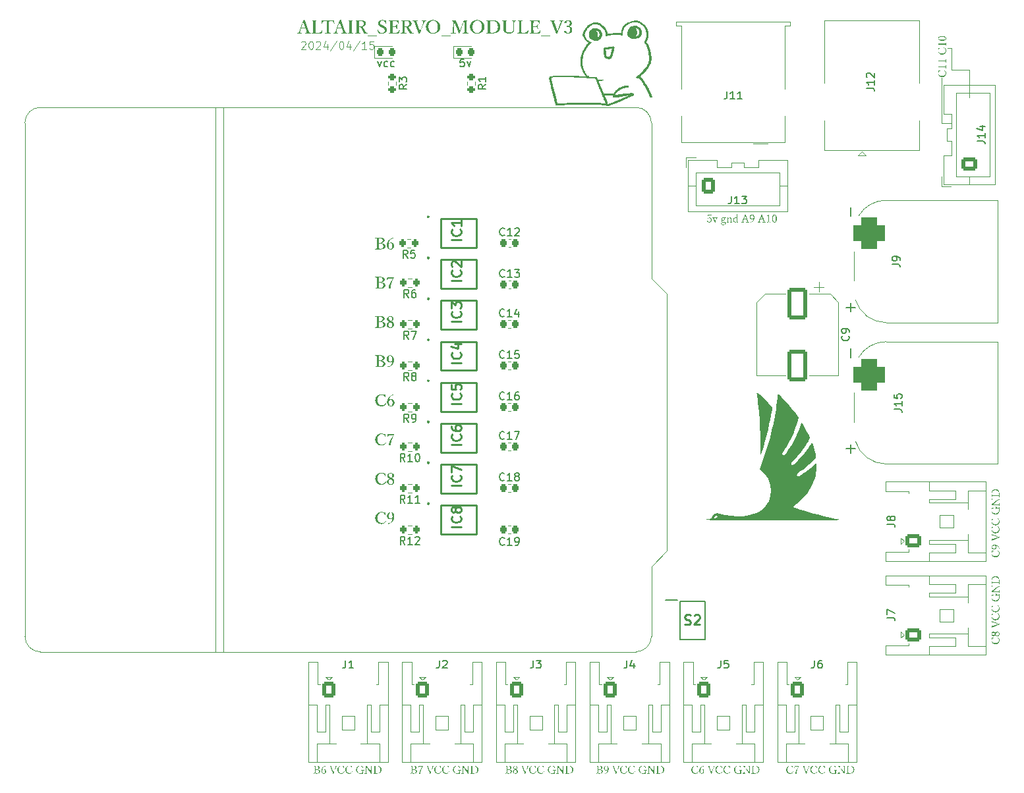
<source format=gto>
%TF.GenerationSoftware,KiCad,Pcbnew,7.0.7*%
%TF.CreationDate,2024-04-15T18:53:03+09:00*%
%TF.ProjectId,ALTAIR_SERVO_MODULE_V3,414c5441-4952-45f5-9345-52564f5f4d4f,rev?*%
%TF.SameCoordinates,Original*%
%TF.FileFunction,Legend,Top*%
%TF.FilePolarity,Positive*%
%FSLAX46Y46*%
G04 Gerber Fmt 4.6, Leading zero omitted, Abs format (unit mm)*
G04 Created by KiCad (PCBNEW 7.0.7) date 2024-04-15 18:53:03*
%MOMM*%
%LPD*%
G01*
G04 APERTURE LIST*
G04 Aperture macros list*
%AMRoundRect*
0 Rectangle with rounded corners*
0 $1 Rounding radius*
0 $2 $3 $4 $5 $6 $7 $8 $9 X,Y pos of 4 corners*
0 Add a 4 corners polygon primitive as box body*
4,1,4,$2,$3,$4,$5,$6,$7,$8,$9,$2,$3,0*
0 Add four circle primitives for the rounded corners*
1,1,$1+$1,$2,$3*
1,1,$1+$1,$4,$5*
1,1,$1+$1,$6,$7*
1,1,$1+$1,$8,$9*
0 Add four rect primitives between the rounded corners*
20,1,$1+$1,$2,$3,$4,$5,0*
20,1,$1+$1,$4,$5,$6,$7,0*
20,1,$1+$1,$6,$7,$8,$9,0*
20,1,$1+$1,$8,$9,$2,$3,0*%
G04 Aperture macros list end*
%ADD10C,0.100000*%
%ADD11C,0.300000*%
%ADD12C,0.150000*%
%ADD13C,0.254000*%
%ADD14C,0.120000*%
%ADD15C,0.200000*%
%ADD16RoundRect,0.200000X0.200000X0.275000X-0.200000X0.275000X-0.200000X-0.275000X0.200000X-0.275000X0*%
%ADD17RoundRect,0.218750X-0.218750X-0.256250X0.218750X-0.256250X0.218750X0.256250X-0.218750X0.256250X0*%
%ADD18R,1.200000X0.800000*%
%ADD19O,2.000000X2.800000*%
%ADD20RoundRect,0.250000X0.725000X-0.600000X0.725000X0.600000X-0.725000X0.600000X-0.725000X-0.600000X0*%
%ADD21O,1.950000X1.700000*%
%ADD22RoundRect,0.225000X-0.225000X-0.250000X0.225000X-0.250000X0.225000X0.250000X-0.225000X0.250000X0*%
%ADD23R,2.000000X0.900000*%
%ADD24RoundRect,1.025000X-1.025000X1.025000X-1.025000X-1.025000X1.025000X-1.025000X1.025000X1.025000X0*%
%ADD25C,4.100000*%
%ADD26O,2.800000X2.000000*%
%ADD27RoundRect,0.250000X-0.600000X-0.725000X0.600000X-0.725000X0.600000X0.725000X-0.600000X0.725000X0*%
%ADD28O,1.700000X1.950000*%
%ADD29C,3.200000*%
%ADD30RoundRect,0.200000X-0.275000X0.200000X-0.275000X-0.200000X0.275000X-0.200000X0.275000X0.200000X0*%
%ADD31R,1.525000X0.650000*%
%ADD32RoundRect,0.250000X-1.000000X1.750000X-1.000000X-1.750000X1.000000X-1.750000X1.000000X1.750000X0*%
%ADD33R,1.600000X1.500000*%
%ADD34C,1.600000*%
%ADD35C,3.000000*%
%ADD36R,1.600000X1.600000*%
%ADD37C,4.000000*%
%ADD38C,1.700000*%
G04 APERTURE END LIST*
D10*
X197104000Y-50292000D02*
X197612000Y-50292000D01*
X197612000Y-53086000D02*
X199898000Y-53086000D01*
X197612000Y-50292000D02*
X197612000Y-53086000D01*
X199898000Y-53086000D02*
X199898000Y-56642000D01*
X196342000Y-59944000D02*
X197612000Y-59944000D01*
X196342000Y-54102000D02*
X196342000Y-59944000D01*
G36*
X202760318Y-126087020D02*
G01*
X202776549Y-126085735D01*
X202792577Y-126084444D01*
X202808400Y-126083147D01*
X202824019Y-126081845D01*
X202839434Y-126080537D01*
X202854645Y-126079223D01*
X202869652Y-126077904D01*
X202884454Y-126076578D01*
X202899052Y-126075247D01*
X202913447Y-126073911D01*
X202927636Y-126072568D01*
X202941622Y-126071220D01*
X202955404Y-126069866D01*
X202968981Y-126068507D01*
X202982354Y-126067142D01*
X202995524Y-126065771D01*
X202999920Y-126065771D01*
X203008115Y-126071768D01*
X203010258Y-126082039D01*
X203010422Y-126087020D01*
X203006978Y-126096201D01*
X203000653Y-126100697D01*
X202986627Y-126106793D01*
X202973065Y-126113051D01*
X202959966Y-126119471D01*
X202947331Y-126126053D01*
X202935160Y-126132797D01*
X202923453Y-126139704D01*
X202912209Y-126146772D01*
X202901429Y-126154003D01*
X202891113Y-126161396D01*
X202881260Y-126168952D01*
X202871871Y-126176669D01*
X202862946Y-126184549D01*
X202854484Y-126192591D01*
X202846486Y-126200795D01*
X202838952Y-126209161D01*
X202831881Y-126217690D01*
X202824723Y-126228318D01*
X202818028Y-126239137D01*
X202811794Y-126250147D01*
X202806022Y-126261348D01*
X202800711Y-126272740D01*
X202795863Y-126284322D01*
X202791476Y-126296095D01*
X202787551Y-126308060D01*
X202784088Y-126320214D01*
X202781086Y-126332560D01*
X202778546Y-126345097D01*
X202776468Y-126357824D01*
X202774852Y-126370742D01*
X202773698Y-126383851D01*
X202773005Y-126397151D01*
X202772774Y-126410642D01*
X202772915Y-126421141D01*
X202773339Y-126431513D01*
X202774045Y-126441757D01*
X202775033Y-126451873D01*
X202776304Y-126461861D01*
X202777857Y-126471721D01*
X202779693Y-126481454D01*
X202781811Y-126491058D01*
X202784212Y-126500535D01*
X202789860Y-126519105D01*
X202796637Y-126537164D01*
X202804545Y-126554711D01*
X202813582Y-126571747D01*
X202823748Y-126588272D01*
X202829255Y-126596342D01*
X202835045Y-126604285D01*
X202841116Y-126612100D01*
X202847470Y-126619787D01*
X202854107Y-126627346D01*
X202861026Y-126634777D01*
X202868227Y-126642081D01*
X202875711Y-126649256D01*
X202883477Y-126656304D01*
X202891526Y-126663224D01*
X202899857Y-126670016D01*
X202908470Y-126676680D01*
X202917366Y-126683217D01*
X202925459Y-126688836D01*
X202933680Y-126694278D01*
X202942027Y-126699541D01*
X202950503Y-126704626D01*
X202959105Y-126709532D01*
X202967835Y-126714260D01*
X202976693Y-126718810D01*
X202985678Y-126723181D01*
X202994790Y-126727373D01*
X203004029Y-126731388D01*
X203013396Y-126735224D01*
X203022890Y-126738881D01*
X203032512Y-126742360D01*
X203042261Y-126745661D01*
X203052137Y-126748783D01*
X203062141Y-126751727D01*
X203072272Y-126754492D01*
X203082530Y-126757079D01*
X203092916Y-126759488D01*
X203103429Y-126761718D01*
X203114070Y-126763769D01*
X203124838Y-126765643D01*
X203135733Y-126767338D01*
X203146756Y-126768854D01*
X203157906Y-126770192D01*
X203169183Y-126771352D01*
X203180588Y-126772333D01*
X203192120Y-126773136D01*
X203203779Y-126773760D01*
X203215566Y-126774207D01*
X203227481Y-126774474D01*
X203239522Y-126774563D01*
X203252164Y-126774446D01*
X203264658Y-126774094D01*
X203277004Y-126773507D01*
X203289203Y-126772686D01*
X203301253Y-126771630D01*
X203313156Y-126770339D01*
X203324910Y-126768813D01*
X203336517Y-126767053D01*
X203347976Y-126765058D01*
X203359287Y-126762828D01*
X203370450Y-126760364D01*
X203381465Y-126757665D01*
X203392333Y-126754731D01*
X203403052Y-126751563D01*
X203413624Y-126748159D01*
X203424048Y-126744521D01*
X203434324Y-126740649D01*
X203444451Y-126736542D01*
X203454432Y-126732200D01*
X203464264Y-126727623D01*
X203473948Y-126722812D01*
X203483485Y-126717765D01*
X203492873Y-126712485D01*
X203502114Y-126706969D01*
X203511207Y-126701219D01*
X203520151Y-126695234D01*
X203528949Y-126689014D01*
X203537598Y-126682560D01*
X203546099Y-126675871D01*
X203554452Y-126668947D01*
X203562658Y-126661789D01*
X203570715Y-126654396D01*
X203584261Y-126641085D01*
X203596933Y-126627407D01*
X203608731Y-126613363D01*
X203619656Y-126598953D01*
X203629706Y-126584176D01*
X203638882Y-126569033D01*
X203647184Y-126553524D01*
X203654613Y-126537648D01*
X203661167Y-126521406D01*
X203666848Y-126504797D01*
X203671655Y-126487822D01*
X203675587Y-126470481D01*
X203678646Y-126452773D01*
X203680831Y-126434699D01*
X203682142Y-126416259D01*
X203682579Y-126397452D01*
X203682363Y-126381910D01*
X203681716Y-126366666D01*
X203680638Y-126351723D01*
X203679129Y-126337079D01*
X203677188Y-126322734D01*
X203674816Y-126308689D01*
X203672013Y-126294944D01*
X203668779Y-126281498D01*
X203665113Y-126268352D01*
X203661017Y-126255505D01*
X203656489Y-126242958D01*
X203651529Y-126230711D01*
X203646139Y-126218763D01*
X203640317Y-126207115D01*
X203634064Y-126195766D01*
X203627380Y-126184717D01*
X203621362Y-126175586D01*
X203614973Y-126166574D01*
X203608212Y-126157680D01*
X203601078Y-126148905D01*
X203593572Y-126140248D01*
X203585694Y-126131709D01*
X203577445Y-126123288D01*
X203568823Y-126114986D01*
X203559829Y-126106801D01*
X203550462Y-126098736D01*
X203540724Y-126090788D01*
X203530614Y-126082959D01*
X203520131Y-126075248D01*
X203509277Y-126067656D01*
X203498050Y-126060182D01*
X203486452Y-126052826D01*
X203480206Y-126044957D01*
X203479369Y-126038904D01*
X203481299Y-126028921D01*
X203486207Y-126020341D01*
X203493516Y-126013415D01*
X203498175Y-126012281D01*
X203507865Y-126014667D01*
X203510632Y-126016189D01*
X203526019Y-126024697D01*
X203540918Y-126033460D01*
X203555328Y-126042477D01*
X203569250Y-126051750D01*
X203582683Y-126061276D01*
X203595628Y-126071058D01*
X203608085Y-126081094D01*
X203620053Y-126091386D01*
X203631532Y-126101931D01*
X203642523Y-126112732D01*
X203653025Y-126123787D01*
X203663039Y-126135097D01*
X203672565Y-126146662D01*
X203681602Y-126158482D01*
X203690150Y-126170556D01*
X203698210Y-126182885D01*
X203705782Y-126195469D01*
X203712865Y-126208307D01*
X203719459Y-126221401D01*
X203725565Y-126234748D01*
X203731183Y-126248351D01*
X203736312Y-126262209D01*
X203740953Y-126276321D01*
X203745105Y-126290688D01*
X203748769Y-126305309D01*
X203751944Y-126320186D01*
X203754630Y-126335317D01*
X203756829Y-126350703D01*
X203758538Y-126366343D01*
X203759759Y-126382239D01*
X203760492Y-126398389D01*
X203760736Y-126414794D01*
X203760578Y-126429387D01*
X203760102Y-126443796D01*
X203759309Y-126458020D01*
X203758199Y-126472061D01*
X203756771Y-126485917D01*
X203755026Y-126499590D01*
X203752964Y-126513078D01*
X203750585Y-126526382D01*
X203747889Y-126539502D01*
X203744875Y-126552438D01*
X203741544Y-126565190D01*
X203737896Y-126577757D01*
X203733931Y-126590140D01*
X203729648Y-126602340D01*
X203725048Y-126614355D01*
X203720131Y-126626186D01*
X203714897Y-126637833D01*
X203709345Y-126649295D01*
X203703476Y-126660574D01*
X203697291Y-126671668D01*
X203690787Y-126682579D01*
X203683967Y-126693305D01*
X203676829Y-126703847D01*
X203669374Y-126714205D01*
X203661602Y-126724379D01*
X203653513Y-126734368D01*
X203645106Y-126744174D01*
X203636382Y-126753795D01*
X203627341Y-126763232D01*
X203617983Y-126772485D01*
X203608308Y-126781554D01*
X203598315Y-126790439D01*
X203589362Y-126798043D01*
X203580273Y-126805405D01*
X203571048Y-126812525D01*
X203561686Y-126819405D01*
X203552188Y-126826043D01*
X203542553Y-126832439D01*
X203532782Y-126838595D01*
X203522874Y-126844508D01*
X203512830Y-126850181D01*
X203502650Y-126855612D01*
X203492333Y-126860802D01*
X203481880Y-126865750D01*
X203471290Y-126870457D01*
X203460564Y-126874922D01*
X203449701Y-126879147D01*
X203438702Y-126883129D01*
X203427567Y-126886871D01*
X203416295Y-126890371D01*
X203404887Y-126893629D01*
X203393342Y-126896647D01*
X203381661Y-126899422D01*
X203369843Y-126901957D01*
X203357889Y-126904250D01*
X203345798Y-126906302D01*
X203333571Y-126908112D01*
X203321208Y-126909681D01*
X203308708Y-126911009D01*
X203296072Y-126912095D01*
X203283299Y-126912940D01*
X203270390Y-126913543D01*
X203257345Y-126913905D01*
X203244163Y-126914026D01*
X203229174Y-126913871D01*
X203214371Y-126913404D01*
X203199754Y-126912626D01*
X203185323Y-126911538D01*
X203171078Y-126910138D01*
X203157020Y-126908428D01*
X203143147Y-126906406D01*
X203129460Y-126904073D01*
X203115960Y-126901429D01*
X203102645Y-126898475D01*
X203089517Y-126895209D01*
X203076574Y-126891632D01*
X203063818Y-126887744D01*
X203051247Y-126883545D01*
X203038863Y-126879035D01*
X203026665Y-126874214D01*
X203014652Y-126869082D01*
X203002826Y-126863639D01*
X202991186Y-126857885D01*
X202979732Y-126851820D01*
X202968464Y-126845444D01*
X202957382Y-126838757D01*
X202946486Y-126831759D01*
X202935776Y-126824450D01*
X202925252Y-126816830D01*
X202914914Y-126808899D01*
X202904762Y-126800656D01*
X202894796Y-126792103D01*
X202885017Y-126783239D01*
X202875423Y-126774063D01*
X202866015Y-126764577D01*
X202856794Y-126754780D01*
X202848935Y-126746090D01*
X202841325Y-126737269D01*
X202833965Y-126728317D01*
X202826855Y-126719235D01*
X202819994Y-126710022D01*
X202813382Y-126700678D01*
X202807020Y-126691204D01*
X202800908Y-126681598D01*
X202795045Y-126671863D01*
X202789431Y-126661996D01*
X202784067Y-126651999D01*
X202778953Y-126641871D01*
X202774088Y-126631612D01*
X202769472Y-126621223D01*
X202765106Y-126610703D01*
X202760989Y-126600052D01*
X202757122Y-126589270D01*
X202753505Y-126578358D01*
X202750137Y-126567315D01*
X202747018Y-126556142D01*
X202744149Y-126544837D01*
X202741529Y-126533402D01*
X202739159Y-126521836D01*
X202737038Y-126510140D01*
X202735167Y-126498313D01*
X202733545Y-126486355D01*
X202732173Y-126474266D01*
X202731051Y-126462047D01*
X202730177Y-126449697D01*
X202729554Y-126437216D01*
X202729179Y-126424605D01*
X202729055Y-126411863D01*
X202729149Y-126400457D01*
X202729432Y-126389198D01*
X202729905Y-126378086D01*
X202730566Y-126367120D01*
X202731416Y-126356302D01*
X202732455Y-126345631D01*
X202733683Y-126335107D01*
X202735100Y-126324729D01*
X202736705Y-126314499D01*
X202738500Y-126304415D01*
X202740483Y-126294478D01*
X202742656Y-126284689D01*
X202745017Y-126275046D01*
X202747567Y-126265550D01*
X202751747Y-126251581D01*
X202753235Y-126246999D01*
X202757294Y-126234816D01*
X202760954Y-126222999D01*
X202764215Y-126211547D01*
X202767076Y-126200459D01*
X202769539Y-126189736D01*
X202771602Y-126179379D01*
X202773265Y-126169386D01*
X202774862Y-126156630D01*
X202775750Y-126144523D01*
X202775949Y-126135868D01*
X202774972Y-126124847D01*
X202772515Y-126114552D01*
X202769217Y-126105244D01*
X202764821Y-126095490D01*
X202760318Y-126087020D01*
G37*
G36*
X203499779Y-125287989D02*
G01*
X203515398Y-125289117D01*
X203530622Y-125290996D01*
X203545452Y-125293627D01*
X203559886Y-125297011D01*
X203573925Y-125301145D01*
X203587569Y-125306032D01*
X203600818Y-125311671D01*
X203613673Y-125318061D01*
X203626132Y-125325203D01*
X203638196Y-125333097D01*
X203649865Y-125341743D01*
X203661140Y-125351141D01*
X203672019Y-125361290D01*
X203682503Y-125372192D01*
X203692593Y-125383845D01*
X203700844Y-125394569D01*
X203708564Y-125405617D01*
X203715751Y-125416986D01*
X203722406Y-125428678D01*
X203728528Y-125440693D01*
X203734118Y-125453030D01*
X203739175Y-125465690D01*
X203743700Y-125478672D01*
X203747693Y-125491976D01*
X203751154Y-125505603D01*
X203754082Y-125519553D01*
X203756477Y-125533825D01*
X203758341Y-125548419D01*
X203759672Y-125563336D01*
X203760470Y-125578576D01*
X203760736Y-125594138D01*
X203760403Y-125612028D01*
X203759405Y-125629492D01*
X203757740Y-125646528D01*
X203755409Y-125663136D01*
X203752412Y-125679317D01*
X203748749Y-125695071D01*
X203744421Y-125710397D01*
X203739426Y-125725296D01*
X203733766Y-125739767D01*
X203727439Y-125753811D01*
X203720447Y-125767428D01*
X203712788Y-125780617D01*
X203704464Y-125793379D01*
X203695474Y-125805713D01*
X203685818Y-125817620D01*
X203675496Y-125829099D01*
X203666057Y-125838475D01*
X203656365Y-125847246D01*
X203646418Y-125855412D01*
X203636218Y-125862973D01*
X203625765Y-125869929D01*
X203615057Y-125876280D01*
X203604096Y-125882027D01*
X203592881Y-125887168D01*
X203581412Y-125891705D01*
X203569689Y-125895636D01*
X203557712Y-125898963D01*
X203545482Y-125901685D01*
X203532998Y-125903802D01*
X203520260Y-125905315D01*
X203507269Y-125906222D01*
X203494023Y-125906524D01*
X203483767Y-125906304D01*
X203473638Y-125905645D01*
X203463634Y-125904545D01*
X203453758Y-125903006D01*
X203444007Y-125901026D01*
X203434383Y-125898607D01*
X203424886Y-125895748D01*
X203415514Y-125892450D01*
X203406270Y-125888711D01*
X203397151Y-125884533D01*
X203388159Y-125879915D01*
X203379294Y-125874857D01*
X203370555Y-125869359D01*
X203361942Y-125863421D01*
X203353456Y-125857044D01*
X203345096Y-125850226D01*
X203336863Y-125842969D01*
X203328756Y-125835272D01*
X203320775Y-125827135D01*
X203312921Y-125818559D01*
X203305193Y-125809542D01*
X203297592Y-125800086D01*
X203290117Y-125790190D01*
X203282768Y-125779854D01*
X203275546Y-125769078D01*
X203268451Y-125757862D01*
X203261481Y-125746207D01*
X203254639Y-125734112D01*
X203247922Y-125721577D01*
X203241332Y-125708602D01*
X203234868Y-125695187D01*
X203228531Y-125681332D01*
X203221601Y-125695402D01*
X203214609Y-125708913D01*
X203207557Y-125721864D01*
X203200443Y-125734257D01*
X203193269Y-125746090D01*
X203186033Y-125757364D01*
X203178736Y-125768080D01*
X203171378Y-125778236D01*
X203163960Y-125787833D01*
X203156480Y-125796871D01*
X203148939Y-125805350D01*
X203141337Y-125813269D01*
X203133673Y-125820630D01*
X203125949Y-125827432D01*
X203118164Y-125833674D01*
X203110318Y-125839357D01*
X203100024Y-125846123D01*
X203089292Y-125852223D01*
X203078122Y-125857658D01*
X203066514Y-125862427D01*
X203054469Y-125866531D01*
X203041985Y-125869969D01*
X203029064Y-125872742D01*
X203015704Y-125874849D01*
X203001907Y-125876291D01*
X202987672Y-125877067D01*
X202977938Y-125877215D01*
X202965683Y-125876855D01*
X202953647Y-125875776D01*
X202941831Y-125873978D01*
X202930234Y-125871460D01*
X202918857Y-125868223D01*
X202907699Y-125864266D01*
X202896761Y-125859591D01*
X202886042Y-125854195D01*
X202875542Y-125848081D01*
X202865262Y-125841247D01*
X202855201Y-125833693D01*
X202845360Y-125825420D01*
X202835738Y-125816428D01*
X202826336Y-125806717D01*
X202817153Y-125796286D01*
X202808189Y-125785136D01*
X202800499Y-125774801D01*
X202793306Y-125764253D01*
X202786608Y-125753491D01*
X202780407Y-125742515D01*
X202774701Y-125731326D01*
X202769492Y-125719923D01*
X202764779Y-125708306D01*
X202760562Y-125696475D01*
X202756841Y-125684431D01*
X202753616Y-125672173D01*
X202750888Y-125659702D01*
X202748655Y-125647016D01*
X202746919Y-125634117D01*
X202745678Y-125621004D01*
X202744934Y-125607678D01*
X202744686Y-125594138D01*
X202788406Y-125594138D01*
X202788629Y-125604312D01*
X202789299Y-125614257D01*
X202790415Y-125623973D01*
X202792927Y-125638119D01*
X202796443Y-125651748D01*
X202800964Y-125664863D01*
X202806489Y-125677463D01*
X202813019Y-125689547D01*
X202820554Y-125701116D01*
X202829094Y-125712170D01*
X202838638Y-125722709D01*
X202845558Y-125729448D01*
X202854687Y-125737436D01*
X202864120Y-125744638D01*
X202873858Y-125751054D01*
X202883901Y-125756685D01*
X202894248Y-125761530D01*
X202904901Y-125765589D01*
X202915858Y-125768863D01*
X202927120Y-125771351D01*
X202938687Y-125773053D01*
X202950559Y-125773970D01*
X202958643Y-125774145D01*
X202971821Y-125773722D01*
X202984517Y-125772453D01*
X202996733Y-125770339D01*
X203008468Y-125767378D01*
X203019723Y-125763572D01*
X203030496Y-125758920D01*
X203040789Y-125753423D01*
X203050600Y-125747079D01*
X203059931Y-125739890D01*
X203068781Y-125731855D01*
X203074414Y-125726029D01*
X203082777Y-125716498D01*
X203091195Y-125705676D01*
X203099670Y-125693560D01*
X203105350Y-125684766D01*
X203111055Y-125675397D01*
X203116786Y-125665453D01*
X203122541Y-125654936D01*
X203128320Y-125643844D01*
X203132514Y-125635415D01*
X203250269Y-125635415D01*
X203255343Y-125645092D01*
X203260582Y-125654462D01*
X203265987Y-125663525D01*
X203271556Y-125672280D01*
X203277291Y-125680728D01*
X203283190Y-125688870D01*
X203289255Y-125696703D01*
X203295484Y-125704230D01*
X203308439Y-125718362D01*
X203322053Y-125731265D01*
X203336328Y-125742939D01*
X203351263Y-125753384D01*
X203366859Y-125762600D01*
X203383114Y-125770588D01*
X203400030Y-125777347D01*
X203417606Y-125782876D01*
X203435842Y-125787177D01*
X203454738Y-125790249D01*
X203474295Y-125792093D01*
X203484321Y-125792554D01*
X203494512Y-125792707D01*
X203507334Y-125792447D01*
X203519852Y-125791665D01*
X203532064Y-125790363D01*
X203543971Y-125788540D01*
X203555572Y-125786196D01*
X203566869Y-125783330D01*
X203577860Y-125779944D01*
X203588545Y-125776038D01*
X203598926Y-125771610D01*
X203609001Y-125766661D01*
X203618770Y-125761191D01*
X203628235Y-125755201D01*
X203637394Y-125748689D01*
X203646248Y-125741657D01*
X203654796Y-125734103D01*
X203663039Y-125726029D01*
X203672686Y-125715270D01*
X203681383Y-125704150D01*
X203689132Y-125692670D01*
X203695932Y-125680829D01*
X203701783Y-125668627D01*
X203706685Y-125656065D01*
X203710639Y-125643142D01*
X203713643Y-125629858D01*
X203715699Y-125616214D01*
X203716806Y-125602209D01*
X203717017Y-125592672D01*
X203716756Y-125581388D01*
X203715971Y-125570374D01*
X203714664Y-125559628D01*
X203712834Y-125549151D01*
X203710482Y-125538944D01*
X203707606Y-125529005D01*
X203704208Y-125519335D01*
X203700286Y-125509935D01*
X203695842Y-125500804D01*
X203690875Y-125491941D01*
X203685386Y-125483348D01*
X203679373Y-125475023D01*
X203672838Y-125466968D01*
X203665779Y-125459182D01*
X203658198Y-125451665D01*
X203650094Y-125444417D01*
X203638833Y-125435338D01*
X203627031Y-125427152D01*
X203614687Y-125419859D01*
X203601803Y-125413459D01*
X203588378Y-125407952D01*
X203579127Y-125404777D01*
X203569636Y-125401999D01*
X203559904Y-125399617D01*
X203549932Y-125397633D01*
X203539720Y-125396045D01*
X203529267Y-125394855D01*
X203518574Y-125394061D01*
X203507640Y-125393664D01*
X203502083Y-125393614D01*
X203491769Y-125393850D01*
X203481647Y-125394557D01*
X203471718Y-125395735D01*
X203461982Y-125397385D01*
X203452438Y-125399506D01*
X203438484Y-125403571D01*
X203424964Y-125408696D01*
X203411877Y-125414882D01*
X203399224Y-125422129D01*
X203391029Y-125427549D01*
X203383027Y-125433440D01*
X203375218Y-125439803D01*
X203367602Y-125446637D01*
X203360178Y-125453942D01*
X203350372Y-125464875D01*
X203343778Y-125472863D01*
X203337137Y-125481409D01*
X203330451Y-125490515D01*
X203323719Y-125500180D01*
X203316941Y-125510404D01*
X203310118Y-125521187D01*
X203303249Y-125532529D01*
X203296333Y-125544430D01*
X203289373Y-125556890D01*
X203282366Y-125569909D01*
X203275313Y-125583488D01*
X203268215Y-125597625D01*
X203261071Y-125612322D01*
X203253881Y-125627577D01*
X203250269Y-125635415D01*
X203132514Y-125635415D01*
X203134125Y-125632177D01*
X203139954Y-125619937D01*
X203145809Y-125607121D01*
X203151688Y-125593732D01*
X203157591Y-125579768D01*
X203163520Y-125565230D01*
X203166494Y-125557745D01*
X203161234Y-125545034D01*
X203155437Y-125532910D01*
X203149103Y-125521375D01*
X203142233Y-125510427D01*
X203134827Y-125500068D01*
X203126883Y-125490297D01*
X203118403Y-125481115D01*
X203109387Y-125472520D01*
X203099833Y-125464514D01*
X203089743Y-125457095D01*
X203082718Y-125452477D01*
X203073014Y-125446715D01*
X203063043Y-125441520D01*
X203052807Y-125436892D01*
X203042304Y-125432831D01*
X203031535Y-125429336D01*
X203020499Y-125426408D01*
X203009198Y-125424046D01*
X202997630Y-125422252D01*
X202985796Y-125421024D01*
X202973696Y-125420363D01*
X202965482Y-125420237D01*
X202955460Y-125420457D01*
X202945668Y-125421118D01*
X202931408Y-125422937D01*
X202917664Y-125425747D01*
X202904434Y-125429548D01*
X202891720Y-125434342D01*
X202879522Y-125440127D01*
X202867838Y-125446904D01*
X202856670Y-125454673D01*
X202846016Y-125463433D01*
X202835878Y-125473186D01*
X202832614Y-125476657D01*
X202824713Y-125485990D01*
X202817590Y-125495671D01*
X202811244Y-125505699D01*
X202805674Y-125516075D01*
X202800882Y-125526799D01*
X202796867Y-125537871D01*
X202793629Y-125549291D01*
X202791169Y-125561058D01*
X202789485Y-125573173D01*
X202788578Y-125585636D01*
X202788406Y-125594138D01*
X202744686Y-125594138D01*
X202744966Y-125578589D01*
X202745804Y-125563390D01*
X202747202Y-125548540D01*
X202749159Y-125534039D01*
X202751675Y-125519887D01*
X202754750Y-125506084D01*
X202758384Y-125492631D01*
X202762577Y-125479527D01*
X202767329Y-125466772D01*
X202772641Y-125454366D01*
X202778511Y-125442309D01*
X202784940Y-125430602D01*
X202791929Y-125419244D01*
X202799477Y-125408235D01*
X202807583Y-125397575D01*
X202816249Y-125387264D01*
X202824127Y-125378776D01*
X202832190Y-125370835D01*
X202840438Y-125363442D01*
X202848871Y-125356596D01*
X202857489Y-125350298D01*
X202866292Y-125344548D01*
X202875281Y-125339346D01*
X202884454Y-125334691D01*
X202893813Y-125330583D01*
X202903356Y-125327024D01*
X202913085Y-125324012D01*
X202922999Y-125321547D01*
X202933098Y-125319631D01*
X202943382Y-125318262D01*
X202953851Y-125317440D01*
X202964505Y-125317166D01*
X202974717Y-125317360D01*
X202984716Y-125317941D01*
X202994501Y-125318909D01*
X203008778Y-125321088D01*
X203022573Y-125324139D01*
X203035889Y-125328061D01*
X203048723Y-125332854D01*
X203061076Y-125338519D01*
X203072949Y-125345056D01*
X203084340Y-125352464D01*
X203095251Y-125360744D01*
X203102258Y-125366748D01*
X203111510Y-125375668D01*
X203120582Y-125385487D01*
X203129473Y-125396202D01*
X203138184Y-125407815D01*
X203143892Y-125416055D01*
X203149519Y-125424694D01*
X203155066Y-125433732D01*
X203160533Y-125443169D01*
X203165919Y-125453004D01*
X203171226Y-125463239D01*
X203176452Y-125473872D01*
X203181598Y-125484904D01*
X203186665Y-125496335D01*
X203191651Y-125508164D01*
X203199302Y-125492823D01*
X203207053Y-125478061D01*
X203214903Y-125463880D01*
X203222853Y-125450279D01*
X203230901Y-125437257D01*
X203239049Y-125424816D01*
X203247296Y-125412955D01*
X203255642Y-125401674D01*
X203264088Y-125390973D01*
X203272632Y-125380853D01*
X203281276Y-125371312D01*
X203290019Y-125362351D01*
X203298862Y-125353971D01*
X203307803Y-125346170D01*
X203316844Y-125338950D01*
X203325984Y-125332309D01*
X203334214Y-125326897D01*
X203342661Y-125321834D01*
X203351326Y-125317120D01*
X203360209Y-125312755D01*
X203369309Y-125308739D01*
X203378626Y-125305072D01*
X203388161Y-125301755D01*
X203397914Y-125298787D01*
X203407884Y-125296168D01*
X203418071Y-125293898D01*
X203428476Y-125291978D01*
X203439099Y-125290406D01*
X203449939Y-125289184D01*
X203460997Y-125288311D01*
X203472272Y-125287787D01*
X203483765Y-125287613D01*
X203499779Y-125287989D01*
G37*
G36*
X202777163Y-123847004D02*
G01*
X202782998Y-123855659D01*
X202783521Y-123859036D01*
X202784977Y-123870713D01*
X202786781Y-123881745D01*
X202788933Y-123892134D01*
X202791432Y-123901878D01*
X202795306Y-123913869D01*
X202799797Y-123924715D01*
X202804907Y-123934416D01*
X202810636Y-123942972D01*
X202816982Y-123950383D01*
X202827084Y-123958512D01*
X202836939Y-123965099D01*
X202848748Y-123972108D01*
X202857706Y-123977013D01*
X202867532Y-123982106D01*
X202878226Y-123987386D01*
X202889788Y-123992853D01*
X202902219Y-123998507D01*
X202915518Y-124004348D01*
X202929685Y-124010375D01*
X202944720Y-124016590D01*
X202960624Y-124022992D01*
X202977395Y-124029581D01*
X202995035Y-124036357D01*
X203483765Y-124223203D01*
X203494836Y-124227494D01*
X203505700Y-124231696D01*
X203516358Y-124235809D01*
X203526809Y-124239834D01*
X203537054Y-124243770D01*
X203547092Y-124247617D01*
X203556923Y-124251376D01*
X203566548Y-124255046D01*
X203575966Y-124258627D01*
X203585178Y-124262119D01*
X203602982Y-124268838D01*
X203619960Y-124275201D01*
X203636112Y-124281210D01*
X203651437Y-124286864D01*
X203665936Y-124292163D01*
X203679609Y-124297107D01*
X203692455Y-124301696D01*
X203704476Y-124305930D01*
X203715670Y-124309810D01*
X203726038Y-124313334D01*
X203735579Y-124316503D01*
X203740075Y-124326646D01*
X203744129Y-124335918D01*
X203748846Y-124346924D01*
X203752777Y-124356381D01*
X203756585Y-124366023D01*
X203759852Y-124375455D01*
X203760736Y-124379762D01*
X203754378Y-124387189D01*
X203752432Y-124388066D01*
X203738531Y-124392613D01*
X203724245Y-124397336D01*
X203709573Y-124402237D01*
X203694516Y-124407316D01*
X203679073Y-124412572D01*
X203663245Y-124418005D01*
X203647032Y-124423616D01*
X203630433Y-124429405D01*
X203613448Y-124435370D01*
X203596079Y-124441514D01*
X203578323Y-124447834D01*
X203560183Y-124454333D01*
X203550968Y-124457648D01*
X203541656Y-124461008D01*
X203532249Y-124464413D01*
X203522745Y-124467861D01*
X203513144Y-124471354D01*
X203503448Y-124474892D01*
X203493654Y-124478474D01*
X203483765Y-124482100D01*
X202995035Y-124664794D01*
X202977710Y-124671467D01*
X202961211Y-124677933D01*
X202945539Y-124684191D01*
X202930692Y-124690241D01*
X202916672Y-124696082D01*
X202903478Y-124701716D01*
X202891111Y-124707142D01*
X202879569Y-124712360D01*
X202868854Y-124717370D01*
X202858965Y-124722172D01*
X202849902Y-124726765D01*
X202837857Y-124733266D01*
X202827671Y-124739299D01*
X202819345Y-124744864D01*
X202816982Y-124746615D01*
X202808437Y-124755276D01*
X202802486Y-124763904D01*
X202797320Y-124774044D01*
X202792941Y-124785695D01*
X202790173Y-124795425D01*
X202787846Y-124806006D01*
X202785962Y-124817436D01*
X202784520Y-124829716D01*
X202783521Y-124842847D01*
X202779787Y-124852197D01*
X202770725Y-124856311D01*
X202767157Y-124856524D01*
X202757326Y-124855669D01*
X202748395Y-124851702D01*
X202744686Y-124842847D01*
X202745337Y-124829011D01*
X202745946Y-124815530D01*
X202746512Y-124802403D01*
X202747037Y-124789632D01*
X202747520Y-124777216D01*
X202747961Y-124765155D01*
X202748359Y-124753448D01*
X202748716Y-124742096D01*
X202749031Y-124731100D01*
X202749304Y-124720458D01*
X202749535Y-124710171D01*
X202749724Y-124700239D01*
X202749928Y-124686007D01*
X202750039Y-124672573D01*
X202750060Y-124664061D01*
X202750039Y-124653929D01*
X202749976Y-124643621D01*
X202749871Y-124633137D01*
X202749724Y-124622479D01*
X202749535Y-124611644D01*
X202749304Y-124600634D01*
X202749031Y-124589449D01*
X202748716Y-124578087D01*
X202748359Y-124566551D01*
X202747961Y-124554839D01*
X202747520Y-124542951D01*
X202747037Y-124530887D01*
X202746512Y-124518649D01*
X202745946Y-124506234D01*
X202745337Y-124493644D01*
X202744686Y-124480879D01*
X202748987Y-124471362D01*
X202758401Y-124467623D01*
X202767157Y-124466957D01*
X202777045Y-124469255D01*
X202782945Y-124477616D01*
X202783521Y-124480879D01*
X202784981Y-124494287D01*
X202786523Y-124506759D01*
X202788147Y-124518295D01*
X202789852Y-124528895D01*
X202791639Y-124538560D01*
X202794148Y-124549989D01*
X202796802Y-124559755D01*
X202800324Y-124569623D01*
X202803304Y-124575645D01*
X202809686Y-124583555D01*
X202818116Y-124588877D01*
X202828594Y-124591610D01*
X202835300Y-124592009D01*
X202845249Y-124591280D01*
X202858000Y-124589094D01*
X202869401Y-124586497D01*
X202882377Y-124583080D01*
X202891904Y-124580347D01*
X202902130Y-124577249D01*
X202913057Y-124573786D01*
X202924685Y-124569960D01*
X202937012Y-124565768D01*
X202950040Y-124561213D01*
X202963768Y-124556293D01*
X202978197Y-124551008D01*
X202993325Y-124545359D01*
X203414644Y-124386601D01*
X203424763Y-124382880D01*
X203436251Y-124378678D01*
X203449109Y-124373996D01*
X203458442Y-124370607D01*
X203468383Y-124367004D01*
X203478933Y-124363188D01*
X203490092Y-124359158D01*
X203501860Y-124354914D01*
X203514236Y-124350457D01*
X203527221Y-124345786D01*
X203540815Y-124340901D01*
X203555017Y-124335802D01*
X203569828Y-124330490D01*
X203585248Y-124324964D01*
X203593186Y-124322121D01*
X203583610Y-124318792D01*
X203573810Y-124315339D01*
X203563788Y-124311763D01*
X203553542Y-124308062D01*
X203543073Y-124304237D01*
X203532381Y-124300288D01*
X203521465Y-124296215D01*
X203510326Y-124292018D01*
X203498964Y-124287697D01*
X203487379Y-124283252D01*
X203475570Y-124278683D01*
X203463539Y-124273990D01*
X203451284Y-124269173D01*
X203438805Y-124264232D01*
X203426104Y-124259166D01*
X203413179Y-124253977D01*
X202994791Y-124103524D01*
X202981556Y-124098791D01*
X202968779Y-124094364D01*
X202956460Y-124090243D01*
X202944599Y-124086427D01*
X202933196Y-124082916D01*
X202922251Y-124079710D01*
X202911764Y-124076810D01*
X202901734Y-124074214D01*
X202892163Y-124071925D01*
X202878665Y-124069062D01*
X202866197Y-124066887D01*
X202854760Y-124065399D01*
X202844353Y-124064597D01*
X202837987Y-124064445D01*
X202827915Y-124065295D01*
X202817792Y-124068435D01*
X202809422Y-124073890D01*
X202802805Y-124081659D01*
X202799152Y-124088625D01*
X202795328Y-124098803D01*
X202792457Y-124109541D01*
X202790365Y-124119608D01*
X202788457Y-124130988D01*
X202786732Y-124143681D01*
X202785559Y-124154063D01*
X202784488Y-124165182D01*
X202783521Y-124177041D01*
X202779195Y-124185982D01*
X202769832Y-124189388D01*
X202767157Y-124189497D01*
X202757326Y-124188719D01*
X202747846Y-124184631D01*
X202744686Y-124177041D01*
X202745337Y-124162264D01*
X202745946Y-124147976D01*
X202746512Y-124134176D01*
X202747037Y-124120865D01*
X202747520Y-124108042D01*
X202747961Y-124095708D01*
X202748359Y-124083862D01*
X202748716Y-124072505D01*
X202749031Y-124061636D01*
X202749304Y-124051256D01*
X202749535Y-124041364D01*
X202749802Y-124027442D01*
X202749976Y-124014619D01*
X202750054Y-124002896D01*
X202750060Y-123999232D01*
X202750012Y-123985377D01*
X202749871Y-123971654D01*
X202749634Y-123958065D01*
X202749304Y-123944609D01*
X202748879Y-123931286D01*
X202748359Y-123918097D01*
X202747745Y-123905040D01*
X202747037Y-123892116D01*
X202746234Y-123879326D01*
X202745337Y-123866668D01*
X202744686Y-123858304D01*
X202748987Y-123848954D01*
X202758401Y-123845281D01*
X202767157Y-123844626D01*
X202777163Y-123847004D01*
G37*
G36*
X202760318Y-122999790D02*
G01*
X202776549Y-122998505D01*
X202792577Y-122997214D01*
X202808400Y-122995918D01*
X202824019Y-122994615D01*
X202839434Y-122993307D01*
X202854645Y-122991993D01*
X202869652Y-122990674D01*
X202884454Y-122989349D01*
X202899052Y-122988018D01*
X202913447Y-122986681D01*
X202927636Y-122985339D01*
X202941622Y-122983991D01*
X202955404Y-122982637D01*
X202968981Y-122981277D01*
X202982354Y-122979912D01*
X202995524Y-122978541D01*
X202999920Y-122978541D01*
X203008115Y-122984538D01*
X203010258Y-122994810D01*
X203010422Y-122999790D01*
X203006978Y-123008972D01*
X203000653Y-123013468D01*
X202986627Y-123019563D01*
X202973065Y-123025821D01*
X202959966Y-123032241D01*
X202947331Y-123038823D01*
X202935160Y-123045568D01*
X202923453Y-123052474D01*
X202912209Y-123059543D01*
X202901429Y-123066774D01*
X202891113Y-123074167D01*
X202881260Y-123081722D01*
X202871871Y-123089440D01*
X202862946Y-123097319D01*
X202854484Y-123105361D01*
X202846486Y-123113565D01*
X202838952Y-123121932D01*
X202831881Y-123130460D01*
X202824723Y-123141088D01*
X202818028Y-123151908D01*
X202811794Y-123162918D01*
X202806022Y-123174118D01*
X202800711Y-123185510D01*
X202795863Y-123197093D01*
X202791476Y-123208866D01*
X202787551Y-123220830D01*
X202784088Y-123232985D01*
X202781086Y-123245331D01*
X202778546Y-123257867D01*
X202776468Y-123270594D01*
X202774852Y-123283513D01*
X202773698Y-123296622D01*
X202773005Y-123309921D01*
X202772774Y-123323412D01*
X202772915Y-123333912D01*
X202773339Y-123344283D01*
X202774045Y-123354527D01*
X202775033Y-123364643D01*
X202776304Y-123374631D01*
X202777857Y-123384492D01*
X202779693Y-123394224D01*
X202781811Y-123403829D01*
X202784212Y-123413306D01*
X202789860Y-123431876D01*
X202796637Y-123449934D01*
X202804545Y-123467482D01*
X202813582Y-123484518D01*
X202823748Y-123501042D01*
X202829255Y-123509113D01*
X202835045Y-123517055D01*
X202841116Y-123524870D01*
X202847470Y-123532557D01*
X202854107Y-123540116D01*
X202861026Y-123547548D01*
X202868227Y-123554851D01*
X202875711Y-123562027D01*
X202883477Y-123569074D01*
X202891526Y-123575994D01*
X202899857Y-123582786D01*
X202908470Y-123589451D01*
X202917366Y-123595987D01*
X202925459Y-123601607D01*
X202933680Y-123607048D01*
X202942027Y-123612312D01*
X202950503Y-123617396D01*
X202959105Y-123622303D01*
X202967835Y-123627031D01*
X202976693Y-123631580D01*
X202985678Y-123635951D01*
X202994790Y-123640144D01*
X203004029Y-123644158D01*
X203013396Y-123647994D01*
X203022890Y-123651651D01*
X203032512Y-123655130D01*
X203042261Y-123658431D01*
X203052137Y-123661553D01*
X203062141Y-123664497D01*
X203072272Y-123667262D01*
X203082530Y-123669849D01*
X203092916Y-123672258D01*
X203103429Y-123674488D01*
X203114070Y-123676540D01*
X203124838Y-123678413D01*
X203135733Y-123680108D01*
X203146756Y-123681625D01*
X203157906Y-123682963D01*
X203169183Y-123684122D01*
X203180588Y-123685104D01*
X203192120Y-123685906D01*
X203203779Y-123686531D01*
X203215566Y-123686977D01*
X203227481Y-123687245D01*
X203239522Y-123687334D01*
X203252164Y-123687216D01*
X203264658Y-123686864D01*
X203277004Y-123686278D01*
X203289203Y-123685456D01*
X203301253Y-123684400D01*
X203313156Y-123683109D01*
X203324910Y-123681584D01*
X203336517Y-123679823D01*
X203347976Y-123677828D01*
X203359287Y-123675599D01*
X203370450Y-123673134D01*
X203381465Y-123670435D01*
X203392333Y-123667501D01*
X203403052Y-123664333D01*
X203413624Y-123660930D01*
X203424048Y-123657292D01*
X203434324Y-123653419D01*
X203444451Y-123649312D01*
X203454432Y-123644970D01*
X203464264Y-123640393D01*
X203473948Y-123635582D01*
X203483485Y-123630536D01*
X203492873Y-123625255D01*
X203502114Y-123619740D01*
X203511207Y-123613989D01*
X203520151Y-123608004D01*
X203528949Y-123601785D01*
X203537598Y-123595331D01*
X203546099Y-123588642D01*
X203554452Y-123581718D01*
X203562658Y-123574559D01*
X203570715Y-123567166D01*
X203584261Y-123553855D01*
X203596933Y-123540177D01*
X203608731Y-123526133D01*
X203619656Y-123511723D01*
X203629706Y-123496946D01*
X203638882Y-123481803D01*
X203647184Y-123466294D01*
X203654613Y-123450418D01*
X203661167Y-123434176D01*
X203666848Y-123417568D01*
X203671655Y-123400593D01*
X203675587Y-123383251D01*
X203678646Y-123365544D01*
X203680831Y-123347470D01*
X203682142Y-123329030D01*
X203682579Y-123310223D01*
X203682363Y-123294680D01*
X203681716Y-123279437D01*
X203680638Y-123264493D01*
X203679129Y-123249849D01*
X203677188Y-123235505D01*
X203674816Y-123221460D01*
X203672013Y-123207714D01*
X203668779Y-123194269D01*
X203665113Y-123181122D01*
X203661017Y-123168276D01*
X203656489Y-123155729D01*
X203651529Y-123143481D01*
X203646139Y-123131533D01*
X203640317Y-123119885D01*
X203634064Y-123108536D01*
X203627380Y-123097487D01*
X203621362Y-123088357D01*
X203614973Y-123079345D01*
X203608212Y-123070451D01*
X203601078Y-123061675D01*
X203593572Y-123053018D01*
X203585694Y-123044479D01*
X203577445Y-123036058D01*
X203568823Y-123027756D01*
X203559829Y-123019572D01*
X203550462Y-123011506D01*
X203540724Y-123003559D01*
X203530614Y-122995730D01*
X203520131Y-122988019D01*
X203509277Y-122980426D01*
X203498050Y-122972952D01*
X203486452Y-122965596D01*
X203480206Y-122957727D01*
X203479369Y-122951674D01*
X203481299Y-122941691D01*
X203486207Y-122933112D01*
X203493516Y-122926185D01*
X203498175Y-122925052D01*
X203507865Y-122927437D01*
X203510632Y-122928960D01*
X203526019Y-122937468D01*
X203540918Y-122946230D01*
X203555328Y-122955248D01*
X203569250Y-122964520D01*
X203582683Y-122974047D01*
X203595628Y-122983828D01*
X203608085Y-122993865D01*
X203620053Y-123004156D01*
X203631532Y-123014702D01*
X203642523Y-123025502D01*
X203653025Y-123036558D01*
X203663039Y-123047868D01*
X203672565Y-123059433D01*
X203681602Y-123071252D01*
X203690150Y-123083326D01*
X203698210Y-123095655D01*
X203705782Y-123108239D01*
X203712865Y-123121078D01*
X203719459Y-123134171D01*
X203725565Y-123147519D01*
X203731183Y-123161122D01*
X203736312Y-123174979D01*
X203740953Y-123189091D01*
X203745105Y-123203458D01*
X203748769Y-123218080D01*
X203751944Y-123232956D01*
X203754630Y-123248087D01*
X203756829Y-123263473D01*
X203758538Y-123279114D01*
X203759759Y-123295009D01*
X203760492Y-123311159D01*
X203760736Y-123327564D01*
X203760578Y-123342157D01*
X203760102Y-123356566D01*
X203759309Y-123370791D01*
X203758199Y-123384831D01*
X203756771Y-123398688D01*
X203755026Y-123412360D01*
X203752964Y-123425848D01*
X203750585Y-123439153D01*
X203747889Y-123452272D01*
X203744875Y-123465208D01*
X203741544Y-123477960D01*
X203737896Y-123490527D01*
X203733931Y-123502911D01*
X203729648Y-123515110D01*
X203725048Y-123527125D01*
X203720131Y-123538956D01*
X203714897Y-123550603D01*
X203709345Y-123562066D01*
X203703476Y-123573344D01*
X203697291Y-123584439D01*
X203690787Y-123595349D01*
X203683967Y-123606075D01*
X203676829Y-123616617D01*
X203669374Y-123626975D01*
X203661602Y-123637149D01*
X203653513Y-123647139D01*
X203645106Y-123656944D01*
X203636382Y-123666565D01*
X203627341Y-123676003D01*
X203617983Y-123685256D01*
X203608308Y-123694325D01*
X203598315Y-123703210D01*
X203589362Y-123710813D01*
X203580273Y-123718175D01*
X203571048Y-123725296D01*
X203561686Y-123732175D01*
X203552188Y-123738813D01*
X203542553Y-123745210D01*
X203532782Y-123751365D01*
X203522874Y-123757279D01*
X203512830Y-123762951D01*
X203502650Y-123768382D01*
X203492333Y-123773572D01*
X203481880Y-123778520D01*
X203471290Y-123783227D01*
X203460564Y-123787693D01*
X203449701Y-123791917D01*
X203438702Y-123795900D01*
X203427567Y-123799641D01*
X203416295Y-123803141D01*
X203404887Y-123806400D01*
X203393342Y-123809417D01*
X203381661Y-123812193D01*
X203369843Y-123814727D01*
X203357889Y-123817021D01*
X203345798Y-123819072D01*
X203333571Y-123820883D01*
X203321208Y-123822452D01*
X203308708Y-123823779D01*
X203296072Y-123824865D01*
X203283299Y-123825710D01*
X203270390Y-123826314D01*
X203257345Y-123826676D01*
X203244163Y-123826796D01*
X203229174Y-123826641D01*
X203214371Y-123826174D01*
X203199754Y-123825397D01*
X203185323Y-123824308D01*
X203171078Y-123822909D01*
X203157020Y-123821198D01*
X203143147Y-123819176D01*
X203129460Y-123816844D01*
X203115960Y-123814200D01*
X203102645Y-123811245D01*
X203089517Y-123807979D01*
X203076574Y-123804402D01*
X203063818Y-123800515D01*
X203051247Y-123796316D01*
X203038863Y-123791806D01*
X203026665Y-123786985D01*
X203014652Y-123781853D01*
X203002826Y-123776410D01*
X202991186Y-123770656D01*
X202979732Y-123764591D01*
X202968464Y-123758215D01*
X202957382Y-123751528D01*
X202946486Y-123744530D01*
X202935776Y-123737220D01*
X202925252Y-123729600D01*
X202914914Y-123721669D01*
X202904762Y-123713427D01*
X202894796Y-123704873D01*
X202885017Y-123696009D01*
X202875423Y-123686834D01*
X202866015Y-123677347D01*
X202856794Y-123667550D01*
X202848935Y-123658860D01*
X202841325Y-123650039D01*
X202833965Y-123641087D01*
X202826855Y-123632005D01*
X202819994Y-123622792D01*
X202813382Y-123613448D01*
X202807020Y-123603974D01*
X202800908Y-123594369D01*
X202795045Y-123584633D01*
X202789431Y-123574766D01*
X202784067Y-123564769D01*
X202778953Y-123554641D01*
X202774088Y-123544383D01*
X202769472Y-123533993D01*
X202765106Y-123523473D01*
X202760989Y-123512822D01*
X202757122Y-123502041D01*
X202753505Y-123491129D01*
X202750137Y-123480086D01*
X202747018Y-123468912D01*
X202744149Y-123457608D01*
X202741529Y-123446173D01*
X202739159Y-123434607D01*
X202737038Y-123422910D01*
X202735167Y-123411083D01*
X202733545Y-123399125D01*
X202732173Y-123387037D01*
X202731051Y-123374817D01*
X202730177Y-123362467D01*
X202729554Y-123349987D01*
X202729179Y-123337375D01*
X202729055Y-123324633D01*
X202729149Y-123313227D01*
X202729432Y-123301968D01*
X202729905Y-123290856D01*
X202730566Y-123279891D01*
X202731416Y-123269073D01*
X202732455Y-123258401D01*
X202733683Y-123247877D01*
X202735100Y-123237500D01*
X202736705Y-123227269D01*
X202738500Y-123217185D01*
X202740483Y-123207249D01*
X202742656Y-123197459D01*
X202745017Y-123187816D01*
X202747567Y-123178320D01*
X202751747Y-123164352D01*
X202753235Y-123159769D01*
X202757294Y-123147587D01*
X202760954Y-123135769D01*
X202764215Y-123124317D01*
X202767076Y-123113230D01*
X202769539Y-123102507D01*
X202771602Y-123092149D01*
X202773265Y-123082157D01*
X202774862Y-123069401D01*
X202775750Y-123057293D01*
X202775949Y-123048639D01*
X202774972Y-123037617D01*
X202772515Y-123027322D01*
X202769217Y-123018014D01*
X202764821Y-123008260D01*
X202760318Y-122999790D01*
G37*
G36*
X202760318Y-121977878D02*
G01*
X202776549Y-121976593D01*
X202792577Y-121975302D01*
X202808400Y-121974005D01*
X202824019Y-121972703D01*
X202839434Y-121971395D01*
X202854645Y-121970081D01*
X202869652Y-121968762D01*
X202884454Y-121967437D01*
X202899052Y-121966106D01*
X202913447Y-121964769D01*
X202927636Y-121963427D01*
X202941622Y-121962079D01*
X202955404Y-121960725D01*
X202968981Y-121959365D01*
X202982354Y-121958000D01*
X202995524Y-121956629D01*
X202999920Y-121956629D01*
X203008115Y-121962626D01*
X203010258Y-121972898D01*
X203010422Y-121977878D01*
X203006978Y-121987060D01*
X203000653Y-121991556D01*
X202986627Y-121997651D01*
X202973065Y-122003909D01*
X202959966Y-122010329D01*
X202947331Y-122016911D01*
X202935160Y-122023655D01*
X202923453Y-122030562D01*
X202912209Y-122037631D01*
X202901429Y-122044862D01*
X202891113Y-122052255D01*
X202881260Y-122059810D01*
X202871871Y-122067528D01*
X202862946Y-122075407D01*
X202854484Y-122083449D01*
X202846486Y-122091653D01*
X202838952Y-122100020D01*
X202831881Y-122108548D01*
X202824723Y-122119176D01*
X202818028Y-122129996D01*
X202811794Y-122141006D01*
X202806022Y-122152206D01*
X202800711Y-122163598D01*
X202795863Y-122175181D01*
X202791476Y-122186954D01*
X202787551Y-122198918D01*
X202784088Y-122211073D01*
X202781086Y-122223418D01*
X202778546Y-122235955D01*
X202776468Y-122248682D01*
X202774852Y-122261600D01*
X202773698Y-122274709D01*
X202773005Y-122288009D01*
X202772774Y-122301500D01*
X202772915Y-122311999D01*
X202773339Y-122322371D01*
X202774045Y-122332615D01*
X202775033Y-122342731D01*
X202776304Y-122352719D01*
X202777857Y-122362580D01*
X202779693Y-122372312D01*
X202781811Y-122381917D01*
X202784212Y-122391394D01*
X202789860Y-122409964D01*
X202796637Y-122428022D01*
X202804545Y-122445570D01*
X202813582Y-122462606D01*
X202823748Y-122479130D01*
X202829255Y-122487201D01*
X202835045Y-122495143D01*
X202841116Y-122502958D01*
X202847470Y-122510645D01*
X202854107Y-122518204D01*
X202861026Y-122525636D01*
X202868227Y-122532939D01*
X202875711Y-122540115D01*
X202883477Y-122547162D01*
X202891526Y-122554082D01*
X202899857Y-122560874D01*
X202908470Y-122567539D01*
X202917366Y-122574075D01*
X202925459Y-122579695D01*
X202933680Y-122585136D01*
X202942027Y-122590400D01*
X202950503Y-122595484D01*
X202959105Y-122600391D01*
X202967835Y-122605119D01*
X202976693Y-122609668D01*
X202985678Y-122614039D01*
X202994790Y-122618232D01*
X203004029Y-122622246D01*
X203013396Y-122626082D01*
X203022890Y-122629739D01*
X203032512Y-122633218D01*
X203042261Y-122636519D01*
X203052137Y-122639641D01*
X203062141Y-122642585D01*
X203072272Y-122645350D01*
X203082530Y-122647937D01*
X203092916Y-122650346D01*
X203103429Y-122652576D01*
X203114070Y-122654628D01*
X203124838Y-122656501D01*
X203135733Y-122658196D01*
X203146756Y-122659713D01*
X203157906Y-122661051D01*
X203169183Y-122662210D01*
X203180588Y-122663192D01*
X203192120Y-122663994D01*
X203203779Y-122664619D01*
X203215566Y-122665065D01*
X203227481Y-122665332D01*
X203239522Y-122665422D01*
X203252164Y-122665304D01*
X203264658Y-122664952D01*
X203277004Y-122664366D01*
X203289203Y-122663544D01*
X203301253Y-122662488D01*
X203313156Y-122661197D01*
X203324910Y-122659671D01*
X203336517Y-122657911D01*
X203347976Y-122655916D01*
X203359287Y-122653687D01*
X203370450Y-122651222D01*
X203381465Y-122648523D01*
X203392333Y-122645589D01*
X203403052Y-122642421D01*
X203413624Y-122639018D01*
X203424048Y-122635380D01*
X203434324Y-122631507D01*
X203444451Y-122627400D01*
X203454432Y-122623058D01*
X203464264Y-122618481D01*
X203473948Y-122613670D01*
X203483485Y-122608624D01*
X203492873Y-122603343D01*
X203502114Y-122597827D01*
X203511207Y-122592077D01*
X203520151Y-122586092D01*
X203528949Y-122579873D01*
X203537598Y-122573418D01*
X203546099Y-122566729D01*
X203554452Y-122559806D01*
X203562658Y-122552647D01*
X203570715Y-122545254D01*
X203584261Y-122531943D01*
X203596933Y-122518265D01*
X203608731Y-122504221D01*
X203619656Y-122489811D01*
X203629706Y-122475034D01*
X203638882Y-122459891D01*
X203647184Y-122444382D01*
X203654613Y-122428506D01*
X203661167Y-122412264D01*
X203666848Y-122395655D01*
X203671655Y-122378681D01*
X203675587Y-122361339D01*
X203678646Y-122343632D01*
X203680831Y-122325558D01*
X203682142Y-122307117D01*
X203682579Y-122288311D01*
X203682363Y-122272768D01*
X203681716Y-122257525D01*
X203680638Y-122242581D01*
X203679129Y-122227937D01*
X203677188Y-122213592D01*
X203674816Y-122199548D01*
X203672013Y-122185802D01*
X203668779Y-122172356D01*
X203665113Y-122159210D01*
X203661017Y-122146364D01*
X203656489Y-122133817D01*
X203651529Y-122121569D01*
X203646139Y-122109621D01*
X203640317Y-122097973D01*
X203634064Y-122086624D01*
X203627380Y-122075575D01*
X203621362Y-122066445D01*
X203614973Y-122057433D01*
X203608212Y-122048539D01*
X203601078Y-122039763D01*
X203593572Y-122031106D01*
X203585694Y-122022567D01*
X203577445Y-122014146D01*
X203568823Y-122005844D01*
X203559829Y-121997660D01*
X203550462Y-121989594D01*
X203540724Y-121981647D01*
X203530614Y-121973818D01*
X203520131Y-121966107D01*
X203509277Y-121958514D01*
X203498050Y-121951040D01*
X203486452Y-121943684D01*
X203480206Y-121935815D01*
X203479369Y-121929762D01*
X203481299Y-121919779D01*
X203486207Y-121911200D01*
X203493516Y-121904273D01*
X203498175Y-121903140D01*
X203507865Y-121905525D01*
X203510632Y-121907048D01*
X203526019Y-121915556D01*
X203540918Y-121924318D01*
X203555328Y-121933336D01*
X203569250Y-121942608D01*
X203582683Y-121952135D01*
X203595628Y-121961916D01*
X203608085Y-121971953D01*
X203620053Y-121982244D01*
X203631532Y-121992790D01*
X203642523Y-122003590D01*
X203653025Y-122014646D01*
X203663039Y-122025956D01*
X203672565Y-122037521D01*
X203681602Y-122049340D01*
X203690150Y-122061414D01*
X203698210Y-122073743D01*
X203705782Y-122086327D01*
X203712865Y-122099166D01*
X203719459Y-122112259D01*
X203725565Y-122125607D01*
X203731183Y-122139210D01*
X203736312Y-122153067D01*
X203740953Y-122167179D01*
X203745105Y-122181546D01*
X203748769Y-122196168D01*
X203751944Y-122211044D01*
X203754630Y-122226175D01*
X203756829Y-122241561D01*
X203758538Y-122257202D01*
X203759759Y-122273097D01*
X203760492Y-122289247D01*
X203760736Y-122305652D01*
X203760578Y-122320245D01*
X203760102Y-122334654D01*
X203759309Y-122348879D01*
X203758199Y-122362919D01*
X203756771Y-122376776D01*
X203755026Y-122390448D01*
X203752964Y-122403936D01*
X203750585Y-122417240D01*
X203747889Y-122430360D01*
X203744875Y-122443296D01*
X203741544Y-122456048D01*
X203737896Y-122468615D01*
X203733931Y-122480999D01*
X203729648Y-122493198D01*
X203725048Y-122505213D01*
X203720131Y-122517044D01*
X203714897Y-122528691D01*
X203709345Y-122540154D01*
X203703476Y-122551432D01*
X203697291Y-122562527D01*
X203690787Y-122573437D01*
X203683967Y-122584163D01*
X203676829Y-122594705D01*
X203669374Y-122605063D01*
X203661602Y-122615237D01*
X203653513Y-122625227D01*
X203645106Y-122635032D01*
X203636382Y-122644653D01*
X203627341Y-122654091D01*
X203617983Y-122663344D01*
X203608308Y-122672413D01*
X203598315Y-122681297D01*
X203589362Y-122688901D01*
X203580273Y-122696263D01*
X203571048Y-122703384D01*
X203561686Y-122710263D01*
X203552188Y-122716901D01*
X203542553Y-122723298D01*
X203532782Y-122729453D01*
X203522874Y-122735367D01*
X203512830Y-122741039D01*
X203502650Y-122746470D01*
X203492333Y-122751660D01*
X203481880Y-122756608D01*
X203471290Y-122761315D01*
X203460564Y-122765781D01*
X203449701Y-122770005D01*
X203438702Y-122773988D01*
X203427567Y-122777729D01*
X203416295Y-122781229D01*
X203404887Y-122784488D01*
X203393342Y-122787505D01*
X203381661Y-122790281D01*
X203369843Y-122792815D01*
X203357889Y-122795108D01*
X203345798Y-122797160D01*
X203333571Y-122798971D01*
X203321208Y-122800540D01*
X203308708Y-122801867D01*
X203296072Y-122802953D01*
X203283299Y-122803798D01*
X203270390Y-122804402D01*
X203257345Y-122804764D01*
X203244163Y-122804884D01*
X203229174Y-122804729D01*
X203214371Y-122804262D01*
X203199754Y-122803485D01*
X203185323Y-122802396D01*
X203171078Y-122800997D01*
X203157020Y-122799286D01*
X203143147Y-122797264D01*
X203129460Y-122794931D01*
X203115960Y-122792288D01*
X203102645Y-122789333D01*
X203089517Y-122786067D01*
X203076574Y-122782490D01*
X203063818Y-122778602D01*
X203051247Y-122774404D01*
X203038863Y-122769894D01*
X203026665Y-122765073D01*
X203014652Y-122759941D01*
X203002826Y-122754498D01*
X202991186Y-122748744D01*
X202979732Y-122742679D01*
X202968464Y-122736303D01*
X202957382Y-122729616D01*
X202946486Y-122722617D01*
X202935776Y-122715308D01*
X202925252Y-122707688D01*
X202914914Y-122699757D01*
X202904762Y-122691515D01*
X202894796Y-122682961D01*
X202885017Y-122674097D01*
X202875423Y-122664922D01*
X202866015Y-122655435D01*
X202856794Y-122645638D01*
X202848935Y-122636948D01*
X202841325Y-122628127D01*
X202833965Y-122619175D01*
X202826855Y-122610093D01*
X202819994Y-122600880D01*
X202813382Y-122591536D01*
X202807020Y-122582062D01*
X202800908Y-122572457D01*
X202795045Y-122562721D01*
X202789431Y-122552854D01*
X202784067Y-122542857D01*
X202778953Y-122532729D01*
X202774088Y-122522470D01*
X202769472Y-122512081D01*
X202765106Y-122501561D01*
X202760989Y-122490910D01*
X202757122Y-122480129D01*
X202753505Y-122469216D01*
X202750137Y-122458174D01*
X202747018Y-122447000D01*
X202744149Y-122435696D01*
X202741529Y-122424261D01*
X202739159Y-122412695D01*
X202737038Y-122400998D01*
X202735167Y-122389171D01*
X202733545Y-122377213D01*
X202732173Y-122365125D01*
X202731051Y-122352905D01*
X202730177Y-122340555D01*
X202729554Y-122328075D01*
X202729179Y-122315463D01*
X202729055Y-122302721D01*
X202729149Y-122291315D01*
X202729432Y-122280056D01*
X202729905Y-122268944D01*
X202730566Y-122257979D01*
X202731416Y-122247161D01*
X202732455Y-122236489D01*
X202733683Y-122225965D01*
X202735100Y-122215587D01*
X202736705Y-122205357D01*
X202738500Y-122195273D01*
X202740483Y-122185337D01*
X202742656Y-122175547D01*
X202745017Y-122165904D01*
X202747567Y-122156408D01*
X202751747Y-122142440D01*
X202753235Y-122137857D01*
X202757294Y-122125675D01*
X202760954Y-122113857D01*
X202764215Y-122102405D01*
X202767076Y-122091317D01*
X202769539Y-122080595D01*
X202771602Y-122070237D01*
X202773265Y-122060244D01*
X202774862Y-122047488D01*
X202775750Y-122035381D01*
X202775949Y-122026727D01*
X202774972Y-122015705D01*
X202772515Y-122005410D01*
X202769217Y-121996102D01*
X202764821Y-121986348D01*
X202760318Y-121977878D01*
G37*
G36*
X202760318Y-120575436D02*
G01*
X202775141Y-120574540D01*
X202789936Y-120573562D01*
X202804702Y-120572502D01*
X202819440Y-120571360D01*
X202834149Y-120570136D01*
X202848829Y-120568830D01*
X202863481Y-120567441D01*
X202878104Y-120565971D01*
X202892698Y-120564419D01*
X202907264Y-120562785D01*
X202921801Y-120561068D01*
X202936310Y-120559270D01*
X202950790Y-120557389D01*
X202965241Y-120555427D01*
X202979664Y-120553382D01*
X202994058Y-120551256D01*
X202998454Y-120551256D01*
X203007045Y-120556569D01*
X203009850Y-120566014D01*
X203010422Y-120575436D01*
X203006606Y-120584614D01*
X203000653Y-120588381D01*
X202987062Y-120593765D01*
X202973889Y-120599417D01*
X202961134Y-120605336D01*
X202948797Y-120611523D01*
X202936878Y-120617976D01*
X202925376Y-120624696D01*
X202914293Y-120631684D01*
X202903627Y-120638939D01*
X202893379Y-120646461D01*
X202883550Y-120654250D01*
X202874138Y-120662306D01*
X202865144Y-120670629D01*
X202856568Y-120679220D01*
X202848409Y-120688077D01*
X202840669Y-120697202D01*
X202833346Y-120706594D01*
X202826011Y-120716575D01*
X202819150Y-120726794D01*
X202812761Y-120737251D01*
X202806846Y-120747947D01*
X202801404Y-120758882D01*
X202796435Y-120770055D01*
X202791940Y-120781467D01*
X202787917Y-120793117D01*
X202784368Y-120805006D01*
X202781292Y-120817133D01*
X202778689Y-120829499D01*
X202776560Y-120842103D01*
X202774904Y-120854946D01*
X202773721Y-120868027D01*
X202773011Y-120881347D01*
X202772774Y-120894905D01*
X202772916Y-120905788D01*
X202773343Y-120916546D01*
X202774054Y-120927178D01*
X202775049Y-120937686D01*
X202776328Y-120948069D01*
X202777892Y-120958326D01*
X202779740Y-120968459D01*
X202781872Y-120978467D01*
X202784289Y-120988350D01*
X202786990Y-120998107D01*
X202789975Y-121007740D01*
X202793245Y-121017248D01*
X202796799Y-121026631D01*
X202800637Y-121035889D01*
X202804759Y-121045022D01*
X202809166Y-121054030D01*
X202813857Y-121062912D01*
X202818833Y-121071670D01*
X202824093Y-121080303D01*
X202829637Y-121088811D01*
X202835465Y-121097194D01*
X202841578Y-121105452D01*
X202847975Y-121113585D01*
X202854657Y-121121593D01*
X202861622Y-121129476D01*
X202868872Y-121137234D01*
X202876407Y-121144867D01*
X202884225Y-121152375D01*
X202892328Y-121159759D01*
X202900715Y-121167017D01*
X202909387Y-121174150D01*
X202918343Y-121181158D01*
X202926492Y-121187244D01*
X202934759Y-121193136D01*
X202943143Y-121198836D01*
X202951644Y-121204342D01*
X202960262Y-121209655D01*
X202968998Y-121214775D01*
X202977852Y-121219701D01*
X202986822Y-121224435D01*
X202995910Y-121228975D01*
X203005116Y-121233322D01*
X203014439Y-121237476D01*
X203023879Y-121241436D01*
X203033436Y-121245204D01*
X203043111Y-121248778D01*
X203052903Y-121252159D01*
X203062812Y-121255347D01*
X203072839Y-121258341D01*
X203082984Y-121261143D01*
X203093245Y-121263751D01*
X203103624Y-121266166D01*
X203114120Y-121268388D01*
X203124734Y-121270416D01*
X203135465Y-121272252D01*
X203146313Y-121273894D01*
X203157279Y-121275343D01*
X203168362Y-121276599D01*
X203179562Y-121277661D01*
X203190880Y-121278531D01*
X203202315Y-121279207D01*
X203213867Y-121279690D01*
X203225537Y-121279980D01*
X203237324Y-121280076D01*
X203251038Y-121279949D01*
X203264579Y-121279567D01*
X203277948Y-121278930D01*
X203291145Y-121278038D01*
X203304170Y-121276892D01*
X203317023Y-121275491D01*
X203329703Y-121273835D01*
X203342211Y-121271925D01*
X203354547Y-121269759D01*
X203366711Y-121267339D01*
X203378702Y-121264665D01*
X203390522Y-121261735D01*
X203402169Y-121258551D01*
X203413643Y-121255112D01*
X203424946Y-121251418D01*
X203436077Y-121247470D01*
X203447035Y-121243267D01*
X203457821Y-121238809D01*
X203468435Y-121234096D01*
X203478876Y-121229129D01*
X203489146Y-121223907D01*
X203499243Y-121218430D01*
X203509168Y-121212698D01*
X203518921Y-121206712D01*
X203528501Y-121200471D01*
X203537910Y-121193975D01*
X203547146Y-121187224D01*
X203556210Y-121180219D01*
X203565101Y-121172959D01*
X203573821Y-121165444D01*
X203582368Y-121157675D01*
X203590743Y-121149651D01*
X203597746Y-121142639D01*
X203604526Y-121135526D01*
X203617419Y-121120994D01*
X203629423Y-121106056D01*
X203640538Y-121090712D01*
X203650764Y-121074961D01*
X203660101Y-121058804D01*
X203668548Y-121042240D01*
X203676106Y-121025270D01*
X203682775Y-121007893D01*
X203688555Y-120990110D01*
X203693446Y-120971921D01*
X203697447Y-120953325D01*
X203700559Y-120934323D01*
X203702782Y-120914914D01*
X203703560Y-120905057D01*
X203704116Y-120895099D01*
X203704449Y-120885039D01*
X203704561Y-120874877D01*
X203704259Y-120856296D01*
X203703355Y-120838165D01*
X203701847Y-120820484D01*
X203699737Y-120803253D01*
X203697023Y-120786473D01*
X203693707Y-120770143D01*
X203689788Y-120754263D01*
X203685265Y-120738834D01*
X203680140Y-120723855D01*
X203674412Y-120709327D01*
X203668081Y-120695248D01*
X203661146Y-120681620D01*
X203653609Y-120668443D01*
X203645469Y-120655715D01*
X203636726Y-120643438D01*
X203627380Y-120631612D01*
X203615545Y-120630009D01*
X203603856Y-120628620D01*
X203592312Y-120627444D01*
X203580913Y-120626482D01*
X203569658Y-120625734D01*
X203558549Y-120625200D01*
X203547585Y-120624880D01*
X203536766Y-120624773D01*
X203524015Y-120624786D01*
X203511838Y-120624826D01*
X203500232Y-120624893D01*
X203489199Y-120624986D01*
X203478739Y-120625107D01*
X203468851Y-120625254D01*
X203455092Y-120625524D01*
X203442622Y-120625855D01*
X203431439Y-120626245D01*
X203421544Y-120626696D01*
X203410355Y-120627391D01*
X203401455Y-120628192D01*
X203390643Y-120630027D01*
X203380859Y-120632540D01*
X203370936Y-120636242D01*
X203361379Y-120641464D01*
X203360422Y-120642114D01*
X203352851Y-120648418D01*
X203346501Y-120656341D01*
X203341371Y-120665882D01*
X203337885Y-120675557D01*
X203337464Y-120677041D01*
X203335076Y-120686598D01*
X203332861Y-120698233D01*
X203331146Y-120709516D01*
X203329860Y-120719581D01*
X203328650Y-120730570D01*
X203327517Y-120742483D01*
X203326717Y-120752023D01*
X203322084Y-120760789D01*
X203312425Y-120764045D01*
X203308399Y-120764235D01*
X203298278Y-120762518D01*
X203292050Y-120754885D01*
X203291790Y-120752023D01*
X203292091Y-120741866D01*
X203292382Y-120732003D01*
X203292935Y-120713158D01*
X203293450Y-120695489D01*
X203293927Y-120678995D01*
X203294366Y-120663676D01*
X203294767Y-120649533D01*
X203295129Y-120636565D01*
X203295454Y-120624773D01*
X203295740Y-120614156D01*
X203296098Y-120600434D01*
X203296370Y-120589357D01*
X203296599Y-120578702D01*
X203296675Y-120572749D01*
X203296621Y-120561136D01*
X203296501Y-120551278D01*
X203296312Y-120540917D01*
X203296055Y-120530052D01*
X203295728Y-120518683D01*
X203295333Y-120506811D01*
X203294870Y-120494434D01*
X203294477Y-120484822D01*
X203293997Y-120472950D01*
X203293564Y-120462067D01*
X203293178Y-120452171D01*
X203292737Y-120440512D01*
X203292380Y-120430609D01*
X203292053Y-120420698D01*
X203291801Y-120410547D01*
X203291790Y-120409106D01*
X203296125Y-120399947D01*
X203306032Y-120397001D01*
X203309131Y-120396894D01*
X203318911Y-120398087D01*
X203326992Y-120403763D01*
X203328671Y-120409106D01*
X203329938Y-120420662D01*
X203331296Y-120431271D01*
X203332747Y-120440934D01*
X203334688Y-120451682D01*
X203337207Y-120462627D01*
X203340406Y-120472705D01*
X203341371Y-120475052D01*
X203346624Y-120483920D01*
X203353832Y-120491595D01*
X203361991Y-120497484D01*
X203365063Y-120499232D01*
X203374806Y-120503582D01*
X203384162Y-120506465D01*
X203395274Y-120509021D01*
X203408142Y-120511250D01*
X203422765Y-120513154D01*
X203433490Y-120514241D01*
X203444995Y-120515184D01*
X203457281Y-120515982D01*
X203470347Y-120516634D01*
X203484193Y-120517142D01*
X203498820Y-120517504D01*
X203514228Y-120517722D01*
X203530415Y-120517794D01*
X203545361Y-120517762D01*
X203560034Y-120517665D01*
X203574434Y-120517502D01*
X203588560Y-120517275D01*
X203602415Y-120516983D01*
X203615996Y-120516627D01*
X203629304Y-120516205D01*
X203642340Y-120515718D01*
X203655102Y-120515167D01*
X203667592Y-120514550D01*
X203679809Y-120513869D01*
X203691753Y-120513123D01*
X203703424Y-120512312D01*
X203714823Y-120511436D01*
X203725948Y-120510496D01*
X203736801Y-120509490D01*
X203744586Y-120515672D01*
X203745105Y-120520481D01*
X203745105Y-120530434D01*
X203745105Y-120542360D01*
X203745105Y-120553713D01*
X203745105Y-120564494D01*
X203745105Y-120574703D01*
X203745105Y-120586198D01*
X203745105Y-120589846D01*
X203745248Y-120600193D01*
X203745677Y-120612305D01*
X203746227Y-120623265D01*
X203746960Y-120635355D01*
X203747629Y-120645164D01*
X203748402Y-120655608D01*
X203749278Y-120666688D01*
X203750257Y-120678403D01*
X203750967Y-120686566D01*
X203752150Y-120700773D01*
X203753256Y-120714879D01*
X203754287Y-120728884D01*
X203755241Y-120742788D01*
X203756119Y-120756590D01*
X203756920Y-120770292D01*
X203757645Y-120783892D01*
X203758294Y-120797391D01*
X203758866Y-120810789D01*
X203759363Y-120824086D01*
X203759782Y-120837282D01*
X203760126Y-120850377D01*
X203760393Y-120863370D01*
X203760584Y-120876263D01*
X203760698Y-120889054D01*
X203760736Y-120901744D01*
X203760576Y-120917093D01*
X203760094Y-120932245D01*
X203759292Y-120947198D01*
X203758168Y-120961954D01*
X203756723Y-120976511D01*
X203754958Y-120990871D01*
X203752871Y-121005032D01*
X203750463Y-121018996D01*
X203747734Y-121032762D01*
X203744684Y-121046329D01*
X203741313Y-121059699D01*
X203737621Y-121072871D01*
X203733608Y-121085844D01*
X203729274Y-121098620D01*
X203724619Y-121111198D01*
X203719643Y-121123578D01*
X203714345Y-121135760D01*
X203708727Y-121147743D01*
X203702788Y-121159529D01*
X203696527Y-121171117D01*
X203689946Y-121182507D01*
X203683043Y-121193699D01*
X203675820Y-121204693D01*
X203668275Y-121215489D01*
X203660410Y-121226087D01*
X203652223Y-121236488D01*
X203643715Y-121246690D01*
X203634886Y-121256694D01*
X203625737Y-121266500D01*
X203616266Y-121276108D01*
X203606474Y-121285519D01*
X203596361Y-121294731D01*
X203587470Y-121302409D01*
X203578444Y-121309844D01*
X203569284Y-121317035D01*
X203559988Y-121323983D01*
X203550557Y-121330686D01*
X203540991Y-121337146D01*
X203531291Y-121343362D01*
X203521455Y-121349334D01*
X203511484Y-121355063D01*
X203501378Y-121360548D01*
X203491137Y-121365789D01*
X203480762Y-121370786D01*
X203470251Y-121375539D01*
X203459605Y-121380049D01*
X203448824Y-121384315D01*
X203437908Y-121388337D01*
X203426858Y-121392115D01*
X203415672Y-121395650D01*
X203404351Y-121398941D01*
X203392895Y-121401988D01*
X203381304Y-121404791D01*
X203369579Y-121407351D01*
X203357718Y-121409666D01*
X203345722Y-121411738D01*
X203333591Y-121413567D01*
X203321325Y-121415151D01*
X203308925Y-121416492D01*
X203296389Y-121417589D01*
X203283718Y-121418442D01*
X203270912Y-121419051D01*
X203257971Y-121419417D01*
X203244896Y-121419539D01*
X203230474Y-121419381D01*
X203216214Y-121418908D01*
X203202115Y-121418120D01*
X203188178Y-121417016D01*
X203174401Y-121415597D01*
X203160786Y-121413863D01*
X203147332Y-121411814D01*
X203134040Y-121409449D01*
X203120908Y-121406768D01*
X203107938Y-121403773D01*
X203095129Y-121400462D01*
X203082482Y-121396836D01*
X203069995Y-121392894D01*
X203057670Y-121388637D01*
X203045506Y-121384065D01*
X203033503Y-121379178D01*
X203021662Y-121373975D01*
X203009982Y-121368457D01*
X202998463Y-121362623D01*
X202987105Y-121356475D01*
X202975908Y-121350011D01*
X202964873Y-121343231D01*
X202953999Y-121336136D01*
X202943286Y-121328726D01*
X202932735Y-121321001D01*
X202922344Y-121312960D01*
X202912115Y-121304604D01*
X202902047Y-121295933D01*
X202892141Y-121286946D01*
X202882395Y-121277644D01*
X202872811Y-121268027D01*
X202863388Y-121258094D01*
X202855124Y-121248929D01*
X202847121Y-121239627D01*
X202839381Y-121230191D01*
X202831904Y-121220618D01*
X202824689Y-121210911D01*
X202817736Y-121201068D01*
X202811045Y-121191089D01*
X202804617Y-121180975D01*
X202798452Y-121170725D01*
X202792548Y-121160340D01*
X202786907Y-121149819D01*
X202781529Y-121139163D01*
X202776412Y-121128372D01*
X202771559Y-121117445D01*
X202766967Y-121106382D01*
X202762638Y-121095184D01*
X202758571Y-121083851D01*
X202754767Y-121072382D01*
X202751225Y-121060778D01*
X202747945Y-121049038D01*
X202744928Y-121037162D01*
X202742173Y-121025152D01*
X202739681Y-121013005D01*
X202737450Y-121000724D01*
X202735483Y-120988306D01*
X202733777Y-120975753D01*
X202732334Y-120963065D01*
X202731154Y-120950242D01*
X202730235Y-120937282D01*
X202729579Y-120924188D01*
X202729186Y-120910958D01*
X202729055Y-120897592D01*
X202729156Y-120886943D01*
X202729459Y-120876305D01*
X202729965Y-120865678D01*
X202730673Y-120855063D01*
X202731583Y-120844460D01*
X202732695Y-120833867D01*
X202734010Y-120823287D01*
X202735527Y-120812718D01*
X202737246Y-120802160D01*
X202739168Y-120791613D01*
X202741292Y-120781079D01*
X202743618Y-120770555D01*
X202746146Y-120760043D01*
X202748876Y-120749543D01*
X202751809Y-120739054D01*
X202754944Y-120728576D01*
X202758698Y-120717970D01*
X202762083Y-120707493D01*
X202765098Y-120697144D01*
X202767744Y-120686925D01*
X202770021Y-120676834D01*
X202771929Y-120666872D01*
X202773467Y-120657039D01*
X202774636Y-120647335D01*
X202775621Y-120634596D01*
X202775949Y-120622086D01*
X202774423Y-120611653D01*
X202771538Y-120602108D01*
X202767874Y-120592457D01*
X202763981Y-120583377D01*
X202760318Y-120575436D01*
G37*
G36*
X202889034Y-120106734D02*
G01*
X202889034Y-120122609D01*
X203491581Y-120117236D01*
X203510048Y-120116890D01*
X203527591Y-120116400D01*
X203544211Y-120115768D01*
X203559908Y-120114992D01*
X203574681Y-120114073D01*
X203588530Y-120113011D01*
X203601456Y-120111806D01*
X203613458Y-120110458D01*
X203624537Y-120108967D01*
X203634692Y-120107333D01*
X203648193Y-120104613D01*
X203659616Y-120101571D01*
X203668961Y-120098207D01*
X203676228Y-120094521D01*
X203684557Y-120087167D01*
X203690465Y-120078716D01*
X203695701Y-120067982D01*
X203699187Y-120058435D01*
X203702296Y-120047603D01*
X203705026Y-120035488D01*
X203707379Y-120022089D01*
X203709354Y-120007407D01*
X203710461Y-119996905D01*
X203711399Y-119985833D01*
X203716651Y-119977590D01*
X203726254Y-119974885D01*
X203728008Y-119974842D01*
X203737742Y-119976141D01*
X203744838Y-119983257D01*
X203745105Y-119985833D01*
X203744845Y-119996870D01*
X203744593Y-120008205D01*
X203744359Y-120019168D01*
X203744150Y-120029182D01*
X203743929Y-120039995D01*
X203743884Y-120042254D01*
X203744102Y-120055664D01*
X203744299Y-120068328D01*
X203744474Y-120080245D01*
X203744628Y-120091415D01*
X203744760Y-120101838D01*
X203744903Y-120114573D01*
X203745008Y-120125980D01*
X203745075Y-120136059D01*
X203745105Y-120146789D01*
X203745105Y-120157024D01*
X203745105Y-120169179D01*
X203745105Y-120180609D01*
X203745105Y-120194023D01*
X203745105Y-120204068D01*
X203745105Y-120214994D01*
X203745105Y-120226801D01*
X203745105Y-120239491D01*
X203745105Y-120253061D01*
X203745105Y-120267514D01*
X203745105Y-120282848D01*
X203745105Y-120299063D01*
X203745105Y-120307501D01*
X203741832Y-120316851D01*
X203732015Y-120320965D01*
X203728008Y-120321179D01*
X203717961Y-120318922D01*
X203711979Y-120310707D01*
X203711399Y-120307501D01*
X203710284Y-120297531D01*
X203708321Y-120283542D01*
X203706011Y-120270712D01*
X203703352Y-120259041D01*
X203700346Y-120248530D01*
X203696993Y-120239178D01*
X203691980Y-120228511D01*
X203686349Y-120219905D01*
X203678441Y-120212046D01*
X203675007Y-120209804D01*
X203663394Y-120204622D01*
X203652586Y-120201145D01*
X203639978Y-120198021D01*
X203625572Y-120195249D01*
X203614969Y-120193597D01*
X203603565Y-120192101D01*
X203591363Y-120190761D01*
X203578361Y-120189578D01*
X203564559Y-120188552D01*
X203549958Y-120187682D01*
X203534557Y-120186968D01*
X203518357Y-120186411D01*
X203501357Y-120186010D01*
X203492558Y-120185868D01*
X202971832Y-120177564D01*
X202957869Y-120177418D01*
X202944557Y-120177469D01*
X202931895Y-120177716D01*
X202919885Y-120178159D01*
X202908524Y-120178800D01*
X202897815Y-120179636D01*
X202887756Y-120180670D01*
X202873888Y-120182588D01*
X202861484Y-120184949D01*
X202850544Y-120187751D01*
X202841068Y-120190996D01*
X202830710Y-120196011D01*
X202826508Y-120198813D01*
X202818970Y-120205908D01*
X202812112Y-120215101D01*
X202805934Y-120226394D01*
X202801746Y-120236240D01*
X202797940Y-120247268D01*
X202794516Y-120259476D01*
X202791474Y-120272865D01*
X202788814Y-120287434D01*
X202787253Y-120297803D01*
X202785862Y-120308696D01*
X202785230Y-120314340D01*
X202781497Y-120323690D01*
X202772434Y-120327804D01*
X202768866Y-120328018D01*
X202758287Y-120327163D01*
X202748677Y-120323196D01*
X202744686Y-120314340D01*
X202744686Y-120300830D01*
X202744686Y-120287595D01*
X202744686Y-120274635D01*
X202744686Y-120261950D01*
X202744686Y-120249539D01*
X202744686Y-120237404D01*
X202744686Y-120225543D01*
X202744686Y-120213956D01*
X202744686Y-120202645D01*
X202744686Y-120191608D01*
X202744686Y-120184403D01*
X202744673Y-120171867D01*
X202744635Y-120159447D01*
X202744570Y-120147143D01*
X202744480Y-120134955D01*
X202744364Y-120122883D01*
X202744222Y-120110927D01*
X202744055Y-120099086D01*
X202743862Y-120087362D01*
X202743643Y-120075754D01*
X202743398Y-120064261D01*
X202743221Y-120056664D01*
X202752563Y-120051751D01*
X202762088Y-120046600D01*
X202771797Y-120041211D01*
X202781689Y-120035583D01*
X202791764Y-120029716D01*
X202802022Y-120023611D01*
X202812464Y-120017267D01*
X202823088Y-120010685D01*
X202833896Y-120003864D01*
X202844887Y-119996805D01*
X202856061Y-119989508D01*
X202867418Y-119981971D01*
X202878959Y-119974197D01*
X202890682Y-119966183D01*
X202902589Y-119957932D01*
X202914679Y-119949441D01*
X203381672Y-119623133D01*
X203397579Y-119612163D01*
X203412999Y-119601540D01*
X203427934Y-119591265D01*
X203442381Y-119581337D01*
X203456342Y-119571756D01*
X203469816Y-119562522D01*
X203482804Y-119553636D01*
X203495306Y-119545097D01*
X203507320Y-119536906D01*
X203518848Y-119529061D01*
X203529890Y-119521564D01*
X203540445Y-119514414D01*
X203550513Y-119507612D01*
X203560095Y-119501156D01*
X203569190Y-119495048D01*
X203577799Y-119489288D01*
X203404630Y-119489288D01*
X202995524Y-119490753D01*
X202978084Y-119490847D01*
X202961486Y-119491127D01*
X202945730Y-119491595D01*
X202930814Y-119492249D01*
X202916741Y-119493091D01*
X202903509Y-119494119D01*
X202891118Y-119495335D01*
X202879569Y-119496737D01*
X202868862Y-119498327D01*
X202858996Y-119500103D01*
X202845774Y-119503118D01*
X202834446Y-119506555D01*
X202825012Y-119510411D01*
X202817471Y-119514689D01*
X202809757Y-119521815D01*
X202804238Y-119530083D01*
X202799300Y-119540633D01*
X202795977Y-119550043D01*
X202792980Y-119560737D01*
X202790310Y-119572715D01*
X202787966Y-119585976D01*
X202785948Y-119600521D01*
X202784784Y-119610931D01*
X202783765Y-119621912D01*
X202779063Y-119631071D01*
X202769239Y-119634076D01*
X202767401Y-119634124D01*
X202757463Y-119633360D01*
X202747880Y-119629353D01*
X202744686Y-119621912D01*
X202745337Y-119607845D01*
X202745946Y-119594343D01*
X202746512Y-119581405D01*
X202747037Y-119569033D01*
X202747520Y-119557225D01*
X202747961Y-119545983D01*
X202748359Y-119535305D01*
X202748716Y-119525191D01*
X202749173Y-119511081D01*
X202749535Y-119498241D01*
X202749802Y-119486672D01*
X202749976Y-119476373D01*
X202750060Y-119464619D01*
X202750012Y-119453436D01*
X202749871Y-119441501D01*
X202749634Y-119428815D01*
X202749304Y-119415378D01*
X202748879Y-119401189D01*
X202748543Y-119391312D01*
X202748165Y-119381102D01*
X202747745Y-119370557D01*
X202747284Y-119359679D01*
X202746780Y-119348467D01*
X202746234Y-119336920D01*
X202745646Y-119325040D01*
X202745017Y-119312826D01*
X202744686Y-119306594D01*
X202748987Y-119297244D01*
X202758401Y-119293571D01*
X202767157Y-119292916D01*
X202776660Y-119295534D01*
X202782517Y-119303388D01*
X202783521Y-119306594D01*
X202784977Y-119320507D01*
X202786781Y-119333393D01*
X202788933Y-119345253D01*
X202791432Y-119356088D01*
X202794279Y-119365896D01*
X202798616Y-119377377D01*
X202803572Y-119387034D01*
X202810636Y-119396540D01*
X202816982Y-119402093D01*
X202826737Y-119407276D01*
X202836356Y-119410752D01*
X202847951Y-119413876D01*
X202861521Y-119416648D01*
X202871665Y-119418300D01*
X202882686Y-119419796D01*
X202894585Y-119421136D01*
X202907362Y-119422319D01*
X202921017Y-119423345D01*
X202935550Y-119424216D01*
X202950960Y-119424929D01*
X202967248Y-119425486D01*
X202984413Y-119425887D01*
X202993325Y-119426029D01*
X203485475Y-119435066D01*
X203496988Y-119435054D01*
X203507716Y-119435020D01*
X203517658Y-119434963D01*
X203528979Y-119434859D01*
X203539072Y-119434719D01*
X203549562Y-119434505D01*
X203555572Y-119434333D01*
X203567724Y-119434309D01*
X203580640Y-119434239D01*
X203594320Y-119434121D01*
X203608764Y-119433955D01*
X203618818Y-119433819D01*
X203629212Y-119433661D01*
X203639945Y-119433483D01*
X203651018Y-119433284D01*
X203662431Y-119433063D01*
X203674183Y-119432822D01*
X203686275Y-119432559D01*
X203698706Y-119432276D01*
X203711478Y-119431972D01*
X203724588Y-119431646D01*
X203731049Y-119442239D01*
X203736873Y-119451854D01*
X203742062Y-119460489D01*
X203747993Y-119470480D01*
X203753817Y-119480522D01*
X203759007Y-119490012D01*
X203760736Y-119494173D01*
X203755500Y-119502481D01*
X203753898Y-119503698D01*
X203740305Y-119512051D01*
X203726516Y-119520623D01*
X203712530Y-119529415D01*
X203698348Y-119538426D01*
X203683969Y-119547657D01*
X203669393Y-119557107D01*
X203654621Y-119566777D01*
X203639653Y-119576666D01*
X203624488Y-119586774D01*
X203609126Y-119597102D01*
X203593568Y-119607649D01*
X203577814Y-119618416D01*
X203561863Y-119629402D01*
X203553813Y-119634977D01*
X203545715Y-119640608D01*
X203537567Y-119646293D01*
X203529371Y-119652033D01*
X203521125Y-119657827D01*
X203512830Y-119663677D01*
X202889034Y-120106734D01*
G37*
G36*
X203250698Y-118165661D02*
G01*
X203265815Y-118166168D01*
X203280721Y-118167013D01*
X203295416Y-118168197D01*
X203309900Y-118169719D01*
X203324173Y-118171579D01*
X203338236Y-118173778D01*
X203352088Y-118176314D01*
X203365728Y-118179189D01*
X203379158Y-118182402D01*
X203392378Y-118185954D01*
X203405386Y-118189843D01*
X203418183Y-118194071D01*
X203430770Y-118198637D01*
X203443146Y-118203541D01*
X203455311Y-118208784D01*
X203467265Y-118214364D01*
X203479008Y-118220283D01*
X203490540Y-118226540D01*
X203501862Y-118233135D01*
X203512973Y-118240069D01*
X203523872Y-118247340D01*
X203534561Y-118254950D01*
X203545039Y-118262899D01*
X203555307Y-118271185D01*
X203565363Y-118279810D01*
X203575209Y-118288772D01*
X203584843Y-118298073D01*
X203594267Y-118307713D01*
X203603480Y-118317690D01*
X203612482Y-118328006D01*
X203621274Y-118338660D01*
X203628892Y-118348371D01*
X203636269Y-118358270D01*
X203643404Y-118368357D01*
X203650297Y-118378632D01*
X203656948Y-118389094D01*
X203663357Y-118399745D01*
X203669524Y-118410584D01*
X203675450Y-118421611D01*
X203681134Y-118432825D01*
X203686575Y-118444228D01*
X203691775Y-118455818D01*
X203696733Y-118467597D01*
X203701450Y-118479563D01*
X203705924Y-118491718D01*
X203710156Y-118504060D01*
X203714147Y-118516591D01*
X203717896Y-118529309D01*
X203721403Y-118542215D01*
X203724668Y-118555309D01*
X203727691Y-118568591D01*
X203730472Y-118582061D01*
X203733012Y-118595720D01*
X203735310Y-118609566D01*
X203737365Y-118623599D01*
X203739179Y-118637821D01*
X203740751Y-118652231D01*
X203742082Y-118666829D01*
X203743170Y-118681615D01*
X203744017Y-118696588D01*
X203744621Y-118711750D01*
X203744984Y-118727100D01*
X203745105Y-118742637D01*
X203745105Y-118755150D01*
X203745105Y-118767685D01*
X203745105Y-118780240D01*
X203745105Y-118792818D01*
X203745105Y-118805417D01*
X203745105Y-118818037D01*
X203745105Y-118830679D01*
X203745105Y-118843342D01*
X203745105Y-118856026D01*
X203745105Y-118868732D01*
X203745105Y-118877215D01*
X203745105Y-118890030D01*
X203745105Y-118902738D01*
X203745105Y-118915338D01*
X203745105Y-118927831D01*
X203745105Y-118940216D01*
X203745105Y-118952494D01*
X203745105Y-118964665D01*
X203745105Y-118976729D01*
X203745105Y-118988685D01*
X203745105Y-119000534D01*
X203745105Y-119008374D01*
X203745105Y-119022144D01*
X203745105Y-119036343D01*
X203745105Y-119050972D01*
X203745105Y-119060963D01*
X203745105Y-119071145D01*
X203745105Y-119081518D01*
X203745105Y-119092081D01*
X203745105Y-119102835D01*
X203745105Y-119113781D01*
X203745105Y-119124916D01*
X203745105Y-119136243D01*
X203745105Y-119147761D01*
X203745105Y-119159469D01*
X203745105Y-119171368D01*
X203745105Y-119177390D01*
X203741026Y-119186330D01*
X203730893Y-119189651D01*
X203726542Y-119189846D01*
X203716250Y-119188094D01*
X203709470Y-119180978D01*
X203708713Y-119177390D01*
X203707923Y-119166581D01*
X203706957Y-119156320D01*
X203705816Y-119146606D01*
X203703775Y-119133063D01*
X203701340Y-119120752D01*
X203698509Y-119109673D01*
X203695283Y-119099826D01*
X203690368Y-119088614D01*
X203684750Y-119079592D01*
X203676741Y-119071396D01*
X203675007Y-119070167D01*
X203664305Y-119065664D01*
X203654643Y-119063328D01*
X203642552Y-119061267D01*
X203628030Y-119059481D01*
X203617000Y-119058443D01*
X203604888Y-119057527D01*
X203591697Y-119056734D01*
X203577426Y-119056062D01*
X203562075Y-119055512D01*
X203545644Y-119055085D01*
X203528133Y-119054780D01*
X203509542Y-119054596D01*
X203489871Y-119054535D01*
X202995768Y-119054535D01*
X202976920Y-119054589D01*
X202959089Y-119054749D01*
X202942276Y-119055016D01*
X202926479Y-119055390D01*
X202911700Y-119055871D01*
X202897937Y-119056459D01*
X202885192Y-119057153D01*
X202873463Y-119057955D01*
X202862752Y-119058863D01*
X202848592Y-119060426D01*
X202836720Y-119062229D01*
X202827136Y-119064273D01*
X202816249Y-119068213D01*
X202808958Y-119074881D01*
X202803726Y-119083332D01*
X202799028Y-119094554D01*
X202795855Y-119104788D01*
X202792983Y-119116581D01*
X202790411Y-119129933D01*
X202788864Y-119139700D01*
X202787450Y-119150159D01*
X202786169Y-119161312D01*
X202785022Y-119173156D01*
X202784009Y-119185694D01*
X202779630Y-119194635D01*
X202770120Y-119198041D01*
X202767401Y-119198150D01*
X202757463Y-119197372D01*
X202747880Y-119193284D01*
X202744686Y-119185694D01*
X202745337Y-119171904D01*
X202745946Y-119158499D01*
X202746512Y-119145480D01*
X202747037Y-119132846D01*
X202747520Y-119120597D01*
X202747961Y-119108734D01*
X202748359Y-119097257D01*
X202748716Y-119086165D01*
X202749031Y-119075458D01*
X202749304Y-119065137D01*
X202749535Y-119055201D01*
X202749802Y-119041021D01*
X202749976Y-119027707D01*
X202750054Y-119015261D01*
X202750060Y-119011304D01*
X202750036Y-119001045D01*
X202749965Y-118990416D01*
X202749847Y-118979418D01*
X202749682Y-118968051D01*
X202749469Y-118956314D01*
X202749209Y-118944208D01*
X202748902Y-118931733D01*
X202748548Y-118918889D01*
X202748147Y-118905676D01*
X202747698Y-118892093D01*
X202747373Y-118882833D01*
X202747048Y-118864837D01*
X202746743Y-118847975D01*
X202746460Y-118832246D01*
X202746197Y-118817650D01*
X202745956Y-118804188D01*
X202745736Y-118791860D01*
X202745536Y-118780665D01*
X202745358Y-118770603D01*
X202745130Y-118757636D01*
X202744949Y-118747219D01*
X202744781Y-118737296D01*
X202744748Y-118735066D01*
X202788406Y-118735066D01*
X202788441Y-118745021D01*
X202788728Y-118764117D01*
X202789300Y-118782130D01*
X202790159Y-118799059D01*
X202791304Y-118814905D01*
X202792735Y-118829666D01*
X202794452Y-118843344D01*
X202796456Y-118855937D01*
X202798745Y-118867447D01*
X202801321Y-118877873D01*
X202804184Y-118887216D01*
X202809014Y-118899197D01*
X202814488Y-118908740D01*
X202822788Y-118917670D01*
X202825042Y-118919225D01*
X202833877Y-118923575D01*
X202846215Y-118927346D01*
X202857768Y-118929793D01*
X202871291Y-118931914D01*
X202881401Y-118933147D01*
X202892387Y-118934234D01*
X202904249Y-118935177D01*
X202916987Y-118935975D01*
X202930601Y-118936627D01*
X202945090Y-118937135D01*
X202960456Y-118937497D01*
X202976697Y-118937715D01*
X202993814Y-118937787D01*
X203525042Y-118937787D01*
X203538280Y-118937699D01*
X203550882Y-118937432D01*
X203562849Y-118936989D01*
X203574181Y-118936368D01*
X203584877Y-118935569D01*
X203594938Y-118934593D01*
X203608837Y-118932796D01*
X203621307Y-118930600D01*
X203632347Y-118928005D01*
X203641958Y-118925010D01*
X203652548Y-118920397D01*
X203660597Y-118915073D01*
X203667886Y-118907397D01*
X203674459Y-118898017D01*
X203680314Y-118886932D01*
X203685452Y-118874143D01*
X203688480Y-118864670D01*
X203691188Y-118854439D01*
X203693578Y-118843451D01*
X203695650Y-118831706D01*
X203697402Y-118819203D01*
X203698836Y-118805942D01*
X203699951Y-118791924D01*
X203700748Y-118777148D01*
X203701226Y-118761615D01*
X203701385Y-118745324D01*
X203701246Y-118731519D01*
X203700826Y-118717915D01*
X203700127Y-118704514D01*
X203699149Y-118691316D01*
X203697891Y-118678319D01*
X203696354Y-118665525D01*
X203694537Y-118652933D01*
X203692440Y-118640544D01*
X203690064Y-118628356D01*
X203687408Y-118616371D01*
X203684473Y-118604589D01*
X203681258Y-118593008D01*
X203677764Y-118581630D01*
X203673990Y-118570454D01*
X203669937Y-118559480D01*
X203665604Y-118548709D01*
X203660991Y-118538139D01*
X203656099Y-118527772D01*
X203650928Y-118517608D01*
X203645477Y-118507645D01*
X203639746Y-118497885D01*
X203633736Y-118488327D01*
X203627446Y-118478971D01*
X203620877Y-118469818D01*
X203614028Y-118460867D01*
X203606900Y-118452118D01*
X203599492Y-118443571D01*
X203591804Y-118435227D01*
X203583837Y-118427085D01*
X203575591Y-118419145D01*
X203567065Y-118411408D01*
X203558259Y-118403872D01*
X203550569Y-118397621D01*
X203542733Y-118391569D01*
X203534752Y-118385715D01*
X203526626Y-118380059D01*
X203518354Y-118374602D01*
X203509936Y-118369343D01*
X203501373Y-118364282D01*
X203492665Y-118359420D01*
X203483811Y-118354757D01*
X203474811Y-118350292D01*
X203465666Y-118346025D01*
X203456375Y-118341957D01*
X203446939Y-118338087D01*
X203437358Y-118334416D01*
X203427631Y-118330943D01*
X203417758Y-118327669D01*
X203407740Y-118324593D01*
X203397577Y-118321715D01*
X203387268Y-118319036D01*
X203376813Y-118316556D01*
X203366213Y-118314274D01*
X203355468Y-118312190D01*
X203344577Y-118310305D01*
X203333540Y-118308618D01*
X203322358Y-118307129D01*
X203311031Y-118305840D01*
X203299558Y-118304748D01*
X203287940Y-118303855D01*
X203276176Y-118303160D01*
X203264266Y-118302664D01*
X203252211Y-118302367D01*
X203240011Y-118302267D01*
X203226066Y-118302400D01*
X203212320Y-118302799D01*
X203198772Y-118303463D01*
X203185422Y-118304393D01*
X203172271Y-118305589D01*
X203159319Y-118307050D01*
X203146565Y-118308777D01*
X203134009Y-118310770D01*
X203121652Y-118313029D01*
X203109493Y-118315553D01*
X203097533Y-118318343D01*
X203085771Y-118321399D01*
X203074208Y-118324720D01*
X203062843Y-118328307D01*
X203051677Y-118332160D01*
X203040709Y-118336278D01*
X203029939Y-118340662D01*
X203019368Y-118345312D01*
X203008995Y-118350228D01*
X202998821Y-118355409D01*
X202988845Y-118360856D01*
X202979068Y-118366569D01*
X202969489Y-118372548D01*
X202960108Y-118378792D01*
X202950926Y-118385302D01*
X202941943Y-118392077D01*
X202933158Y-118399119D01*
X202924571Y-118406426D01*
X202916183Y-118413998D01*
X202907993Y-118421837D01*
X202900002Y-118429941D01*
X202892209Y-118438311D01*
X202879639Y-118452980D01*
X202867880Y-118468166D01*
X202856932Y-118483869D01*
X202846795Y-118500089D01*
X202837469Y-118516826D01*
X202828954Y-118534081D01*
X202821250Y-118551852D01*
X202814356Y-118570141D01*
X202811214Y-118579479D01*
X202808274Y-118588947D01*
X202805537Y-118598543D01*
X202803003Y-118608269D01*
X202800671Y-118618125D01*
X202798543Y-118628109D01*
X202796617Y-118638223D01*
X202794893Y-118648466D01*
X202793373Y-118658839D01*
X202792055Y-118669341D01*
X202790940Y-118679972D01*
X202790028Y-118690732D01*
X202789318Y-118701621D01*
X202788811Y-118712640D01*
X202788507Y-118723788D01*
X202788406Y-118735066D01*
X202744748Y-118735066D01*
X202744686Y-118730914D01*
X202744835Y-118712976D01*
X202745282Y-118695311D01*
X202746028Y-118677918D01*
X202747071Y-118660797D01*
X202748413Y-118643949D01*
X202750053Y-118627373D01*
X202751991Y-118611069D01*
X202754227Y-118595038D01*
X202756761Y-118579280D01*
X202759594Y-118563793D01*
X202762724Y-118548579D01*
X202766153Y-118533638D01*
X202769880Y-118518969D01*
X202773905Y-118504572D01*
X202778228Y-118490448D01*
X202782849Y-118476596D01*
X202787769Y-118463016D01*
X202792986Y-118449709D01*
X202798502Y-118436674D01*
X202804316Y-118423912D01*
X202810428Y-118411422D01*
X202816838Y-118399204D01*
X202823546Y-118387259D01*
X202830553Y-118375586D01*
X202837857Y-118364186D01*
X202845460Y-118353058D01*
X202853361Y-118342202D01*
X202861560Y-118331619D01*
X202870057Y-118321308D01*
X202878853Y-118311269D01*
X202887946Y-118301503D01*
X202897338Y-118292009D01*
X202905417Y-118284225D01*
X202913656Y-118276689D01*
X202922056Y-118269399D01*
X202930616Y-118262357D01*
X202939336Y-118255561D01*
X202948217Y-118249013D01*
X202957258Y-118242712D01*
X202966459Y-118236658D01*
X202975820Y-118230851D01*
X202985342Y-118225291D01*
X202995024Y-118219978D01*
X203004866Y-118214912D01*
X203014868Y-118210094D01*
X203025031Y-118205522D01*
X203035354Y-118201198D01*
X203045838Y-118197121D01*
X203056481Y-118193291D01*
X203067285Y-118189708D01*
X203078249Y-118186372D01*
X203089374Y-118183283D01*
X203100659Y-118180441D01*
X203112104Y-118177847D01*
X203123709Y-118175499D01*
X203135475Y-118173399D01*
X203147401Y-118171546D01*
X203159487Y-118169939D01*
X203171733Y-118168580D01*
X203184140Y-118167468D01*
X203196707Y-118166603D01*
X203209435Y-118165986D01*
X203222322Y-118165615D01*
X203235370Y-118165491D01*
X203250698Y-118165661D01*
G37*
G36*
X166333131Y-71802563D02*
G01*
X166308951Y-72077092D01*
X166308167Y-72088201D01*
X166307435Y-72098336D01*
X166306631Y-72109271D01*
X166305756Y-72121005D01*
X166305004Y-72130968D01*
X166304206Y-72141441D01*
X166303578Y-72149632D01*
X166312958Y-72140168D01*
X166322717Y-72131314D01*
X166332856Y-72123071D01*
X166343374Y-72115438D01*
X166354273Y-72108416D01*
X166365551Y-72102005D01*
X166377209Y-72096204D01*
X166389246Y-72091014D01*
X166401663Y-72086435D01*
X166414460Y-72082466D01*
X166427637Y-72079107D01*
X166441194Y-72076360D01*
X166455130Y-72074222D01*
X166469446Y-72072696D01*
X166484141Y-72071780D01*
X166499217Y-72071475D01*
X166516260Y-72071833D01*
X166532830Y-72072910D01*
X166548928Y-72074703D01*
X166564551Y-72077214D01*
X166579702Y-72080443D01*
X166594380Y-72084389D01*
X166608584Y-72089053D01*
X166622315Y-72094434D01*
X166635573Y-72100532D01*
X166648357Y-72107348D01*
X166660669Y-72114881D01*
X166672507Y-72123132D01*
X166683872Y-72132100D01*
X166694763Y-72141786D01*
X166705182Y-72152189D01*
X166715127Y-72163310D01*
X166723172Y-72173439D01*
X166730698Y-72183922D01*
X166737704Y-72194757D01*
X166744192Y-72205946D01*
X166750161Y-72217487D01*
X166755610Y-72229382D01*
X166760541Y-72241629D01*
X166764953Y-72254229D01*
X166768845Y-72267183D01*
X166772219Y-72280489D01*
X166775074Y-72294149D01*
X166777409Y-72308161D01*
X166779226Y-72322527D01*
X166780523Y-72337245D01*
X166781302Y-72352317D01*
X166781561Y-72367741D01*
X166781465Y-72377613D01*
X166780692Y-72396964D01*
X166779146Y-72415790D01*
X166776828Y-72434091D01*
X166773737Y-72451867D01*
X166769873Y-72469119D01*
X166765236Y-72485845D01*
X166759826Y-72502047D01*
X166753644Y-72517725D01*
X166746689Y-72532877D01*
X166738961Y-72547505D01*
X166730460Y-72561608D01*
X166721186Y-72575187D01*
X166711140Y-72588240D01*
X166700321Y-72600769D01*
X166688729Y-72612773D01*
X166682643Y-72618579D01*
X166671916Y-72628043D01*
X166660863Y-72636897D01*
X166649484Y-72645140D01*
X166637779Y-72652773D01*
X166625747Y-72659795D01*
X166613389Y-72666206D01*
X166600704Y-72672007D01*
X166587693Y-72677197D01*
X166574357Y-72681777D01*
X166560693Y-72685745D01*
X166546704Y-72689104D01*
X166532388Y-72691852D01*
X166517746Y-72693989D01*
X166502777Y-72695515D01*
X166487482Y-72696431D01*
X166471861Y-72696736D01*
X166459539Y-72696548D01*
X166447303Y-72695985D01*
X166435153Y-72695045D01*
X166423089Y-72693729D01*
X166411111Y-72692038D01*
X166399218Y-72689970D01*
X166387412Y-72687527D01*
X166375691Y-72684707D01*
X166364056Y-72681512D01*
X166352507Y-72677941D01*
X166341044Y-72673994D01*
X166329666Y-72669671D01*
X166318375Y-72664972D01*
X166307169Y-72659898D01*
X166296049Y-72654447D01*
X166285016Y-72648621D01*
X166273629Y-72642192D01*
X166262976Y-72635668D01*
X166253059Y-72629049D01*
X166243876Y-72622334D01*
X166235428Y-72615524D01*
X166227714Y-72608618D01*
X166220735Y-72601617D01*
X166211644Y-72590937D01*
X166204206Y-72580042D01*
X166198420Y-72568932D01*
X166194288Y-72557608D01*
X166191809Y-72546069D01*
X166190982Y-72534315D01*
X166192221Y-72524361D01*
X166195938Y-72515014D01*
X166202132Y-72506275D01*
X166209413Y-72499268D01*
X166216872Y-72493771D01*
X166225974Y-72488375D01*
X166235694Y-72484096D01*
X166246032Y-72480934D01*
X166256989Y-72478887D01*
X166268564Y-72477957D01*
X166272559Y-72477895D01*
X166283207Y-72479209D01*
X166292618Y-72483150D01*
X166300792Y-72489719D01*
X166304799Y-72494503D01*
X166310862Y-72502863D01*
X166316523Y-72512280D01*
X166321569Y-72521714D01*
X166326913Y-72532592D01*
X166331403Y-72542333D01*
X166336084Y-72552998D01*
X166337284Y-72555808D01*
X166344122Y-72573150D01*
X166348631Y-72582821D01*
X166353610Y-72591868D01*
X166359057Y-72600292D01*
X166364975Y-72608092D01*
X166374730Y-72618621D01*
X166385542Y-72627746D01*
X166397411Y-72635468D01*
X166410335Y-72641786D01*
X166419538Y-72645217D01*
X166429210Y-72648025D01*
X166439352Y-72650209D01*
X166449963Y-72651769D01*
X166461044Y-72652705D01*
X166472594Y-72653017D01*
X166483937Y-72652703D01*
X166494946Y-72651761D01*
X166505621Y-72650192D01*
X166515962Y-72647995D01*
X166525970Y-72645170D01*
X166535643Y-72641717D01*
X166544982Y-72637636D01*
X166553988Y-72632928D01*
X166562660Y-72627592D01*
X166570997Y-72621628D01*
X166579001Y-72615036D01*
X166586671Y-72607817D01*
X166594007Y-72599969D01*
X166601009Y-72591494D01*
X166607677Y-72582392D01*
X166614011Y-72572661D01*
X166619512Y-72563163D01*
X166624658Y-72553232D01*
X166629449Y-72542868D01*
X166633886Y-72532071D01*
X166637967Y-72520841D01*
X166641694Y-72509177D01*
X166645066Y-72497080D01*
X166648083Y-72484550D01*
X166650744Y-72471587D01*
X166653051Y-72458191D01*
X166655003Y-72444362D01*
X166656601Y-72430100D01*
X166657843Y-72415404D01*
X166658730Y-72400275D01*
X166659262Y-72384713D01*
X166659440Y-72368718D01*
X166659198Y-72353807D01*
X166658474Y-72339298D01*
X166657267Y-72325192D01*
X166655578Y-72311489D01*
X166653405Y-72298188D01*
X166650750Y-72285290D01*
X166647612Y-72272795D01*
X166643991Y-72260702D01*
X166639888Y-72249012D01*
X166635302Y-72237724D01*
X166630233Y-72226839D01*
X166624681Y-72216357D01*
X166618647Y-72206277D01*
X166612129Y-72196600D01*
X166605129Y-72187325D01*
X166597646Y-72178453D01*
X166588021Y-72168283D01*
X166578014Y-72159113D01*
X166567625Y-72150944D01*
X166556854Y-72143774D01*
X166545701Y-72137606D01*
X166534165Y-72132437D01*
X166522248Y-72128269D01*
X166509948Y-72125101D01*
X166497266Y-72122934D01*
X166484202Y-72121767D01*
X166475281Y-72121545D01*
X166461495Y-72121919D01*
X166448105Y-72123044D01*
X166435109Y-72124919D01*
X166422509Y-72127544D01*
X166410304Y-72130918D01*
X166398493Y-72135043D01*
X166387078Y-72139917D01*
X166376057Y-72145541D01*
X166365432Y-72151916D01*
X166355201Y-72159040D01*
X166345365Y-72166914D01*
X166335925Y-72175537D01*
X166326879Y-72184911D01*
X166318229Y-72195035D01*
X166309973Y-72205908D01*
X166302113Y-72217532D01*
X166294599Y-72224544D01*
X166285309Y-72227630D01*
X166282329Y-72227790D01*
X166271000Y-72227236D01*
X166259941Y-72225106D01*
X166250532Y-72220603D01*
X166244388Y-72212795D01*
X166243006Y-72205076D01*
X166244654Y-72195275D01*
X166245937Y-72189444D01*
X166247611Y-72179707D01*
X166248832Y-72169403D01*
X166249686Y-72158947D01*
X166249845Y-72156471D01*
X166287702Y-71722940D01*
X166290253Y-71713026D01*
X166296183Y-71705172D01*
X166296739Y-71704622D01*
X166304555Y-71698394D01*
X166311882Y-71696318D01*
X166323257Y-71696536D01*
X166336314Y-71696733D01*
X166351055Y-71696908D01*
X166361817Y-71697013D01*
X166373327Y-71697108D01*
X166385584Y-71697194D01*
X166398590Y-71697271D01*
X166412344Y-71697337D01*
X166426846Y-71697395D01*
X166442096Y-71697442D01*
X166458094Y-71697480D01*
X166474840Y-71697509D01*
X166492334Y-71697528D01*
X166510576Y-71697538D01*
X166519977Y-71697539D01*
X166533966Y-71697512D01*
X166547966Y-71697432D01*
X166561977Y-71697299D01*
X166576000Y-71697112D01*
X166590035Y-71696871D01*
X166604081Y-71696577D01*
X166618138Y-71696230D01*
X166632207Y-71695829D01*
X166646287Y-71695375D01*
X166660379Y-71694868D01*
X166674482Y-71694307D01*
X166688596Y-71693692D01*
X166702722Y-71693024D01*
X166716860Y-71692303D01*
X166731009Y-71691528D01*
X166745169Y-71690700D01*
X166754511Y-71693814D01*
X166757625Y-71703157D01*
X166723920Y-71795725D01*
X166717578Y-71803157D01*
X166708777Y-71805250D01*
X166694382Y-71804925D01*
X166680567Y-71804620D01*
X166667332Y-71804337D01*
X166654677Y-71804075D01*
X166642602Y-71803833D01*
X166631108Y-71803613D01*
X166620193Y-71803413D01*
X166609859Y-71803235D01*
X166595444Y-71803007D01*
X166582335Y-71802826D01*
X166570532Y-71802692D01*
X166560033Y-71802605D01*
X166548065Y-71802563D01*
X166333131Y-71802563D01*
G37*
G36*
X167551972Y-72074420D02*
G01*
X167556179Y-72084112D01*
X167556300Y-72086862D01*
X167554042Y-72096750D01*
X167545828Y-72102650D01*
X167542622Y-72103226D01*
X167532570Y-72104531D01*
X167520756Y-72107086D01*
X167509777Y-72110666D01*
X167499633Y-72115272D01*
X167490323Y-72120903D01*
X167481849Y-72127560D01*
X167477165Y-72132047D01*
X167470131Y-72140599D01*
X167462709Y-72151357D01*
X167456886Y-72160874D01*
X167450845Y-72171631D01*
X167444584Y-72183628D01*
X167438105Y-72196867D01*
X167433664Y-72206382D01*
X167429125Y-72216448D01*
X167424490Y-72227066D01*
X167419756Y-72238235D01*
X167414926Y-72249956D01*
X167409998Y-72262228D01*
X167307660Y-72514043D01*
X167302496Y-72526387D01*
X167297505Y-72538444D01*
X167292688Y-72550216D01*
X167288045Y-72561701D01*
X167283575Y-72572900D01*
X167279279Y-72583812D01*
X167275156Y-72594439D01*
X167271207Y-72604779D01*
X167267432Y-72614833D01*
X167263830Y-72624601D01*
X167260402Y-72634082D01*
X167255586Y-72647768D01*
X167251160Y-72660810D01*
X167247125Y-72673208D01*
X167245867Y-72677197D01*
X167235452Y-72681777D01*
X167226190Y-72685745D01*
X167216233Y-72689848D01*
X167206662Y-72693512D01*
X167197167Y-72696431D01*
X167194820Y-72696736D01*
X167186107Y-72691868D01*
X167185295Y-72689898D01*
X167182241Y-72680304D01*
X167179063Y-72670515D01*
X167175761Y-72660528D01*
X167172335Y-72650346D01*
X167168784Y-72639966D01*
X167165110Y-72629390D01*
X167161312Y-72618618D01*
X167157390Y-72607649D01*
X167153344Y-72596483D01*
X167149173Y-72585121D01*
X167144879Y-72573563D01*
X167140461Y-72561808D01*
X167135919Y-72549856D01*
X167131252Y-72537708D01*
X167126462Y-72525363D01*
X167121547Y-72512822D01*
X167026048Y-72262228D01*
X167020776Y-72248728D01*
X167015645Y-72235888D01*
X167010655Y-72223709D01*
X167005807Y-72212189D01*
X167001099Y-72201330D01*
X166996533Y-72191131D01*
X166992108Y-72181592D01*
X166987824Y-72172713D01*
X166981663Y-72160633D01*
X166975820Y-72150039D01*
X166970295Y-72140930D01*
X166963422Y-72131095D01*
X166958637Y-72125452D01*
X166950174Y-72118866D01*
X166941245Y-72114231D01*
X166930610Y-72110370D01*
X166920875Y-72107840D01*
X166910048Y-72105806D01*
X166898130Y-72104268D01*
X166885120Y-72103226D01*
X166876544Y-72097513D01*
X166874140Y-72087736D01*
X166874129Y-72086862D01*
X166875943Y-72076899D01*
X166884444Y-72071490D01*
X166885120Y-72071475D01*
X166896294Y-72071800D01*
X166907163Y-72072104D01*
X166917727Y-72072388D01*
X166927985Y-72072650D01*
X166937938Y-72072892D01*
X166952295Y-72073214D01*
X166965965Y-72073490D01*
X166978948Y-72073718D01*
X166991244Y-72073899D01*
X167002853Y-72074033D01*
X167013775Y-72074119D01*
X167024010Y-72074159D01*
X167027270Y-72074161D01*
X167038172Y-72074138D01*
X167049724Y-72074067D01*
X167061923Y-72073949D01*
X167074771Y-72073784D01*
X167088267Y-72073571D01*
X167102411Y-72073311D01*
X167112201Y-72073112D01*
X167122279Y-72072892D01*
X167132645Y-72072650D01*
X167143299Y-72072388D01*
X167154241Y-72072104D01*
X167165472Y-72071800D01*
X167176990Y-72071475D01*
X167185878Y-72076343D01*
X167187971Y-72085915D01*
X167187981Y-72086862D01*
X167185878Y-72096920D01*
X167177667Y-72102848D01*
X167176990Y-72102982D01*
X167162892Y-72103874D01*
X167150180Y-72105269D01*
X167138855Y-72107166D01*
X167128917Y-72109565D01*
X167117823Y-72113546D01*
X167109194Y-72118419D01*
X167101875Y-72125767D01*
X167098177Y-72136425D01*
X167098100Y-72138397D01*
X167098988Y-72148475D01*
X167100979Y-72158958D01*
X167104106Y-72171594D01*
X167107198Y-72182483D01*
X167110930Y-72194583D01*
X167115301Y-72207894D01*
X167118571Y-72217440D01*
X167122125Y-72227525D01*
X167125963Y-72238148D01*
X167130085Y-72249308D01*
X167134492Y-72261007D01*
X167203124Y-72439060D01*
X167207334Y-72450277D01*
X167211445Y-72461305D01*
X167215457Y-72472145D01*
X167219370Y-72482795D01*
X167223185Y-72493256D01*
X167226901Y-72503529D01*
X167230518Y-72513612D01*
X167234036Y-72523507D01*
X167237456Y-72533213D01*
X167240777Y-72542730D01*
X167242936Y-72548969D01*
X167246344Y-72539752D01*
X167249913Y-72530205D01*
X167254229Y-72518728D01*
X167257957Y-72508853D01*
X167262106Y-72497891D01*
X167266675Y-72485843D01*
X167271666Y-72472709D01*
X167275226Y-72463350D01*
X167278974Y-72453508D01*
X167282908Y-72443183D01*
X167284946Y-72437839D01*
X167355043Y-72261007D01*
X167359184Y-72250821D01*
X167363058Y-72241021D01*
X167366664Y-72231609D01*
X167371573Y-72218218D01*
X167375880Y-72205698D01*
X167379587Y-72194049D01*
X167382693Y-72183272D01*
X167385197Y-72173367D01*
X167387601Y-72161515D01*
X167388937Y-72151213D01*
X167389237Y-72144503D01*
X167388123Y-72134550D01*
X167384205Y-72125251D01*
X167377467Y-72117961D01*
X167371408Y-72114217D01*
X167361287Y-72110767D01*
X167351152Y-72108460D01*
X167341040Y-72106722D01*
X167329413Y-72105150D01*
X167319021Y-72104012D01*
X167307660Y-72102982D01*
X167298868Y-72097975D01*
X167295982Y-72088585D01*
X167295937Y-72086862D01*
X167297751Y-72076899D01*
X167306251Y-72071490D01*
X167306928Y-72071475D01*
X167317007Y-72071800D01*
X167326791Y-72072104D01*
X167340913Y-72072522D01*
X167354369Y-72072892D01*
X167367159Y-72073214D01*
X167379285Y-72073490D01*
X167390744Y-72073718D01*
X167401538Y-72073899D01*
X167411667Y-72074033D01*
X167424137Y-72074138D01*
X167432713Y-72074161D01*
X167443139Y-72074119D01*
X167454511Y-72073993D01*
X167466830Y-72073784D01*
X167476691Y-72073571D01*
X167487083Y-72073311D01*
X167498009Y-72073004D01*
X167509466Y-72072650D01*
X167521456Y-72072249D01*
X167533978Y-72071800D01*
X167542622Y-72071475D01*
X167551972Y-72074420D01*
G37*
G36*
X168261947Y-72056066D02*
G01*
X168273761Y-72056736D01*
X168285635Y-72057852D01*
X168297569Y-72059415D01*
X168309563Y-72061425D01*
X168321617Y-72063880D01*
X168333732Y-72066783D01*
X168345906Y-72070131D01*
X168358141Y-72073927D01*
X168370435Y-72078169D01*
X168378665Y-72081244D01*
X168393197Y-72081206D01*
X168407604Y-72081092D01*
X168421888Y-72080901D01*
X168436047Y-72080634D01*
X168450082Y-72080290D01*
X168463994Y-72079871D01*
X168477781Y-72079374D01*
X168491444Y-72078802D01*
X168504984Y-72078153D01*
X168518399Y-72077428D01*
X168531690Y-72076627D01*
X168544857Y-72075749D01*
X168557900Y-72074795D01*
X168570819Y-72073765D01*
X168583615Y-72072658D01*
X168596286Y-72071475D01*
X168604298Y-72077118D01*
X168604590Y-72080023D01*
X168587981Y-72123987D01*
X168581603Y-72131801D01*
X168573571Y-72134001D01*
X168561027Y-72132627D01*
X168550702Y-72131717D01*
X168539592Y-72130910D01*
X168527696Y-72130206D01*
X168515014Y-72129605D01*
X168501546Y-72129106D01*
X168487293Y-72128712D01*
X168477355Y-72128505D01*
X168467067Y-72128345D01*
X168456430Y-72128231D01*
X168445444Y-72128162D01*
X168434108Y-72128139D01*
X168443929Y-72138165D01*
X168452784Y-72148552D01*
X168460673Y-72159300D01*
X168467596Y-72170408D01*
X168473553Y-72181877D01*
X168478544Y-72193707D01*
X168482569Y-72205897D01*
X168485628Y-72218448D01*
X168487721Y-72231359D01*
X168488848Y-72244631D01*
X168489063Y-72253680D01*
X168488779Y-72266360D01*
X168487926Y-72278696D01*
X168486504Y-72290686D01*
X168484514Y-72302330D01*
X168481955Y-72313629D01*
X168478828Y-72324583D01*
X168475132Y-72335191D01*
X168470867Y-72345454D01*
X168466034Y-72355372D01*
X168460632Y-72364944D01*
X168454661Y-72374171D01*
X168448122Y-72383052D01*
X168441014Y-72391588D01*
X168433337Y-72399779D01*
X168425092Y-72407624D01*
X168416279Y-72415124D01*
X168408159Y-72421483D01*
X168399739Y-72427432D01*
X168391017Y-72432970D01*
X168381993Y-72438099D01*
X168372668Y-72442816D01*
X168363041Y-72447124D01*
X168353113Y-72451021D01*
X168342884Y-72454509D01*
X168332353Y-72457585D01*
X168321520Y-72460252D01*
X168310386Y-72462508D01*
X168298950Y-72464355D01*
X168287213Y-72465790D01*
X168275175Y-72466816D01*
X168262835Y-72467431D01*
X168250193Y-72467637D01*
X168239874Y-72467308D01*
X168228976Y-72466323D01*
X168218802Y-72464896D01*
X168210870Y-72463484D01*
X168200814Y-72468737D01*
X168191407Y-72474052D01*
X168182649Y-72479430D01*
X168170728Y-72487615D01*
X168160266Y-72495942D01*
X168151265Y-72504411D01*
X168143723Y-72513021D01*
X168137640Y-72521773D01*
X168133018Y-72530667D01*
X168129125Y-72542745D01*
X168127828Y-72555076D01*
X168129297Y-72564807D01*
X168135266Y-72575147D01*
X168143347Y-72581959D01*
X168154367Y-72587474D01*
X168164560Y-72590758D01*
X168176406Y-72593312D01*
X168189905Y-72595137D01*
X168199822Y-72595948D01*
X168210474Y-72596435D01*
X168221861Y-72596597D01*
X168364255Y-72593910D01*
X168378786Y-72594088D01*
X168392855Y-72594622D01*
X168406463Y-72595512D01*
X168419610Y-72596757D01*
X168432296Y-72598359D01*
X168444520Y-72600316D01*
X168456283Y-72602629D01*
X168467585Y-72605298D01*
X168478425Y-72608323D01*
X168488804Y-72611704D01*
X168498722Y-72615440D01*
X168508179Y-72619533D01*
X168517174Y-72623981D01*
X168525708Y-72628785D01*
X168541392Y-72639461D01*
X168555231Y-72651561D01*
X168567225Y-72665084D01*
X168577373Y-72680031D01*
X168585676Y-72696401D01*
X168592134Y-72714194D01*
X168596747Y-72733411D01*
X168598362Y-72743553D01*
X168599515Y-72754051D01*
X168600207Y-72764905D01*
X168600438Y-72776115D01*
X168600062Y-72790723D01*
X168598934Y-72804932D01*
X168597055Y-72818742D01*
X168594423Y-72832154D01*
X168591040Y-72845166D01*
X168586905Y-72857780D01*
X168582018Y-72869995D01*
X168576380Y-72881811D01*
X168569989Y-72893229D01*
X168562847Y-72904247D01*
X168554953Y-72914867D01*
X168546307Y-72925088D01*
X168536910Y-72934910D01*
X168526760Y-72944334D01*
X168515859Y-72953358D01*
X168504206Y-72961984D01*
X168492712Y-72969615D01*
X168480702Y-72976753D01*
X168468174Y-72983399D01*
X168455129Y-72989553D01*
X168441566Y-72995215D01*
X168427487Y-73000384D01*
X168412891Y-73005061D01*
X168397777Y-73009245D01*
X168382147Y-73012937D01*
X168365999Y-73016137D01*
X168349334Y-73018845D01*
X168332152Y-73021060D01*
X168314453Y-73022783D01*
X168296237Y-73024014D01*
X168277504Y-73024753D01*
X168258254Y-73024999D01*
X168242237Y-73024769D01*
X168226613Y-73024079D01*
X168211379Y-73022929D01*
X168196536Y-73021320D01*
X168182085Y-73019251D01*
X168168025Y-73016721D01*
X168154356Y-73013732D01*
X168141078Y-73010283D01*
X168128191Y-73006374D01*
X168115696Y-73002006D01*
X168103591Y-72997177D01*
X168091878Y-72991889D01*
X168080556Y-72986140D01*
X168069626Y-72979932D01*
X168059086Y-72973264D01*
X168048937Y-72966136D01*
X168040774Y-72959951D01*
X168033138Y-72953607D01*
X168022671Y-72943795D01*
X168013389Y-72933626D01*
X168005291Y-72923101D01*
X167998379Y-72912220D01*
X167992652Y-72900982D01*
X167988109Y-72889388D01*
X167984752Y-72877437D01*
X167982580Y-72865130D01*
X167981592Y-72852467D01*
X167981526Y-72848167D01*
X167982071Y-72834644D01*
X167982974Y-72827406D01*
X168087284Y-72827406D01*
X168087816Y-72841715D01*
X168089413Y-72855422D01*
X168092075Y-72868528D01*
X168095801Y-72881033D01*
X168100593Y-72892937D01*
X168106449Y-72904240D01*
X168113370Y-72914942D01*
X168121355Y-72925042D01*
X168130406Y-72934542D01*
X168140521Y-72943441D01*
X168147856Y-72949039D01*
X168158020Y-72955892D01*
X168168730Y-72962071D01*
X168179985Y-72967576D01*
X168191785Y-72972406D01*
X168204131Y-72976563D01*
X168217021Y-72980046D01*
X168230457Y-72982854D01*
X168244439Y-72984989D01*
X168258965Y-72986449D01*
X168268952Y-72987048D01*
X168279182Y-72987348D01*
X168284387Y-72987385D01*
X168297619Y-72987149D01*
X168310506Y-72986439D01*
X168323050Y-72985256D01*
X168335251Y-72983600D01*
X168347108Y-72981470D01*
X168358622Y-72978867D01*
X168369792Y-72975792D01*
X168380619Y-72972242D01*
X168391103Y-72968220D01*
X168401242Y-72963724D01*
X168411039Y-72958756D01*
X168420492Y-72953314D01*
X168429601Y-72947398D01*
X168438367Y-72941010D01*
X168446790Y-72934148D01*
X168454869Y-72926813D01*
X168464297Y-72917384D01*
X168472798Y-72907599D01*
X168480371Y-72897458D01*
X168487017Y-72886960D01*
X168492736Y-72876105D01*
X168497528Y-72864895D01*
X168501392Y-72853328D01*
X168504328Y-72841405D01*
X168506337Y-72829125D01*
X168507419Y-72816489D01*
X168507625Y-72807867D01*
X168507252Y-72797085D01*
X168506131Y-72786904D01*
X168503475Y-72774264D01*
X168499491Y-72762693D01*
X168494179Y-72752191D01*
X168487538Y-72742757D01*
X168479570Y-72734392D01*
X168470273Y-72727095D01*
X168465127Y-72723847D01*
X168454999Y-72718466D01*
X168443542Y-72713803D01*
X168434078Y-72710776D01*
X168423867Y-72708153D01*
X168412909Y-72705933D01*
X168401204Y-72704117D01*
X168388752Y-72702705D01*
X168375553Y-72701696D01*
X168361607Y-72701090D01*
X168346914Y-72700889D01*
X168261917Y-72700889D01*
X168250060Y-72700824D01*
X168238302Y-72700629D01*
X168226643Y-72700305D01*
X168215084Y-72699851D01*
X168203623Y-72699267D01*
X168192262Y-72698553D01*
X168181000Y-72697710D01*
X168169838Y-72696736D01*
X168160564Y-72701702D01*
X168151239Y-72707355D01*
X168142171Y-72713319D01*
X168136132Y-72717497D01*
X168127402Y-72725809D01*
X168119531Y-72734533D01*
X168112519Y-72743669D01*
X168106365Y-72753218D01*
X168101070Y-72763178D01*
X168096633Y-72773551D01*
X168093056Y-72784336D01*
X168090337Y-72795533D01*
X168088476Y-72807142D01*
X168087474Y-72819163D01*
X168087284Y-72827406D01*
X167982974Y-72827406D01*
X167983705Y-72821552D01*
X167986429Y-72808892D01*
X167990243Y-72796662D01*
X167995146Y-72784864D01*
X168001138Y-72773497D01*
X168008220Y-72762562D01*
X168016392Y-72752057D01*
X168025653Y-72741984D01*
X168036004Y-72732342D01*
X168047444Y-72723132D01*
X168059974Y-72714352D01*
X168073594Y-72706004D01*
X168088302Y-72698087D01*
X168104101Y-72690602D01*
X168120989Y-72683547D01*
X168111260Y-72680367D01*
X168099224Y-72675919D01*
X168088256Y-72671234D01*
X168078356Y-72666313D01*
X168069525Y-72661155D01*
X168059989Y-72654376D01*
X168052123Y-72647226D01*
X168048205Y-72642759D01*
X168042809Y-72634567D01*
X168038530Y-72625379D01*
X168035368Y-72615196D01*
X168033321Y-72604016D01*
X168032468Y-72593938D01*
X168032329Y-72587560D01*
X168033464Y-72573607D01*
X168036871Y-72559959D01*
X168042549Y-72546617D01*
X168047596Y-72537891D01*
X168053653Y-72529300D01*
X168060719Y-72520845D01*
X168068794Y-72512526D01*
X168077879Y-72504342D01*
X168087973Y-72496293D01*
X168099076Y-72488380D01*
X168111189Y-72480602D01*
X168124311Y-72472960D01*
X168138443Y-72465453D01*
X168153584Y-72458082D01*
X168161533Y-72454448D01*
X168152021Y-72451217D01*
X168142812Y-72447813D01*
X168125298Y-72440488D01*
X168108992Y-72432471D01*
X168093893Y-72423765D01*
X168080003Y-72414367D01*
X168067320Y-72404279D01*
X168055846Y-72393499D01*
X168045579Y-72382030D01*
X168036520Y-72369869D01*
X168028669Y-72357018D01*
X168022026Y-72343475D01*
X168016590Y-72329243D01*
X168012363Y-72314319D01*
X168009343Y-72298705D01*
X168007532Y-72282399D01*
X168006928Y-72265404D01*
X168007094Y-72259297D01*
X168116837Y-72259297D01*
X168117006Y-72269861D01*
X168117512Y-72280119D01*
X168118357Y-72290072D01*
X168120257Y-72304429D01*
X168122916Y-72318099D01*
X168126336Y-72331082D01*
X168130515Y-72343378D01*
X168135455Y-72354987D01*
X168141154Y-72365909D01*
X168147614Y-72376145D01*
X168154833Y-72385693D01*
X168160068Y-72391677D01*
X168169349Y-72400664D01*
X168179241Y-72408454D01*
X168189743Y-72415044D01*
X168200856Y-72420437D01*
X168212580Y-72424631D01*
X168224914Y-72427627D01*
X168237859Y-72429424D01*
X168247969Y-72429986D01*
X168251415Y-72430023D01*
X168262784Y-72429579D01*
X168273720Y-72428246D01*
X168284222Y-72426024D01*
X168294291Y-72422913D01*
X168303926Y-72418914D01*
X168313127Y-72414026D01*
X168321895Y-72408250D01*
X168330229Y-72401584D01*
X168338129Y-72394030D01*
X168345596Y-72385587D01*
X168350333Y-72379465D01*
X168356488Y-72370482D01*
X168362037Y-72361027D01*
X168366980Y-72351099D01*
X168371319Y-72340699D01*
X168375052Y-72329827D01*
X168378180Y-72318482D01*
X168380702Y-72306666D01*
X168382619Y-72294377D01*
X168383931Y-72281616D01*
X168384637Y-72268382D01*
X168384771Y-72259297D01*
X168384597Y-72249240D01*
X168384073Y-72239460D01*
X168382633Y-72225314D01*
X168380406Y-72211794D01*
X168377395Y-72198901D01*
X168373597Y-72186635D01*
X168369014Y-72174996D01*
X168363645Y-72163984D01*
X168357491Y-72153598D01*
X168350551Y-72143839D01*
X168342825Y-72134707D01*
X168340075Y-72131803D01*
X168333101Y-72124950D01*
X168323335Y-72116861D01*
X168313035Y-72109971D01*
X168302201Y-72104279D01*
X168290832Y-72099785D01*
X168278929Y-72096490D01*
X168266491Y-72094393D01*
X168253520Y-72093494D01*
X168250193Y-72093457D01*
X168238307Y-72093890D01*
X168226918Y-72095191D01*
X168216027Y-72097359D01*
X168205634Y-72100395D01*
X168195740Y-72104297D01*
X168186343Y-72109067D01*
X168177444Y-72114704D01*
X168169044Y-72121209D01*
X168161141Y-72128580D01*
X168153737Y-72136819D01*
X168149077Y-72142794D01*
X168143315Y-72151371D01*
X168138120Y-72160434D01*
X168133492Y-72169981D01*
X168129431Y-72180014D01*
X168125936Y-72190532D01*
X168123008Y-72201535D01*
X168120647Y-72213023D01*
X168118852Y-72224997D01*
X168117624Y-72237455D01*
X168116963Y-72250399D01*
X168116837Y-72259297D01*
X168007094Y-72259297D01*
X168007250Y-72253539D01*
X168008218Y-72241941D01*
X168009830Y-72230610D01*
X168012087Y-72219547D01*
X168014990Y-72208751D01*
X168018537Y-72198221D01*
X168022729Y-72187959D01*
X168027566Y-72177965D01*
X168033048Y-72168237D01*
X168039175Y-72158776D01*
X168045947Y-72149583D01*
X168053364Y-72140657D01*
X168061426Y-72131997D01*
X168070133Y-72123605D01*
X168079485Y-72115480D01*
X168089482Y-72107623D01*
X168098152Y-72101352D01*
X168107006Y-72095487D01*
X168116043Y-72090026D01*
X168125263Y-72084969D01*
X168134667Y-72080317D01*
X168144253Y-72076070D01*
X168154023Y-72072227D01*
X168163976Y-72068788D01*
X168174112Y-72065754D01*
X168184431Y-72063125D01*
X168194934Y-72060900D01*
X168205619Y-72059079D01*
X168216488Y-72057664D01*
X168227540Y-72056652D01*
X168238775Y-72056045D01*
X168250193Y-72055843D01*
X168261947Y-72056066D01*
G37*
G36*
X168912824Y-72180896D02*
G01*
X168923393Y-72165752D01*
X168934337Y-72151586D01*
X168945657Y-72138397D01*
X168957353Y-72126185D01*
X168969425Y-72114950D01*
X168981873Y-72104692D01*
X168994696Y-72095411D01*
X169007896Y-72087106D01*
X169021471Y-72079779D01*
X169035423Y-72073429D01*
X169049750Y-72068055D01*
X169064453Y-72063659D01*
X169079532Y-72060240D01*
X169094988Y-72057797D01*
X169110818Y-72056332D01*
X169127025Y-72055843D01*
X169138482Y-72056062D01*
X169149648Y-72056717D01*
X169160525Y-72057810D01*
X169171111Y-72059339D01*
X169181408Y-72061305D01*
X169191414Y-72063709D01*
X169201130Y-72066549D01*
X169210556Y-72069826D01*
X169219693Y-72073540D01*
X169228539Y-72077691D01*
X169241264Y-72084738D01*
X169253337Y-72092767D01*
X169264757Y-72101779D01*
X169272008Y-72108334D01*
X169275525Y-72111775D01*
X169284735Y-72121791D01*
X169293039Y-72132331D01*
X169300437Y-72143395D01*
X169306929Y-72154983D01*
X169312516Y-72167094D01*
X169317196Y-72179730D01*
X169320971Y-72192889D01*
X169323839Y-72206572D01*
X169325802Y-72220778D01*
X169326607Y-72230540D01*
X169327010Y-72240535D01*
X169327060Y-72245620D01*
X169324862Y-72397539D01*
X169324862Y-72484734D01*
X169324908Y-72499681D01*
X169325045Y-72513810D01*
X169325274Y-72527120D01*
X169325595Y-72539612D01*
X169326007Y-72551285D01*
X169326511Y-72562140D01*
X169327106Y-72572175D01*
X169328171Y-72585694D01*
X169329442Y-72597372D01*
X169330918Y-72607207D01*
X169333208Y-72617456D01*
X169336586Y-72625662D01*
X169343930Y-72633127D01*
X169354263Y-72638651D01*
X169365720Y-72642638D01*
X169376749Y-72645423D01*
X169389435Y-72647851D01*
X169400036Y-72649436D01*
X169411568Y-72650819D01*
X169420334Y-72655173D01*
X169423733Y-72664572D01*
X169423780Y-72666206D01*
X169421765Y-72675852D01*
X169413047Y-72681047D01*
X169411568Y-72681105D01*
X169401462Y-72680780D01*
X169391598Y-72680475D01*
X169377256Y-72680058D01*
X169363459Y-72679688D01*
X169350208Y-72679365D01*
X169337502Y-72679090D01*
X169325341Y-72678862D01*
X169313725Y-72678681D01*
X169302655Y-72678547D01*
X169292130Y-72678460D01*
X169282150Y-72678421D01*
X169278944Y-72678418D01*
X169268617Y-72678442D01*
X169257692Y-72678513D01*
X169246171Y-72678631D01*
X169234053Y-72678796D01*
X169221339Y-72679009D01*
X169208027Y-72679268D01*
X169194119Y-72679575D01*
X169179614Y-72679929D01*
X169169612Y-72680192D01*
X169159346Y-72680475D01*
X169148813Y-72680780D01*
X169138016Y-72681105D01*
X169128857Y-72677380D01*
X169125852Y-72668010D01*
X169125804Y-72666206D01*
X169128142Y-72656602D01*
X169136537Y-72650893D01*
X169138016Y-72650575D01*
X169148488Y-72649775D01*
X169158195Y-72648657D01*
X169169949Y-72646672D01*
X169180345Y-72644123D01*
X169191429Y-72640142D01*
X169200390Y-72635279D01*
X169208341Y-72628278D01*
X169210312Y-72625662D01*
X169214462Y-72615100D01*
X169216752Y-72603957D01*
X169218219Y-72593445D01*
X169219471Y-72581087D01*
X169220509Y-72566884D01*
X169221081Y-72556389D01*
X169221558Y-72545074D01*
X169221940Y-72532938D01*
X169222226Y-72519981D01*
X169222417Y-72506205D01*
X169222512Y-72491607D01*
X169222524Y-72484001D01*
X169222524Y-72271998D01*
X169222280Y-72260072D01*
X169221547Y-72248719D01*
X169220326Y-72237938D01*
X169218616Y-72227729D01*
X169216418Y-72218093D01*
X169212984Y-72206853D01*
X169208786Y-72196507D01*
X169206893Y-72192619D01*
X169202213Y-72184012D01*
X169194474Y-72172144D01*
X169185873Y-72161524D01*
X169176408Y-72152154D01*
X169166080Y-72144033D01*
X169154890Y-72137162D01*
X169142836Y-72131539D01*
X169129920Y-72127167D01*
X169116140Y-72124043D01*
X169101498Y-72122169D01*
X169091257Y-72121614D01*
X169085993Y-72121545D01*
X169075590Y-72121849D01*
X169065388Y-72122762D01*
X169055387Y-72124284D01*
X169045586Y-72126414D01*
X169035985Y-72129153D01*
X169026584Y-72132501D01*
X169017384Y-72136458D01*
X169008384Y-72141023D01*
X168999585Y-72146197D01*
X168990986Y-72151979D01*
X168982587Y-72158371D01*
X168974389Y-72165371D01*
X168966391Y-72172980D01*
X168958593Y-72181197D01*
X168950996Y-72190023D01*
X168943599Y-72199458D01*
X168936386Y-72210159D01*
X168931608Y-72218685D01*
X168927370Y-72227641D01*
X168923674Y-72237027D01*
X168920518Y-72246841D01*
X168917903Y-72257085D01*
X168915830Y-72267758D01*
X168914297Y-72278861D01*
X168913305Y-72290393D01*
X168912854Y-72302354D01*
X168912824Y-72306436D01*
X168912824Y-72484001D01*
X168912862Y-72499323D01*
X168912973Y-72513783D01*
X168913159Y-72527381D01*
X168913420Y-72540116D01*
X168913755Y-72551988D01*
X168914164Y-72562998D01*
X168914648Y-72573146D01*
X168915513Y-72586750D01*
X168916545Y-72598413D01*
X168917745Y-72608136D01*
X168919606Y-72618082D01*
X168922350Y-72625662D01*
X168928867Y-72633163D01*
X168937001Y-72638875D01*
X168945797Y-72642515D01*
X168956363Y-72644831D01*
X168967413Y-72646606D01*
X168978856Y-72648108D01*
X168989782Y-72649347D01*
X169001973Y-72650575D01*
X169010549Y-72656081D01*
X169012964Y-72666206D01*
X169011150Y-72675852D01*
X169002649Y-72681090D01*
X169001973Y-72681105D01*
X168991581Y-72680780D01*
X168981472Y-72680475D01*
X168971645Y-72680192D01*
X168957434Y-72679806D01*
X168943858Y-72679468D01*
X168930918Y-72679176D01*
X168918614Y-72678932D01*
X168906944Y-72678736D01*
X168895911Y-72678586D01*
X168885512Y-72678484D01*
X168872636Y-72678421D01*
X168869593Y-72678418D01*
X168858768Y-72678442D01*
X168847448Y-72678513D01*
X168835635Y-72678631D01*
X168823328Y-72678796D01*
X168810528Y-72679009D01*
X168797234Y-72679268D01*
X168783446Y-72679575D01*
X168769164Y-72679929D01*
X168759368Y-72680192D01*
X168749353Y-72680475D01*
X168739119Y-72680780D01*
X168728665Y-72681105D01*
X168719778Y-72676391D01*
X168717674Y-72666206D01*
X168719778Y-72656602D01*
X168727989Y-72650723D01*
X168728665Y-72650575D01*
X168739093Y-72649567D01*
X168751815Y-72647796D01*
X168763185Y-72645537D01*
X168773205Y-72642789D01*
X168783830Y-72638668D01*
X168792344Y-72633783D01*
X168799774Y-72626913D01*
X168800717Y-72625662D01*
X168804950Y-72614885D01*
X168807286Y-72603666D01*
X168808782Y-72593132D01*
X168810059Y-72580782D01*
X168811117Y-72566616D01*
X168811701Y-72556163D01*
X168812188Y-72544903D01*
X168812577Y-72532836D01*
X168812869Y-72519962D01*
X168813064Y-72506281D01*
X168813161Y-72491792D01*
X168813173Y-72484245D01*
X168813173Y-72291049D01*
X168813130Y-72280449D01*
X168813002Y-72270327D01*
X168812647Y-72256037D01*
X168812100Y-72242821D01*
X168811359Y-72230678D01*
X168810426Y-72219608D01*
X168809299Y-72209612D01*
X168807495Y-72197953D01*
X168805349Y-72188202D01*
X168802182Y-72178697D01*
X168796615Y-72168820D01*
X168790172Y-72160986D01*
X168781549Y-72154429D01*
X168771733Y-72150654D01*
X168762371Y-72149632D01*
X168713522Y-72149632D01*
X168704231Y-72144963D01*
X168701032Y-72135605D01*
X168700577Y-72128383D01*
X168704656Y-72118866D01*
X168713792Y-72114035D01*
X168719140Y-72112752D01*
X168730066Y-72110354D01*
X168741045Y-72107802D01*
X168752078Y-72105095D01*
X168763165Y-72102234D01*
X168774304Y-72099218D01*
X168785497Y-72096048D01*
X168796744Y-72092723D01*
X168808044Y-72089243D01*
X168819398Y-72085609D01*
X168830805Y-72081821D01*
X168842265Y-72077878D01*
X168853779Y-72073780D01*
X168865346Y-72069527D01*
X168876966Y-72065121D01*
X168888640Y-72060559D01*
X168900368Y-72055843D01*
X168910172Y-72057899D01*
X168915452Y-72066791D01*
X168915511Y-72068300D01*
X168915031Y-72082113D01*
X168914598Y-72095253D01*
X168914212Y-72107719D01*
X168913874Y-72119510D01*
X168913583Y-72130628D01*
X168913339Y-72141072D01*
X168913142Y-72150841D01*
X168912953Y-72162818D01*
X168912848Y-72173598D01*
X168912824Y-72180896D01*
G37*
G36*
X170117478Y-71620253D02*
G01*
X170121338Y-71627685D01*
X170120992Y-71640330D01*
X170120658Y-71652831D01*
X170120334Y-71665189D01*
X170120021Y-71677404D01*
X170119720Y-71689476D01*
X170119429Y-71701405D01*
X170119149Y-71713191D01*
X170118880Y-71724833D01*
X170118622Y-71736333D01*
X170118376Y-71747689D01*
X170118140Y-71758902D01*
X170117915Y-71769972D01*
X170117701Y-71780899D01*
X170117498Y-71791683D01*
X170117306Y-71802324D01*
X170117125Y-71812822D01*
X170116955Y-71823176D01*
X170116796Y-71833388D01*
X170116647Y-71843456D01*
X170116510Y-71853381D01*
X170116384Y-71863163D01*
X170116165Y-71882298D01*
X170115989Y-71900861D01*
X170115858Y-71918851D01*
X170115770Y-71936268D01*
X170115726Y-71953113D01*
X170115720Y-71961321D01*
X170115720Y-72474720D01*
X170115753Y-72490070D01*
X170115850Y-72504552D01*
X170116012Y-72518165D01*
X170116239Y-72530911D01*
X170116531Y-72542788D01*
X170116888Y-72553797D01*
X170117310Y-72563938D01*
X170118064Y-72577521D01*
X170118964Y-72589151D01*
X170120392Y-72601619D01*
X170122541Y-72612320D01*
X170124025Y-72616136D01*
X170130090Y-72624319D01*
X170139312Y-72630702D01*
X170149727Y-72634741D01*
X170160178Y-72637096D01*
X170172239Y-72638533D01*
X170177514Y-72638851D01*
X170203159Y-72640316D01*
X170212318Y-72644102D01*
X170215324Y-72653626D01*
X170215371Y-72655459D01*
X170213654Y-72665740D01*
X170206677Y-72672989D01*
X170203159Y-72674022D01*
X170191886Y-72674912D01*
X170180597Y-72675873D01*
X170169294Y-72676904D01*
X170157974Y-72678006D01*
X170146640Y-72679179D01*
X170135290Y-72680422D01*
X170123925Y-72681736D01*
X170112545Y-72683120D01*
X170101150Y-72684575D01*
X170089739Y-72686100D01*
X170078313Y-72687697D01*
X170066872Y-72689363D01*
X170055415Y-72691101D01*
X170043943Y-72692909D01*
X170032456Y-72694787D01*
X170020954Y-72696736D01*
X170012067Y-72692486D01*
X170009963Y-72683303D01*
X170010443Y-72668888D01*
X170010876Y-72655594D01*
X170011262Y-72643420D01*
X170011600Y-72632367D01*
X170011892Y-72622434D01*
X170012206Y-72610934D01*
X170012482Y-72599360D01*
X170012639Y-72589580D01*
X170012650Y-72587316D01*
X170006187Y-72597222D01*
X169999346Y-72606699D01*
X169992128Y-72615746D01*
X169984531Y-72624364D01*
X169976557Y-72632553D01*
X169968205Y-72640313D01*
X169959476Y-72647643D01*
X169950368Y-72654543D01*
X169940883Y-72661015D01*
X169931019Y-72667057D01*
X169924234Y-72670847D01*
X169915343Y-72675473D01*
X169906440Y-72679645D01*
X169894548Y-72684499D01*
X169882634Y-72688545D01*
X169870696Y-72691781D01*
X169858736Y-72694208D01*
X169846753Y-72695826D01*
X169834747Y-72696635D01*
X169828735Y-72696736D01*
X169811121Y-72696357D01*
X169793999Y-72695218D01*
X169777370Y-72693319D01*
X169761232Y-72690661D01*
X169745588Y-72687243D01*
X169730435Y-72683066D01*
X169715775Y-72678130D01*
X169701607Y-72672434D01*
X169687931Y-72665979D01*
X169674748Y-72658764D01*
X169662056Y-72650790D01*
X169649858Y-72642057D01*
X169638151Y-72632564D01*
X169626937Y-72622311D01*
X169616215Y-72611299D01*
X169605986Y-72599528D01*
X169597527Y-72588770D01*
X169589614Y-72577622D01*
X169582246Y-72566086D01*
X169575425Y-72554160D01*
X169569149Y-72541844D01*
X169563419Y-72529140D01*
X169558234Y-72516046D01*
X169553595Y-72502563D01*
X169549502Y-72488691D01*
X169545955Y-72474430D01*
X169542954Y-72459779D01*
X169540498Y-72444739D01*
X169538588Y-72429310D01*
X169537224Y-72413491D01*
X169536405Y-72397283D01*
X169536132Y-72380686D01*
X169536186Y-72375069D01*
X169652880Y-72375069D01*
X169653124Y-72390609D01*
X169653857Y-72405721D01*
X169655078Y-72420406D01*
X169656788Y-72434664D01*
X169658986Y-72448494D01*
X169661673Y-72461897D01*
X169664848Y-72474872D01*
X169668512Y-72487420D01*
X169672664Y-72499541D01*
X169677304Y-72511234D01*
X169682434Y-72522500D01*
X169688051Y-72533338D01*
X169694157Y-72543749D01*
X169700752Y-72553732D01*
X169707835Y-72563288D01*
X169715406Y-72572417D01*
X169725511Y-72582893D01*
X169736040Y-72592338D01*
X169746995Y-72600753D01*
X169758374Y-72608137D01*
X169770179Y-72614491D01*
X169782408Y-72619815D01*
X169795063Y-72624109D01*
X169808142Y-72627371D01*
X169821647Y-72629604D01*
X169835577Y-72630806D01*
X169845099Y-72631035D01*
X169855811Y-72630770D01*
X169866268Y-72629974D01*
X169876472Y-72628648D01*
X169886422Y-72626791D01*
X169896118Y-72624404D01*
X169905561Y-72621487D01*
X169914750Y-72618039D01*
X169923684Y-72614060D01*
X169932366Y-72609551D01*
X169940793Y-72604512D01*
X169948966Y-72598942D01*
X169956886Y-72592842D01*
X169964552Y-72586211D01*
X169971964Y-72579050D01*
X169979123Y-72571358D01*
X169986027Y-72563136D01*
X169992267Y-72554755D01*
X169997675Y-72545733D01*
X170002250Y-72536070D01*
X170005994Y-72525766D01*
X170008906Y-72514821D01*
X170010986Y-72503235D01*
X170012234Y-72491008D01*
X170012650Y-72478139D01*
X170012650Y-72257832D01*
X170012234Y-72246467D01*
X170010986Y-72235453D01*
X170008906Y-72224791D01*
X170005994Y-72214479D01*
X170002250Y-72204518D01*
X169997675Y-72194909D01*
X169992267Y-72185651D01*
X169986027Y-72176743D01*
X169978550Y-72167397D01*
X169970896Y-72158654D01*
X169963064Y-72150514D01*
X169955054Y-72142977D01*
X169946867Y-72136043D01*
X169938503Y-72129711D01*
X169929961Y-72123983D01*
X169921242Y-72118858D01*
X169912345Y-72114336D01*
X169903271Y-72110416D01*
X169894019Y-72107100D01*
X169884590Y-72104386D01*
X169874984Y-72102276D01*
X169865200Y-72100769D01*
X169855238Y-72099864D01*
X169845099Y-72099563D01*
X169833918Y-72099887D01*
X169823026Y-72100860D01*
X169812424Y-72102482D01*
X169802113Y-72104753D01*
X169792091Y-72107672D01*
X169782359Y-72111241D01*
X169772918Y-72115458D01*
X169763766Y-72120323D01*
X169754905Y-72125838D01*
X169746334Y-72132001D01*
X169738052Y-72138813D01*
X169730061Y-72146274D01*
X169722360Y-72154384D01*
X169714948Y-72163142D01*
X169707827Y-72172549D01*
X169700996Y-72182605D01*
X169695169Y-72192030D01*
X169689719Y-72201801D01*
X169684644Y-72211920D01*
X169679945Y-72222386D01*
X169675622Y-72233200D01*
X169671675Y-72244360D01*
X169668104Y-72255869D01*
X169664909Y-72267724D01*
X169662090Y-72279926D01*
X169659646Y-72292476D01*
X169657579Y-72305374D01*
X169655887Y-72318618D01*
X169654572Y-72332210D01*
X169653632Y-72346149D01*
X169653068Y-72360435D01*
X169652880Y-72375069D01*
X169536186Y-72375069D01*
X169536227Y-72370890D01*
X169536989Y-72351693D01*
X169538511Y-72333019D01*
X169540795Y-72314871D01*
X169543841Y-72297247D01*
X169547648Y-72280149D01*
X169552216Y-72263574D01*
X169557545Y-72247525D01*
X169563636Y-72232000D01*
X169570488Y-72217000D01*
X169578102Y-72202525D01*
X169586476Y-72188575D01*
X169595613Y-72175149D01*
X169605510Y-72162248D01*
X169616169Y-72149872D01*
X169627589Y-72138020D01*
X169633585Y-72132291D01*
X169644127Y-72123034D01*
X169654991Y-72114374D01*
X169666177Y-72106311D01*
X169677686Y-72098845D01*
X169689518Y-72091977D01*
X169701671Y-72085706D01*
X169714148Y-72080032D01*
X169726947Y-72074955D01*
X169740068Y-72070476D01*
X169753512Y-72066594D01*
X169767278Y-72063309D01*
X169781367Y-72060621D01*
X169795778Y-72058531D01*
X169810512Y-72057038D01*
X169825568Y-72056142D01*
X169840947Y-72055843D01*
X169853553Y-72056087D01*
X169865910Y-72056820D01*
X169878016Y-72058041D01*
X169889872Y-72059751D01*
X169901478Y-72061949D01*
X169912835Y-72064636D01*
X169923941Y-72067811D01*
X169934797Y-72071475D01*
X169945404Y-72075627D01*
X169955760Y-72080267D01*
X169965867Y-72085397D01*
X169975723Y-72091014D01*
X169985330Y-72097120D01*
X169994687Y-72103715D01*
X170003793Y-72110798D01*
X170012650Y-72118369D01*
X170012650Y-71859960D01*
X170012613Y-71848219D01*
X170012501Y-71837051D01*
X170012315Y-71826458D01*
X170012055Y-71816439D01*
X170011524Y-71802488D01*
X170010827Y-71789829D01*
X170009962Y-71778463D01*
X170008929Y-71768388D01*
X170007292Y-71756966D01*
X170004827Y-71745919D01*
X170003124Y-71741014D01*
X169997729Y-71731137D01*
X169991252Y-71723303D01*
X169982328Y-71716746D01*
X169971931Y-71712971D01*
X169961847Y-71711949D01*
X169911778Y-71711949D01*
X169903212Y-71707041D01*
X169901519Y-71698027D01*
X169902659Y-71688312D01*
X169907725Y-71679324D01*
X169915930Y-71675069D01*
X169926181Y-71673072D01*
X169936664Y-71670867D01*
X169947377Y-71668454D01*
X169958321Y-71665833D01*
X169969496Y-71663004D01*
X169980902Y-71659968D01*
X169992539Y-71656723D01*
X170004407Y-71653270D01*
X170016505Y-71649609D01*
X170028835Y-71645740D01*
X170041395Y-71641664D01*
X170054186Y-71637379D01*
X170067209Y-71632886D01*
X170080462Y-71628185D01*
X170093946Y-71623277D01*
X170107660Y-71618160D01*
X170117478Y-71620253D01*
G37*
G36*
X171147998Y-71669188D02*
G01*
X171151310Y-71676778D01*
X171156806Y-71695026D01*
X171162484Y-71713621D01*
X171165392Y-71723048D01*
X171168346Y-71732563D01*
X171171346Y-71742164D01*
X171174391Y-71751852D01*
X171177482Y-71761627D01*
X171180619Y-71771489D01*
X171183802Y-71781438D01*
X171187031Y-71791473D01*
X171190305Y-71801595D01*
X171193625Y-71811805D01*
X171196991Y-71822100D01*
X171200403Y-71832483D01*
X171203860Y-71842953D01*
X171207364Y-71853509D01*
X171210913Y-71864152D01*
X171214508Y-71874882D01*
X171218149Y-71885699D01*
X171221835Y-71896603D01*
X171225567Y-71907593D01*
X171229346Y-71918670D01*
X171233170Y-71929834D01*
X171237039Y-71941085D01*
X171240955Y-71952423D01*
X171244916Y-71963848D01*
X171248923Y-71975359D01*
X171252976Y-71986957D01*
X171257075Y-71998642D01*
X171261219Y-72010414D01*
X171419244Y-72453715D01*
X171424665Y-72468756D01*
X171429934Y-72483104D01*
X171435052Y-72496760D01*
X171440020Y-72509723D01*
X171444837Y-72521993D01*
X171449504Y-72533571D01*
X171454019Y-72544456D01*
X171458384Y-72554648D01*
X171462599Y-72564148D01*
X171468637Y-72577099D01*
X171474336Y-72588491D01*
X171479697Y-72598325D01*
X171486316Y-72609012D01*
X171487877Y-72611251D01*
X171495433Y-72619474D01*
X171503676Y-72625254D01*
X171513873Y-72630324D01*
X171526024Y-72634684D01*
X171536420Y-72637488D01*
X171547915Y-72639893D01*
X171560508Y-72641899D01*
X171574201Y-72643506D01*
X171583940Y-72644355D01*
X171588993Y-72644713D01*
X171598668Y-72647907D01*
X171604109Y-72656096D01*
X171604869Y-72662542D01*
X171603390Y-72672331D01*
X171596351Y-72679945D01*
X171589726Y-72681105D01*
X171570577Y-72680602D01*
X171552452Y-72680132D01*
X171535352Y-72679694D01*
X171519277Y-72679288D01*
X171504227Y-72678915D01*
X171490201Y-72678575D01*
X171477200Y-72678267D01*
X171465223Y-72677991D01*
X171454271Y-72677747D01*
X171444344Y-72677537D01*
X171431375Y-72677281D01*
X171420711Y-72677099D01*
X171410079Y-72676969D01*
X171406300Y-72676953D01*
X171395916Y-72677054D01*
X171382877Y-72677281D01*
X171370339Y-72677537D01*
X171355434Y-72677865D01*
X171344184Y-72678125D01*
X171331882Y-72678417D01*
X171318529Y-72678741D01*
X171304124Y-72679098D01*
X171288668Y-72679487D01*
X171272161Y-72679909D01*
X171254602Y-72680363D01*
X171235992Y-72680849D01*
X171226293Y-72681105D01*
X171217352Y-72677026D01*
X171214031Y-72666893D01*
X171213836Y-72662542D01*
X171215588Y-72652250D01*
X171222704Y-72645470D01*
X171226293Y-72644713D01*
X171239480Y-72643582D01*
X171251749Y-72642297D01*
X171263099Y-72640857D01*
X171273531Y-72639263D01*
X171286010Y-72636897D01*
X171296856Y-72634256D01*
X171308116Y-72630569D01*
X171318260Y-72625577D01*
X171319593Y-72624685D01*
X171326913Y-72617131D01*
X171331409Y-72608113D01*
X171333790Y-72598444D01*
X171334722Y-72587116D01*
X171334736Y-72585362D01*
X171333949Y-72575549D01*
X171332186Y-72565329D01*
X171329416Y-72553002D01*
X171326676Y-72542375D01*
X171323371Y-72530563D01*
X171319498Y-72517565D01*
X171315059Y-72503383D01*
X171311784Y-72493270D01*
X171308258Y-72482630D01*
X171304480Y-72471463D01*
X171302496Y-72465683D01*
X171242168Y-72289584D01*
X171229948Y-72288903D01*
X171218015Y-72288267D01*
X171206371Y-72287674D01*
X171195014Y-72287126D01*
X171183946Y-72286621D01*
X171173166Y-72286160D01*
X171162674Y-72285743D01*
X171152470Y-72285370D01*
X171142555Y-72285041D01*
X171128221Y-72284630D01*
X171114536Y-72284317D01*
X171101500Y-72284103D01*
X171089111Y-72283988D01*
X171081212Y-72283966D01*
X171069592Y-72283988D01*
X171058055Y-72284054D01*
X171046602Y-72284163D01*
X171035234Y-72284317D01*
X171023949Y-72284515D01*
X171012748Y-72284756D01*
X171001631Y-72285041D01*
X170990598Y-72285370D01*
X170979649Y-72285743D01*
X170968784Y-72286160D01*
X170958003Y-72286621D01*
X170947306Y-72287126D01*
X170936693Y-72287674D01*
X170926164Y-72288267D01*
X170915719Y-72288903D01*
X170905357Y-72289584D01*
X170847716Y-72447120D01*
X170843812Y-72457703D01*
X170840160Y-72467957D01*
X170836760Y-72477883D01*
X170833611Y-72487481D01*
X170829361Y-72501263D01*
X170825677Y-72514306D01*
X170822560Y-72526611D01*
X170820010Y-72538177D01*
X170818026Y-72549005D01*
X170816610Y-72559094D01*
X170815602Y-72571398D01*
X170815476Y-72577057D01*
X170816078Y-72587735D01*
X170818391Y-72599115D01*
X170822438Y-72608932D01*
X170828220Y-72617187D01*
X170835736Y-72623879D01*
X170840145Y-72626639D01*
X170850950Y-72631293D01*
X170862328Y-72634725D01*
X170872985Y-72637179D01*
X170885024Y-72639373D01*
X170894959Y-72640849D01*
X170905672Y-72642178D01*
X170917161Y-72643362D01*
X170929428Y-72644399D01*
X170933690Y-72644713D01*
X170942455Y-72649239D01*
X170945711Y-72658631D01*
X170945902Y-72662542D01*
X170944709Y-72672331D01*
X170938448Y-72680217D01*
X170933690Y-72681105D01*
X170915083Y-72680602D01*
X170897549Y-72680132D01*
X170881088Y-72679694D01*
X170865699Y-72679288D01*
X170851382Y-72678915D01*
X170838137Y-72678575D01*
X170825965Y-72678267D01*
X170814866Y-72677991D01*
X170804838Y-72677747D01*
X170791808Y-72677443D01*
X170781191Y-72677212D01*
X170770787Y-72677018D01*
X170764674Y-72676953D01*
X170750476Y-72676989D01*
X170736458Y-72677099D01*
X170722620Y-72677281D01*
X170708963Y-72677537D01*
X170695487Y-72677865D01*
X170682190Y-72678267D01*
X170669074Y-72678741D01*
X170656138Y-72679288D01*
X170643383Y-72679909D01*
X170630808Y-72680602D01*
X170622524Y-72681105D01*
X170613583Y-72677026D01*
X170610263Y-72666893D01*
X170610068Y-72662542D01*
X170611820Y-72652364D01*
X170618936Y-72645534D01*
X170622524Y-72644713D01*
X170632776Y-72643132D01*
X170642465Y-72641229D01*
X170654510Y-72638192D01*
X170665554Y-72634581D01*
X170675598Y-72630399D01*
X170684643Y-72625644D01*
X170694543Y-72618895D01*
X170702880Y-72611251D01*
X170711070Y-72601138D01*
X170717623Y-72591500D01*
X170724528Y-72580101D01*
X170729327Y-72571524D01*
X170734283Y-72562164D01*
X170739394Y-72552023D01*
X170744663Y-72541098D01*
X170750088Y-72529392D01*
X170755669Y-72516903D01*
X170761407Y-72503632D01*
X170767301Y-72489578D01*
X170773352Y-72474743D01*
X170779559Y-72459124D01*
X170785923Y-72442724D01*
X170867330Y-72227790D01*
X170925385Y-72227790D01*
X170935263Y-72228314D01*
X170946119Y-72228786D01*
X170957955Y-72229207D01*
X170970769Y-72229576D01*
X170984562Y-72229894D01*
X170999334Y-72230160D01*
X171009726Y-72230309D01*
X171020552Y-72230435D01*
X171031814Y-72230538D01*
X171043511Y-72230618D01*
X171055643Y-72230675D01*
X171068210Y-72230710D01*
X171081212Y-72230721D01*
X171093132Y-72230711D01*
X171104648Y-72230679D01*
X171115762Y-72230627D01*
X171126474Y-72230553D01*
X171136782Y-72230459D01*
X171146689Y-72230343D01*
X171160793Y-72230131D01*
X171173991Y-72229871D01*
X171186284Y-72229564D01*
X171197670Y-72229210D01*
X171208151Y-72228808D01*
X171220716Y-72228200D01*
X171223606Y-72228034D01*
X171143250Y-72007239D01*
X171139357Y-71995947D01*
X171135434Y-71984543D01*
X171131481Y-71973027D01*
X171127496Y-71961398D01*
X171123482Y-71949656D01*
X171119436Y-71937801D01*
X171115361Y-71925834D01*
X171111254Y-71913755D01*
X171107117Y-71901563D01*
X171102950Y-71889258D01*
X171098752Y-71876841D01*
X171094524Y-71864311D01*
X171090265Y-71851669D01*
X171085975Y-71838914D01*
X171081655Y-71826046D01*
X171077304Y-71813066D01*
X171073712Y-71823346D01*
X171070392Y-71832635D01*
X171066675Y-71842870D01*
X171062561Y-71854052D01*
X171058050Y-71866180D01*
X171054407Y-71875897D01*
X171050540Y-71886147D01*
X171046450Y-71896929D01*
X171043599Y-71904413D01*
X171038944Y-71916812D01*
X171034503Y-71928641D01*
X171030277Y-71939899D01*
X171026265Y-71950586D01*
X171022469Y-71960702D01*
X171018887Y-71970247D01*
X171014444Y-71982085D01*
X171010384Y-71992908D01*
X171006705Y-72002716D01*
X171005009Y-72007239D01*
X170925385Y-72227790D01*
X170867330Y-72227790D01*
X170952252Y-72003575D01*
X170957384Y-71989841D01*
X170962400Y-71976391D01*
X170967299Y-71963224D01*
X170972082Y-71950342D01*
X170976748Y-71937743D01*
X170981298Y-71925428D01*
X170985732Y-71913397D01*
X170990049Y-71901650D01*
X170994249Y-71890186D01*
X170998334Y-71879007D01*
X171002302Y-71868111D01*
X171006153Y-71857499D01*
X171009889Y-71847171D01*
X171013507Y-71837127D01*
X171017010Y-71827366D01*
X171020396Y-71817890D01*
X171026819Y-71799788D01*
X171032776Y-71782822D01*
X171038268Y-71766991D01*
X171043294Y-71752295D01*
X171047854Y-71738735D01*
X171051949Y-71726310D01*
X171055578Y-71715020D01*
X171058742Y-71704866D01*
X171139098Y-71665055D01*
X171147998Y-71669188D01*
G37*
G36*
X171992875Y-71681129D02*
G01*
X172009927Y-71682457D01*
X172026542Y-71684670D01*
X172042720Y-71687769D01*
X172058461Y-71691753D01*
X172073766Y-71696623D01*
X172088633Y-71702378D01*
X172103063Y-71709018D01*
X172117057Y-71716544D01*
X172130613Y-71724955D01*
X172143733Y-71734252D01*
X172156415Y-71744434D01*
X172168661Y-71755501D01*
X172180469Y-71767453D01*
X172191841Y-71780291D01*
X172202775Y-71794015D01*
X172212269Y-71807141D01*
X172221151Y-71820752D01*
X172229420Y-71834847D01*
X172237076Y-71849427D01*
X172244120Y-71864492D01*
X172250552Y-71880042D01*
X172256371Y-71896076D01*
X172261577Y-71912595D01*
X172266171Y-71929598D01*
X172270152Y-71947086D01*
X172273521Y-71965059D01*
X172276277Y-71983517D01*
X172278421Y-72002459D01*
X172279952Y-72021886D01*
X172280488Y-72031781D01*
X172280871Y-72041797D01*
X172281101Y-72051935D01*
X172281177Y-72062193D01*
X172280915Y-72084858D01*
X172280128Y-72107149D01*
X172278816Y-72129066D01*
X172276980Y-72150609D01*
X172274618Y-72171778D01*
X172271732Y-72192573D01*
X172268321Y-72212994D01*
X172264386Y-72233041D01*
X172259925Y-72252714D01*
X172254940Y-72272013D01*
X172249431Y-72290938D01*
X172243396Y-72309489D01*
X172236837Y-72327666D01*
X172229753Y-72345469D01*
X172222144Y-72362898D01*
X172214011Y-72379953D01*
X172205352Y-72396634D01*
X172196169Y-72412941D01*
X172186462Y-72428875D01*
X172176229Y-72444434D01*
X172165472Y-72459619D01*
X172154190Y-72474430D01*
X172142384Y-72488867D01*
X172130052Y-72502930D01*
X172117196Y-72516619D01*
X172103815Y-72529934D01*
X172089910Y-72542875D01*
X172075479Y-72555442D01*
X172060524Y-72567635D01*
X172045044Y-72579454D01*
X172029040Y-72590899D01*
X172012510Y-72601970D01*
X171999933Y-72609754D01*
X171987235Y-72617289D01*
X171974417Y-72624576D01*
X171961479Y-72631615D01*
X171948420Y-72638406D01*
X171935242Y-72644949D01*
X171921943Y-72651244D01*
X171908524Y-72657291D01*
X171894985Y-72663090D01*
X171881325Y-72668641D01*
X171867546Y-72673944D01*
X171853646Y-72678998D01*
X171839625Y-72683805D01*
X171825485Y-72688363D01*
X171811225Y-72692674D01*
X171796844Y-72696736D01*
X171787074Y-72695149D01*
X171777549Y-72690386D01*
X171769414Y-72683614D01*
X171762591Y-72675875D01*
X171759230Y-72671335D01*
X171754170Y-72662096D01*
X171751324Y-72652319D01*
X171750926Y-72647155D01*
X171754199Y-72637805D01*
X171764016Y-72633691D01*
X171768023Y-72633478D01*
X171781784Y-72632482D01*
X171795222Y-72631207D01*
X171808338Y-72629651D01*
X171821131Y-72627814D01*
X171833601Y-72625697D01*
X171845750Y-72623299D01*
X171857575Y-72620621D01*
X171869079Y-72617663D01*
X171880259Y-72614424D01*
X171891118Y-72610904D01*
X171901654Y-72607104D01*
X171911867Y-72603023D01*
X171921758Y-72598662D01*
X171931326Y-72594021D01*
X171940572Y-72589099D01*
X171949496Y-72583896D01*
X171961409Y-72576310D01*
X171972970Y-72568391D01*
X171984177Y-72560137D01*
X171995032Y-72551549D01*
X172005533Y-72542628D01*
X172015682Y-72533372D01*
X172025477Y-72523783D01*
X172034920Y-72513860D01*
X172044009Y-72503602D01*
X172052746Y-72493011D01*
X172061129Y-72482086D01*
X172069159Y-72470827D01*
X172076837Y-72459234D01*
X172084161Y-72447307D01*
X172091133Y-72435046D01*
X172097751Y-72422452D01*
X172103640Y-72410442D01*
X172109276Y-72398043D01*
X172114661Y-72385254D01*
X172119794Y-72372077D01*
X172124675Y-72358510D01*
X172129304Y-72344553D01*
X172133681Y-72330208D01*
X172137807Y-72315473D01*
X172141680Y-72300349D01*
X172145302Y-72284836D01*
X172148672Y-72268934D01*
X172151790Y-72252642D01*
X172154656Y-72235961D01*
X172157270Y-72218891D01*
X172159632Y-72201431D01*
X172161743Y-72183582D01*
X172152706Y-72180896D01*
X172143310Y-72194915D01*
X172133502Y-72208029D01*
X172123282Y-72220240D01*
X172112650Y-72231545D01*
X172101606Y-72241947D01*
X172090149Y-72251444D01*
X172078280Y-72260036D01*
X172066000Y-72267724D01*
X172053307Y-72274507D01*
X172040201Y-72280386D01*
X172026684Y-72285361D01*
X172012755Y-72289431D01*
X171998413Y-72292597D01*
X171983659Y-72294858D01*
X171968493Y-72296214D01*
X171952915Y-72296667D01*
X171936786Y-72296298D01*
X171921068Y-72295194D01*
X171905760Y-72293352D01*
X171890862Y-72290774D01*
X171876375Y-72287460D01*
X171862297Y-72283409D01*
X171848630Y-72278621D01*
X171835373Y-72273097D01*
X171822527Y-72266837D01*
X171810090Y-72259839D01*
X171798064Y-72252106D01*
X171786448Y-72243635D01*
X171775243Y-72234429D01*
X171764447Y-72224485D01*
X171754062Y-72213805D01*
X171744087Y-72202389D01*
X171735836Y-72192070D01*
X171728116Y-72181445D01*
X171720929Y-72170515D01*
X171714275Y-72159280D01*
X171708152Y-72147740D01*
X171702562Y-72135894D01*
X171697505Y-72123743D01*
X171692980Y-72111286D01*
X171688987Y-72098525D01*
X171685526Y-72085458D01*
X171682598Y-72072085D01*
X171680203Y-72058408D01*
X171678339Y-72044425D01*
X171677008Y-72030137D01*
X171676210Y-72015543D01*
X171675944Y-72000644D01*
X171676106Y-71992829D01*
X171798309Y-71992829D01*
X171798532Y-72008152D01*
X171799199Y-72023042D01*
X171800310Y-72037499D01*
X171801866Y-72051523D01*
X171803867Y-72065114D01*
X171806312Y-72078272D01*
X171809202Y-72090996D01*
X171812536Y-72103287D01*
X171816316Y-72115146D01*
X171820539Y-72126571D01*
X171825208Y-72137562D01*
X171830320Y-72148121D01*
X171835878Y-72158247D01*
X171841880Y-72167939D01*
X171848327Y-72177198D01*
X171855218Y-72186025D01*
X171864450Y-72196282D01*
X171874103Y-72205531D01*
X171884176Y-72213770D01*
X171894671Y-72221001D01*
X171905586Y-72227223D01*
X171916922Y-72232436D01*
X171928678Y-72236639D01*
X171940856Y-72239834D01*
X171953454Y-72242020D01*
X171966472Y-72243197D01*
X171975385Y-72243422D01*
X171988468Y-72242958D01*
X172001214Y-72241567D01*
X172013625Y-72239249D01*
X172025699Y-72236003D01*
X172037438Y-72231830D01*
X172048841Y-72226729D01*
X172059909Y-72220701D01*
X172070640Y-72213746D01*
X172081036Y-72205864D01*
X172091095Y-72197054D01*
X172100819Y-72187316D01*
X172110207Y-72176652D01*
X172119260Y-72165060D01*
X172127976Y-72152540D01*
X172136357Y-72139094D01*
X172144401Y-72124720D01*
X172149397Y-72113948D01*
X172152784Y-72104438D01*
X172155629Y-72094134D01*
X172157932Y-72083036D01*
X172159694Y-72071145D01*
X172160913Y-72058459D01*
X172161472Y-72048424D01*
X172161726Y-72037943D01*
X172161743Y-72034350D01*
X172161682Y-72024246D01*
X172161498Y-72014299D01*
X172161193Y-72004508D01*
X172160216Y-71985396D01*
X172158751Y-71966910D01*
X172156797Y-71949050D01*
X172154354Y-71931816D01*
X172151423Y-71915207D01*
X172148004Y-71899224D01*
X172144096Y-71883868D01*
X172139700Y-71869137D01*
X172134815Y-71855032D01*
X172129442Y-71841553D01*
X172123580Y-71828699D01*
X172117229Y-71816472D01*
X172110391Y-71804870D01*
X172103063Y-71793895D01*
X172099217Y-71788642D01*
X172093008Y-71780863D01*
X172083313Y-71770136D01*
X172073159Y-71760538D01*
X172062545Y-71752070D01*
X172051472Y-71744730D01*
X172039939Y-71738520D01*
X172027947Y-71733439D01*
X172015496Y-71729487D01*
X172002585Y-71726664D01*
X171989215Y-71724970D01*
X171975385Y-71724406D01*
X171965399Y-71724716D01*
X171955651Y-71725646D01*
X171941477Y-71728204D01*
X171927839Y-71732157D01*
X171914738Y-71737506D01*
X171902174Y-71744250D01*
X171890146Y-71752390D01*
X171882425Y-71758591D01*
X171874944Y-71765413D01*
X171867700Y-71772855D01*
X171860695Y-71780917D01*
X171853929Y-71789599D01*
X171847401Y-71798901D01*
X171844227Y-71803785D01*
X171838667Y-71813110D01*
X171833465Y-71822767D01*
X171828622Y-71832756D01*
X171824138Y-71843077D01*
X171820013Y-71853730D01*
X171816246Y-71864716D01*
X171812838Y-71876033D01*
X171809789Y-71887682D01*
X171807098Y-71899663D01*
X171804767Y-71911977D01*
X171802793Y-71924622D01*
X171801179Y-71937599D01*
X171799924Y-71950908D01*
X171799027Y-71964550D01*
X171798489Y-71978523D01*
X171798309Y-71992829D01*
X171676106Y-71992829D01*
X171676327Y-71982127D01*
X171677478Y-71964065D01*
X171679396Y-71946460D01*
X171682080Y-71929310D01*
X171685532Y-71912617D01*
X171689751Y-71896379D01*
X171694737Y-71880598D01*
X171700490Y-71865273D01*
X171707010Y-71850403D01*
X171714297Y-71835990D01*
X171722352Y-71822033D01*
X171731173Y-71808532D01*
X171740762Y-71795487D01*
X171751117Y-71782898D01*
X171762240Y-71770765D01*
X171774129Y-71759088D01*
X171784676Y-71749594D01*
X171795493Y-71740713D01*
X171806581Y-71732444D01*
X171817940Y-71724787D01*
X171829571Y-71717743D01*
X171841472Y-71711312D01*
X171853644Y-71705493D01*
X171866087Y-71700287D01*
X171878801Y-71695693D01*
X171891786Y-71691711D01*
X171905042Y-71688343D01*
X171918568Y-71685586D01*
X171932366Y-71683442D01*
X171946435Y-71681911D01*
X171960775Y-71680992D01*
X171975385Y-71680686D01*
X171992875Y-71681129D01*
G37*
G36*
X173259234Y-71669188D02*
G01*
X173262545Y-71676778D01*
X173268041Y-71695026D01*
X173273719Y-71713621D01*
X173276627Y-71723048D01*
X173279581Y-71732563D01*
X173282581Y-71742164D01*
X173285626Y-71751852D01*
X173288717Y-71761627D01*
X173291854Y-71771489D01*
X173295037Y-71781438D01*
X173298266Y-71791473D01*
X173301540Y-71801595D01*
X173304860Y-71811805D01*
X173308226Y-71822100D01*
X173311638Y-71832483D01*
X173315096Y-71842953D01*
X173318599Y-71853509D01*
X173322148Y-71864152D01*
X173325743Y-71874882D01*
X173329384Y-71885699D01*
X173333070Y-71896603D01*
X173336803Y-71907593D01*
X173340581Y-71918670D01*
X173344405Y-71929834D01*
X173348274Y-71941085D01*
X173352190Y-71952423D01*
X173356151Y-71963848D01*
X173360158Y-71975359D01*
X173364211Y-71986957D01*
X173368310Y-71998642D01*
X173372454Y-72010414D01*
X173530480Y-72453715D01*
X173535900Y-72468756D01*
X173541169Y-72483104D01*
X173546288Y-72496760D01*
X173551256Y-72509723D01*
X173556073Y-72521993D01*
X173560739Y-72533571D01*
X173565255Y-72544456D01*
X173569620Y-72554648D01*
X173573834Y-72564148D01*
X173579872Y-72577099D01*
X173585572Y-72588491D01*
X173590932Y-72598325D01*
X173597551Y-72609012D01*
X173599112Y-72611251D01*
X173606668Y-72619474D01*
X173614911Y-72625254D01*
X173625108Y-72630324D01*
X173637260Y-72634684D01*
X173647655Y-72637488D01*
X173659150Y-72639893D01*
X173671744Y-72641899D01*
X173685436Y-72643506D01*
X173695176Y-72644355D01*
X173700228Y-72644713D01*
X173709903Y-72647907D01*
X173715344Y-72656096D01*
X173716104Y-72662542D01*
X173714625Y-72672331D01*
X173707586Y-72679945D01*
X173700961Y-72681105D01*
X173681812Y-72680602D01*
X173663687Y-72680132D01*
X173646588Y-72679694D01*
X173630512Y-72679288D01*
X173615462Y-72678915D01*
X173601436Y-72678575D01*
X173588435Y-72678267D01*
X173576458Y-72677991D01*
X173565507Y-72677747D01*
X173555579Y-72677537D01*
X173542610Y-72677281D01*
X173531946Y-72677099D01*
X173521314Y-72676969D01*
X173517535Y-72676953D01*
X173507151Y-72677054D01*
X173494112Y-72677281D01*
X173481574Y-72677537D01*
X173466669Y-72677865D01*
X173455419Y-72678125D01*
X173443117Y-72678417D01*
X173429764Y-72678741D01*
X173415359Y-72679098D01*
X173399903Y-72679487D01*
X173383396Y-72679909D01*
X173365837Y-72680363D01*
X173347227Y-72680849D01*
X173337528Y-72681105D01*
X173328587Y-72677026D01*
X173325266Y-72666893D01*
X173325071Y-72662542D01*
X173326823Y-72652250D01*
X173333939Y-72645470D01*
X173337528Y-72644713D01*
X173350715Y-72643582D01*
X173362984Y-72642297D01*
X173374334Y-72640857D01*
X173384766Y-72639263D01*
X173397245Y-72636897D01*
X173408091Y-72634256D01*
X173419352Y-72630569D01*
X173429495Y-72625577D01*
X173430829Y-72624685D01*
X173438149Y-72617131D01*
X173442644Y-72608113D01*
X173445025Y-72598444D01*
X173445957Y-72587116D01*
X173445972Y-72585362D01*
X173445184Y-72575549D01*
X173443421Y-72565329D01*
X173440651Y-72553002D01*
X173437912Y-72542375D01*
X173434606Y-72530563D01*
X173430733Y-72517565D01*
X173426294Y-72503383D01*
X173423019Y-72493270D01*
X173419493Y-72482630D01*
X173415715Y-72471463D01*
X173413732Y-72465683D01*
X173353404Y-72289584D01*
X173341183Y-72288903D01*
X173329250Y-72288267D01*
X173317606Y-72287674D01*
X173306249Y-72287126D01*
X173295181Y-72286621D01*
X173284401Y-72286160D01*
X173273909Y-72285743D01*
X173263705Y-72285370D01*
X173253790Y-72285041D01*
X173239456Y-72284630D01*
X173225771Y-72284317D01*
X173212735Y-72284103D01*
X173200346Y-72283988D01*
X173192448Y-72283966D01*
X173180827Y-72283988D01*
X173169290Y-72284054D01*
X173157838Y-72284163D01*
X173146469Y-72284317D01*
X173135184Y-72284515D01*
X173123983Y-72284756D01*
X173112866Y-72285041D01*
X173101833Y-72285370D01*
X173090884Y-72285743D01*
X173080019Y-72286160D01*
X173069238Y-72286621D01*
X173058541Y-72287126D01*
X173047928Y-72287674D01*
X173037399Y-72288267D01*
X173026954Y-72288903D01*
X173016593Y-72289584D01*
X172958951Y-72447120D01*
X172955047Y-72457703D01*
X172951395Y-72467957D01*
X172947995Y-72477883D01*
X172944846Y-72487481D01*
X172940596Y-72501263D01*
X172936912Y-72514306D01*
X172933795Y-72526611D01*
X172931245Y-72538177D01*
X172929262Y-72549005D01*
X172927845Y-72559094D01*
X172926837Y-72571398D01*
X172926711Y-72577057D01*
X172927314Y-72587735D01*
X172929626Y-72599115D01*
X172933673Y-72608932D01*
X172939455Y-72617187D01*
X172946971Y-72623879D01*
X172951380Y-72626639D01*
X172962185Y-72631293D01*
X172973563Y-72634725D01*
X172984220Y-72637179D01*
X172996259Y-72639373D01*
X173006194Y-72640849D01*
X173016907Y-72642178D01*
X173028396Y-72643362D01*
X173040663Y-72644399D01*
X173044925Y-72644713D01*
X173053690Y-72649239D01*
X173056946Y-72658631D01*
X173057137Y-72662542D01*
X173055944Y-72672331D01*
X173049683Y-72680217D01*
X173044925Y-72681105D01*
X173026318Y-72680602D01*
X173008785Y-72680132D01*
X172992323Y-72679694D01*
X172976934Y-72679288D01*
X172962617Y-72678915D01*
X172949372Y-72678575D01*
X172937200Y-72678267D01*
X172926101Y-72677991D01*
X172916073Y-72677747D01*
X172903043Y-72677443D01*
X172892426Y-72677212D01*
X172882022Y-72677018D01*
X172875909Y-72676953D01*
X172861711Y-72676989D01*
X172847693Y-72677099D01*
X172833856Y-72677281D01*
X172820199Y-72677537D01*
X172806722Y-72677865D01*
X172793425Y-72678267D01*
X172780309Y-72678741D01*
X172767373Y-72679288D01*
X172754618Y-72679909D01*
X172742043Y-72680602D01*
X172733759Y-72681105D01*
X172724819Y-72677026D01*
X172721498Y-72666893D01*
X172721303Y-72662542D01*
X172723055Y-72652364D01*
X172730171Y-72645534D01*
X172733759Y-72644713D01*
X172744011Y-72643132D01*
X172753701Y-72641229D01*
X172765745Y-72638192D01*
X172776789Y-72634581D01*
X172786834Y-72630399D01*
X172795878Y-72625644D01*
X172805778Y-72618895D01*
X172814115Y-72611251D01*
X172822305Y-72601138D01*
X172828858Y-72591500D01*
X172835763Y-72580101D01*
X172840562Y-72571524D01*
X172845518Y-72562164D01*
X172850630Y-72552023D01*
X172855898Y-72541098D01*
X172861323Y-72529392D01*
X172866904Y-72516903D01*
X172872642Y-72503632D01*
X172878536Y-72489578D01*
X172884587Y-72474743D01*
X172890794Y-72459124D01*
X172897158Y-72442724D01*
X172978565Y-72227790D01*
X173036621Y-72227790D01*
X173046498Y-72228314D01*
X173057355Y-72228786D01*
X173069190Y-72229207D01*
X173082004Y-72229576D01*
X173095797Y-72229894D01*
X173110569Y-72230160D01*
X173120961Y-72230309D01*
X173131788Y-72230435D01*
X173143049Y-72230538D01*
X173154746Y-72230618D01*
X173166878Y-72230675D01*
X173179445Y-72230710D01*
X173192448Y-72230721D01*
X173204367Y-72230711D01*
X173215883Y-72230679D01*
X173226997Y-72230627D01*
X173237709Y-72230553D01*
X173248018Y-72230459D01*
X173257924Y-72230343D01*
X173272028Y-72230131D01*
X173285226Y-72229871D01*
X173297519Y-72229564D01*
X173308906Y-72229210D01*
X173319386Y-72228808D01*
X173331951Y-72228200D01*
X173334841Y-72228034D01*
X173254485Y-72007239D01*
X173250593Y-71995947D01*
X173246669Y-71984543D01*
X173242716Y-71973027D01*
X173238732Y-71961398D01*
X173234717Y-71949656D01*
X173230672Y-71937801D01*
X173226596Y-71925834D01*
X173222489Y-71913755D01*
X173218353Y-71901563D01*
X173214185Y-71889258D01*
X173209987Y-71876841D01*
X173205759Y-71864311D01*
X173201500Y-71851669D01*
X173197210Y-71838914D01*
X173192890Y-71826046D01*
X173188540Y-71813066D01*
X173184948Y-71823346D01*
X173181627Y-71832635D01*
X173177910Y-71842870D01*
X173173796Y-71854052D01*
X173169285Y-71866180D01*
X173165642Y-71875897D01*
X173161775Y-71886147D01*
X173157685Y-71896929D01*
X173154834Y-71904413D01*
X173150179Y-71916812D01*
X173145738Y-71928641D01*
X173141512Y-71939899D01*
X173137501Y-71950586D01*
X173133704Y-71960702D01*
X173130122Y-71970247D01*
X173125680Y-71982085D01*
X173121619Y-71992908D01*
X173117940Y-72002716D01*
X173116244Y-72007239D01*
X173036621Y-72227790D01*
X172978565Y-72227790D01*
X173063487Y-72003575D01*
X173068619Y-71989841D01*
X173073635Y-71976391D01*
X173078534Y-71963224D01*
X173083317Y-71950342D01*
X173087983Y-71937743D01*
X173092533Y-71925428D01*
X173096967Y-71913397D01*
X173101284Y-71901650D01*
X173105485Y-71890186D01*
X173109569Y-71879007D01*
X173113537Y-71868111D01*
X173117389Y-71857499D01*
X173121124Y-71847171D01*
X173124743Y-71837127D01*
X173128245Y-71827366D01*
X173131631Y-71817890D01*
X173138054Y-71799788D01*
X173144011Y-71782822D01*
X173149503Y-71766991D01*
X173154529Y-71752295D01*
X173159089Y-71738735D01*
X173163184Y-71726310D01*
X173166813Y-71715020D01*
X173169977Y-71704866D01*
X173250333Y-71665055D01*
X173259234Y-71669188D01*
G37*
G36*
X174150612Y-71680686D02*
G01*
X174160550Y-71681801D01*
X174169578Y-71686972D01*
X174173238Y-71696357D01*
X174173327Y-71698516D01*
X174172906Y-71709929D01*
X174172499Y-71721211D01*
X174172105Y-71732362D01*
X174171724Y-71743380D01*
X174171357Y-71754267D01*
X174171003Y-71765022D01*
X174170662Y-71775646D01*
X174170335Y-71786138D01*
X174170021Y-71796498D01*
X174169720Y-71806727D01*
X174169433Y-71816824D01*
X174169159Y-71826789D01*
X174168899Y-71836623D01*
X174168418Y-71855895D01*
X174167991Y-71874641D01*
X174167617Y-71892860D01*
X174167296Y-71910552D01*
X174167029Y-71927718D01*
X174166815Y-71944357D01*
X174166655Y-71960469D01*
X174166548Y-71976055D01*
X174166495Y-71991114D01*
X174166488Y-71998446D01*
X174166488Y-72423429D01*
X174166501Y-72436302D01*
X174166541Y-72448605D01*
X174166608Y-72460337D01*
X174166702Y-72471499D01*
X174166822Y-72482090D01*
X174166969Y-72492111D01*
X174167239Y-72506072D01*
X174167570Y-72518749D01*
X174167961Y-72530143D01*
X174168411Y-72540253D01*
X174169106Y-72551736D01*
X174169907Y-72560937D01*
X174171430Y-72570752D01*
X174173814Y-72581312D01*
X174176853Y-72590914D01*
X174181127Y-72600715D01*
X174183585Y-72605145D01*
X174190696Y-72613229D01*
X174199812Y-72619026D01*
X174211972Y-72624227D01*
X174223091Y-72627738D01*
X174235923Y-72630913D01*
X174250468Y-72633754D01*
X174261117Y-72635462D01*
X174272527Y-72637021D01*
X174284698Y-72638431D01*
X174297630Y-72639692D01*
X174311324Y-72640805D01*
X174320265Y-72646043D01*
X174323476Y-72655797D01*
X174323780Y-72661321D01*
X174322826Y-72671754D01*
X174317817Y-72680158D01*
X174314011Y-72681105D01*
X174298610Y-72680454D01*
X174283610Y-72679845D01*
X174269011Y-72679279D01*
X174254812Y-72678754D01*
X174241014Y-72678271D01*
X174227617Y-72677830D01*
X174214621Y-72677432D01*
X174202025Y-72677075D01*
X174189830Y-72676760D01*
X174178036Y-72676487D01*
X174166643Y-72676256D01*
X174155650Y-72676067D01*
X174145058Y-72675920D01*
X174134866Y-72675815D01*
X174125075Y-72675753D01*
X174115685Y-72675732D01*
X174103030Y-72675779D01*
X174089061Y-72675920D01*
X174079019Y-72676067D01*
X174068392Y-72676256D01*
X174057182Y-72676487D01*
X174045387Y-72676760D01*
X174033009Y-72677075D01*
X174020047Y-72677432D01*
X174006501Y-72677830D01*
X173992371Y-72678271D01*
X173977658Y-72678754D01*
X173962360Y-72679279D01*
X173946479Y-72679845D01*
X173930013Y-72680454D01*
X173912964Y-72681105D01*
X173905262Y-72674768D01*
X173903522Y-72664656D01*
X173903438Y-72661077D01*
X173904774Y-72650783D01*
X173910504Y-72642677D01*
X173917116Y-72640561D01*
X173929349Y-72639608D01*
X173940861Y-72638583D01*
X173951652Y-72637484D01*
X173961721Y-72636313D01*
X173974025Y-72634638D01*
X173985046Y-72632833D01*
X173994785Y-72630898D01*
X174005156Y-72628297D01*
X174010417Y-72626639D01*
X174019729Y-72622700D01*
X174028526Y-72617029D01*
X174035545Y-72610044D01*
X174039237Y-72604657D01*
X174044233Y-72593107D01*
X174046824Y-72583148D01*
X174049110Y-72570919D01*
X174051092Y-72556418D01*
X174052243Y-72545489D01*
X174053259Y-72533551D01*
X174054140Y-72520603D01*
X174054885Y-72506646D01*
X174055495Y-72491679D01*
X174055969Y-72475703D01*
X174056308Y-72458718D01*
X174056511Y-72440723D01*
X174056579Y-72421719D01*
X174056579Y-71926883D01*
X174056520Y-71916894D01*
X174056209Y-71902805D01*
X174055632Y-71889789D01*
X174054789Y-71877846D01*
X174053680Y-71866977D01*
X174052305Y-71857181D01*
X174050057Y-71845789D01*
X174047336Y-71836306D01*
X174043269Y-71827135D01*
X174041436Y-71824301D01*
X174034856Y-71817068D01*
X174025876Y-71810977D01*
X174015339Y-71807207D01*
X174004842Y-71805811D01*
X174001624Y-71805739D01*
X173991488Y-71806425D01*
X173981216Y-71808154D01*
X173971370Y-71810472D01*
X173960563Y-71813563D01*
X173950822Y-71816729D01*
X173888784Y-71837002D01*
X173879381Y-71834330D01*
X173873461Y-71826316D01*
X173871233Y-71816058D01*
X173870954Y-71809646D01*
X173876551Y-71801226D01*
X173885853Y-71796795D01*
X173886830Y-71796457D01*
X173903975Y-71790395D01*
X173921032Y-71784176D01*
X173938001Y-71777801D01*
X173954882Y-71771270D01*
X173971676Y-71764582D01*
X173988382Y-71757737D01*
X174005000Y-71750736D01*
X174021530Y-71743579D01*
X174037972Y-71736265D01*
X174054327Y-71728794D01*
X174070594Y-71721168D01*
X174086773Y-71713384D01*
X174102865Y-71705444D01*
X174118868Y-71697348D01*
X174134784Y-71689095D01*
X174150612Y-71680686D01*
G37*
G36*
X174869392Y-71681243D02*
G01*
X174886043Y-71682915D01*
X174902273Y-71685701D01*
X174918084Y-71689601D01*
X174933475Y-71694616D01*
X174948447Y-71700745D01*
X174962998Y-71707988D01*
X174977130Y-71716346D01*
X174990842Y-71725818D01*
X175004134Y-71736404D01*
X175017006Y-71748105D01*
X175029459Y-71760920D01*
X175041492Y-71774849D01*
X175053105Y-71789893D01*
X175064298Y-71806051D01*
X175069737Y-71814548D01*
X175075071Y-71823324D01*
X175080060Y-71831901D01*
X175084891Y-71840656D01*
X175089563Y-71849589D01*
X175094077Y-71858701D01*
X175098432Y-71867991D01*
X175102629Y-71877460D01*
X175106667Y-71887107D01*
X175110548Y-71896933D01*
X175114269Y-71906937D01*
X175117833Y-71917119D01*
X175121238Y-71927480D01*
X175124485Y-71938019D01*
X175127573Y-71948736D01*
X175130503Y-71959632D01*
X175133275Y-71970707D01*
X175135888Y-71981960D01*
X175138343Y-71993391D01*
X175140639Y-72005001D01*
X175142777Y-72016789D01*
X175144757Y-72028755D01*
X175146578Y-72040900D01*
X175148241Y-72053223D01*
X175149746Y-72065725D01*
X175151092Y-72078405D01*
X175152280Y-72091264D01*
X175153309Y-72104301D01*
X175154180Y-72117516D01*
X175154893Y-72130910D01*
X175155447Y-72144482D01*
X175155843Y-72158232D01*
X175156081Y-72172161D01*
X175156160Y-72186269D01*
X175156063Y-72202437D01*
X175155771Y-72218366D01*
X175155284Y-72234055D01*
X175154603Y-72249505D01*
X175153727Y-72264715D01*
X175152657Y-72279686D01*
X175151392Y-72294417D01*
X175149932Y-72308909D01*
X175148277Y-72323162D01*
X175146428Y-72337175D01*
X175144385Y-72350948D01*
X175142147Y-72364482D01*
X175139714Y-72377777D01*
X175137086Y-72390832D01*
X175134264Y-72403647D01*
X175131247Y-72416224D01*
X175128036Y-72428560D01*
X175124630Y-72440657D01*
X175121029Y-72452515D01*
X175117234Y-72464133D01*
X175113244Y-72475512D01*
X175109059Y-72486651D01*
X175104680Y-72497551D01*
X175100106Y-72508211D01*
X175095338Y-72518632D01*
X175090375Y-72528814D01*
X175085217Y-72538756D01*
X175079865Y-72548458D01*
X175074318Y-72557921D01*
X175068576Y-72567145D01*
X175062640Y-72576129D01*
X175056509Y-72584873D01*
X175046209Y-72598419D01*
X175035580Y-72611091D01*
X175024624Y-72622889D01*
X175013339Y-72633813D01*
X175001726Y-72643864D01*
X174989785Y-72653040D01*
X174977515Y-72661342D01*
X174964918Y-72668771D01*
X174951992Y-72675325D01*
X174938738Y-72681006D01*
X174925156Y-72685812D01*
X174911245Y-72689745D01*
X174897007Y-72692804D01*
X174882440Y-72694989D01*
X174867545Y-72696299D01*
X174852322Y-72696736D01*
X174833724Y-72696176D01*
X174815666Y-72694496D01*
X174798149Y-72691696D01*
X174781171Y-72687776D01*
X174764733Y-72682735D01*
X174748835Y-72676575D01*
X174733478Y-72669294D01*
X174718660Y-72660894D01*
X174704382Y-72651373D01*
X174690645Y-72640732D01*
X174677447Y-72628971D01*
X174664789Y-72616090D01*
X174652672Y-72602089D01*
X174641094Y-72586968D01*
X174630056Y-72570727D01*
X174624740Y-72562187D01*
X174619558Y-72553366D01*
X174610567Y-72536626D01*
X174602156Y-72519134D01*
X174598168Y-72510106D01*
X174594325Y-72500890D01*
X174590627Y-72491486D01*
X174587074Y-72481894D01*
X174583666Y-72472115D01*
X174580403Y-72462147D01*
X174577285Y-72451991D01*
X174574312Y-72441648D01*
X174571485Y-72431116D01*
X174568802Y-72420397D01*
X174566264Y-72409489D01*
X174563871Y-72398394D01*
X174561623Y-72387110D01*
X174559521Y-72375639D01*
X174557563Y-72363980D01*
X174555750Y-72352133D01*
X174554082Y-72340097D01*
X174552560Y-72327874D01*
X174551182Y-72315463D01*
X174549949Y-72302864D01*
X174548862Y-72290077D01*
X174547919Y-72277102D01*
X174547121Y-72263940D01*
X174546469Y-72250589D01*
X174545961Y-72237050D01*
X174545599Y-72223323D01*
X174545381Y-72209408D01*
X174545309Y-72195306D01*
X174545337Y-72190665D01*
X174670361Y-72190665D01*
X174670415Y-72206972D01*
X174670576Y-72222980D01*
X174670844Y-72238689D01*
X174671220Y-72254100D01*
X174671703Y-72269212D01*
X174672293Y-72284025D01*
X174672991Y-72298540D01*
X174673796Y-72312756D01*
X174674708Y-72326674D01*
X174675728Y-72340293D01*
X174676855Y-72353613D01*
X174678089Y-72366635D01*
X174679431Y-72379358D01*
X174680880Y-72391782D01*
X174682436Y-72403908D01*
X174684100Y-72415735D01*
X174685871Y-72427264D01*
X174687749Y-72438493D01*
X174689735Y-72449425D01*
X174691828Y-72460057D01*
X174694028Y-72470392D01*
X174696336Y-72480427D01*
X174698751Y-72490164D01*
X174703903Y-72508741D01*
X174709484Y-72526125D01*
X174715495Y-72542313D01*
X174721935Y-72557308D01*
X174725316Y-72564357D01*
X174730964Y-72575093D01*
X174736917Y-72585137D01*
X174743176Y-72594487D01*
X174749740Y-72603146D01*
X174756609Y-72611111D01*
X174763784Y-72618384D01*
X174771264Y-72624964D01*
X174783056Y-72633536D01*
X174795535Y-72640549D01*
X174808702Y-72646004D01*
X174822555Y-72649900D01*
X174832172Y-72651632D01*
X174842094Y-72652671D01*
X174852322Y-72653017D01*
X174863730Y-72652562D01*
X174874750Y-72651197D01*
X174885383Y-72648921D01*
X174895629Y-72645735D01*
X174905488Y-72641640D01*
X174914959Y-72636634D01*
X174924042Y-72630717D01*
X174932739Y-72623891D01*
X174941048Y-72616154D01*
X174948970Y-72607508D01*
X174956504Y-72597951D01*
X174963651Y-72587484D01*
X174970410Y-72576106D01*
X174976783Y-72563819D01*
X174982768Y-72550621D01*
X174988365Y-72536513D01*
X174993541Y-72521796D01*
X174998383Y-72506158D01*
X175002891Y-72489601D01*
X175007065Y-72472125D01*
X175010905Y-72453728D01*
X175014411Y-72434412D01*
X175016039Y-72424409D01*
X175017584Y-72414176D01*
X175019045Y-72403713D01*
X175020422Y-72393020D01*
X175021716Y-72382098D01*
X175022926Y-72370945D01*
X175024053Y-72359563D01*
X175025097Y-72347950D01*
X175026057Y-72336108D01*
X175026934Y-72324035D01*
X175027727Y-72311733D01*
X175028436Y-72299201D01*
X175029062Y-72286438D01*
X175029605Y-72273446D01*
X175030064Y-72260224D01*
X175030440Y-72246772D01*
X175030732Y-72233091D01*
X175030941Y-72219179D01*
X175031066Y-72205037D01*
X175031108Y-72190665D01*
X175030933Y-72161979D01*
X175030409Y-72134204D01*
X175029536Y-72107340D01*
X175028314Y-72081386D01*
X175026743Y-72056342D01*
X175024822Y-72032210D01*
X175022552Y-72008988D01*
X175019934Y-71986677D01*
X175016965Y-71965276D01*
X175013648Y-71944786D01*
X175009982Y-71925207D01*
X175005966Y-71906538D01*
X175001601Y-71888780D01*
X174996887Y-71871933D01*
X174991824Y-71855996D01*
X174986411Y-71840971D01*
X174980650Y-71826855D01*
X174974539Y-71813651D01*
X174968079Y-71801357D01*
X174961269Y-71789973D01*
X174954111Y-71779501D01*
X174946603Y-71769939D01*
X174938747Y-71761288D01*
X174930541Y-71753547D01*
X174921985Y-71746717D01*
X174913081Y-71740798D01*
X174903828Y-71735789D01*
X174894225Y-71731691D01*
X174884273Y-71728504D01*
X174873972Y-71726227D01*
X174863321Y-71724861D01*
X174852322Y-71724406D01*
X174841127Y-71724861D01*
X174830288Y-71726227D01*
X174819803Y-71728504D01*
X174809675Y-71731691D01*
X174799902Y-71735789D01*
X174790484Y-71740798D01*
X174781421Y-71746717D01*
X174772714Y-71753547D01*
X174764362Y-71761288D01*
X174756366Y-71769939D01*
X174748725Y-71779501D01*
X174741439Y-71789973D01*
X174734509Y-71801357D01*
X174727935Y-71813651D01*
X174721715Y-71826855D01*
X174715851Y-71840971D01*
X174710343Y-71855996D01*
X174705189Y-71871933D01*
X174700392Y-71888780D01*
X174695949Y-71906538D01*
X174691862Y-71925207D01*
X174688131Y-71944786D01*
X174684754Y-71965276D01*
X174681734Y-71986677D01*
X174679068Y-72008988D01*
X174676758Y-72032210D01*
X174674803Y-72056342D01*
X174673204Y-72081386D01*
X174671960Y-72107340D01*
X174671072Y-72134204D01*
X174670539Y-72161979D01*
X174670361Y-72190665D01*
X174545337Y-72190665D01*
X174545408Y-72178747D01*
X174545706Y-72162441D01*
X174546202Y-72146387D01*
X174546896Y-72130585D01*
X174547789Y-72115036D01*
X174548881Y-72099739D01*
X174550171Y-72084695D01*
X174551659Y-72069902D01*
X174553346Y-72055363D01*
X174555231Y-72041075D01*
X174557315Y-72027040D01*
X174559597Y-72013257D01*
X174562077Y-71999727D01*
X174564756Y-71986449D01*
X174567634Y-71973423D01*
X174570710Y-71960650D01*
X174573984Y-71948129D01*
X174577457Y-71935860D01*
X174581128Y-71923844D01*
X174584998Y-71912080D01*
X174589066Y-71900568D01*
X174593333Y-71889309D01*
X174597798Y-71878302D01*
X174602461Y-71867547D01*
X174607323Y-71857045D01*
X174612384Y-71846795D01*
X174617643Y-71836798D01*
X174623100Y-71827053D01*
X174628756Y-71817560D01*
X174634610Y-71808319D01*
X174640663Y-71799331D01*
X174646914Y-71790595D01*
X174657304Y-71777286D01*
X174668022Y-71764835D01*
X174679065Y-71753243D01*
X174690435Y-71742510D01*
X174702131Y-71732635D01*
X174714153Y-71723619D01*
X174726502Y-71715462D01*
X174739176Y-71708163D01*
X174752178Y-71701723D01*
X174765505Y-71696142D01*
X174779159Y-71691419D01*
X174793139Y-71687556D01*
X174807445Y-71684550D01*
X174822078Y-71682404D01*
X174837037Y-71681116D01*
X174852322Y-71680686D01*
X174869392Y-71681243D01*
G37*
G36*
X177188979Y-142562318D02*
G01*
X177190264Y-142578549D01*
X177191555Y-142594577D01*
X177192852Y-142610400D01*
X177194154Y-142626019D01*
X177195462Y-142641434D01*
X177196776Y-142656645D01*
X177198095Y-142671652D01*
X177199421Y-142686454D01*
X177200752Y-142701052D01*
X177202088Y-142715447D01*
X177203431Y-142729636D01*
X177204779Y-142743622D01*
X177206133Y-142757404D01*
X177207492Y-142770981D01*
X177208857Y-142784354D01*
X177210228Y-142797524D01*
X177210228Y-142801920D01*
X177204231Y-142810115D01*
X177193960Y-142812258D01*
X177188979Y-142812422D01*
X177179798Y-142808978D01*
X177175302Y-142802653D01*
X177169206Y-142788627D01*
X177162948Y-142775065D01*
X177156528Y-142761966D01*
X177149946Y-142749331D01*
X177143202Y-142737160D01*
X177136295Y-142725453D01*
X177129227Y-142714209D01*
X177121996Y-142703429D01*
X177114603Y-142693113D01*
X177107047Y-142683260D01*
X177099330Y-142673871D01*
X177091450Y-142664946D01*
X177083408Y-142656484D01*
X177075204Y-142648486D01*
X177066838Y-142640952D01*
X177058309Y-142633881D01*
X177047681Y-142626723D01*
X177036862Y-142620028D01*
X177025852Y-142613794D01*
X177014651Y-142608022D01*
X177003259Y-142602711D01*
X176991677Y-142597863D01*
X176979904Y-142593476D01*
X176967939Y-142589551D01*
X176955785Y-142586088D01*
X176943439Y-142583086D01*
X176930902Y-142580546D01*
X176918175Y-142578468D01*
X176905257Y-142576852D01*
X176892148Y-142575698D01*
X176878848Y-142575005D01*
X176865357Y-142574774D01*
X176854858Y-142574915D01*
X176844486Y-142575339D01*
X176834242Y-142576045D01*
X176824126Y-142577033D01*
X176814138Y-142578304D01*
X176804278Y-142579857D01*
X176794545Y-142581693D01*
X176784941Y-142583811D01*
X176775464Y-142586212D01*
X176756894Y-142591860D01*
X176738835Y-142598637D01*
X176721288Y-142606545D01*
X176704252Y-142615582D01*
X176687727Y-142625748D01*
X176679657Y-142631255D01*
X176671714Y-142637045D01*
X176663899Y-142643116D01*
X176656212Y-142649470D01*
X176648653Y-142656107D01*
X176641222Y-142663026D01*
X176633918Y-142670227D01*
X176626743Y-142677711D01*
X176619695Y-142685477D01*
X176612775Y-142693526D01*
X176605983Y-142701857D01*
X176599319Y-142710470D01*
X176592782Y-142719366D01*
X176587163Y-142727459D01*
X176581721Y-142735680D01*
X176576458Y-142744027D01*
X176571373Y-142752503D01*
X176566467Y-142761105D01*
X176561739Y-142769835D01*
X176557189Y-142778693D01*
X176552818Y-142787678D01*
X176548626Y-142796790D01*
X176544611Y-142806029D01*
X176540775Y-142815396D01*
X176537118Y-142824890D01*
X176533639Y-142834512D01*
X176530338Y-142844261D01*
X176527216Y-142854137D01*
X176524272Y-142864141D01*
X176521507Y-142874272D01*
X176518920Y-142884530D01*
X176516511Y-142894916D01*
X176514281Y-142905429D01*
X176512230Y-142916070D01*
X176510356Y-142926838D01*
X176508661Y-142937733D01*
X176507145Y-142948756D01*
X176505807Y-142959906D01*
X176504647Y-142971183D01*
X176503666Y-142982588D01*
X176502863Y-142994120D01*
X176502239Y-143005779D01*
X176501792Y-143017566D01*
X176501525Y-143029481D01*
X176501436Y-143041522D01*
X176501553Y-143054164D01*
X176501905Y-143066658D01*
X176502492Y-143079004D01*
X176503313Y-143091203D01*
X176504369Y-143103253D01*
X176505660Y-143115156D01*
X176507186Y-143126910D01*
X176508946Y-143138517D01*
X176510941Y-143149976D01*
X176513171Y-143161287D01*
X176515635Y-143172450D01*
X176518334Y-143183465D01*
X176521268Y-143194333D01*
X176524436Y-143205052D01*
X176527840Y-143215624D01*
X176531478Y-143226048D01*
X176535350Y-143236324D01*
X176539457Y-143246451D01*
X176543799Y-143256432D01*
X176548376Y-143266264D01*
X176553187Y-143275948D01*
X176558234Y-143285485D01*
X176563514Y-143294873D01*
X176569030Y-143304114D01*
X176574780Y-143313207D01*
X176580765Y-143322151D01*
X176586985Y-143330949D01*
X176593439Y-143339598D01*
X176600128Y-143348099D01*
X176607052Y-143356452D01*
X176614210Y-143364658D01*
X176621603Y-143372715D01*
X176634914Y-143386261D01*
X176648592Y-143398933D01*
X176662636Y-143410731D01*
X176677046Y-143421656D01*
X176691823Y-143431706D01*
X176706966Y-143440882D01*
X176722475Y-143449184D01*
X176738351Y-143456613D01*
X176754593Y-143463167D01*
X176771202Y-143468848D01*
X176788177Y-143473655D01*
X176805518Y-143477587D01*
X176823226Y-143480646D01*
X176841300Y-143482831D01*
X176859740Y-143484142D01*
X176878547Y-143484579D01*
X176894089Y-143484363D01*
X176909333Y-143483716D01*
X176924276Y-143482638D01*
X176938920Y-143481129D01*
X176953265Y-143479188D01*
X176967310Y-143476816D01*
X176981055Y-143474013D01*
X176994501Y-143470779D01*
X177007647Y-143467113D01*
X177020494Y-143463017D01*
X177033041Y-143458489D01*
X177045288Y-143453529D01*
X177057236Y-143448139D01*
X177068884Y-143442317D01*
X177080233Y-143436064D01*
X177091282Y-143429380D01*
X177100413Y-143423362D01*
X177109425Y-143416973D01*
X177118319Y-143410212D01*
X177127094Y-143403078D01*
X177135751Y-143395572D01*
X177144290Y-143387694D01*
X177152711Y-143379445D01*
X177161013Y-143370823D01*
X177169198Y-143361829D01*
X177177263Y-143352462D01*
X177185211Y-143342724D01*
X177193040Y-143332614D01*
X177200751Y-143322131D01*
X177208343Y-143311277D01*
X177215817Y-143300050D01*
X177223173Y-143288452D01*
X177231042Y-143282206D01*
X177237095Y-143281369D01*
X177247078Y-143283299D01*
X177255658Y-143288207D01*
X177262584Y-143295516D01*
X177263718Y-143300175D01*
X177261332Y-143309865D01*
X177259810Y-143312632D01*
X177251302Y-143328019D01*
X177242539Y-143342918D01*
X177233522Y-143357328D01*
X177224249Y-143371250D01*
X177214723Y-143384683D01*
X177204941Y-143397628D01*
X177194905Y-143410085D01*
X177184613Y-143422053D01*
X177174068Y-143433532D01*
X177163267Y-143444523D01*
X177152212Y-143455025D01*
X177140902Y-143465039D01*
X177129337Y-143474565D01*
X177117517Y-143483602D01*
X177105443Y-143492150D01*
X177093114Y-143500210D01*
X177080530Y-143507782D01*
X177067692Y-143514865D01*
X177054598Y-143521459D01*
X177041251Y-143527565D01*
X177027648Y-143533183D01*
X177013790Y-143538312D01*
X176999678Y-143542953D01*
X176985311Y-143547105D01*
X176970690Y-143550769D01*
X176955813Y-143553944D01*
X176940682Y-143556630D01*
X176925296Y-143558829D01*
X176909656Y-143560538D01*
X176893760Y-143561759D01*
X176877610Y-143562492D01*
X176861205Y-143562736D01*
X176846612Y-143562578D01*
X176832203Y-143562102D01*
X176817979Y-143561309D01*
X176803938Y-143560199D01*
X176790082Y-143558771D01*
X176776409Y-143557026D01*
X176762921Y-143554964D01*
X176749617Y-143552585D01*
X176736497Y-143549889D01*
X176723561Y-143546875D01*
X176710809Y-143543544D01*
X176698242Y-143539896D01*
X176685859Y-143535931D01*
X176673659Y-143531648D01*
X176661644Y-143527048D01*
X176649813Y-143522131D01*
X176638166Y-143516897D01*
X176626704Y-143511345D01*
X176615425Y-143505476D01*
X176604331Y-143499291D01*
X176593420Y-143492787D01*
X176582694Y-143485967D01*
X176572152Y-143478829D01*
X176561794Y-143471374D01*
X176551620Y-143463602D01*
X176541631Y-143455513D01*
X176531825Y-143447106D01*
X176522204Y-143438382D01*
X176512767Y-143429341D01*
X176503514Y-143419983D01*
X176494445Y-143410308D01*
X176485560Y-143400315D01*
X176477956Y-143391362D01*
X176470594Y-143382273D01*
X176463474Y-143373048D01*
X176456594Y-143363686D01*
X176449956Y-143354188D01*
X176443560Y-143344553D01*
X176437404Y-143334782D01*
X176431491Y-143324874D01*
X176425818Y-143314830D01*
X176420387Y-143304650D01*
X176415197Y-143294333D01*
X176410249Y-143283880D01*
X176405542Y-143273290D01*
X176401077Y-143262564D01*
X176396852Y-143251701D01*
X176392870Y-143240702D01*
X176389128Y-143229567D01*
X176385628Y-143218295D01*
X176382370Y-143206887D01*
X176379352Y-143195342D01*
X176376577Y-143183661D01*
X176374042Y-143171843D01*
X176371749Y-143159889D01*
X176369697Y-143147798D01*
X176367887Y-143135571D01*
X176366318Y-143123208D01*
X176364990Y-143110708D01*
X176363904Y-143098072D01*
X176363059Y-143085299D01*
X176362456Y-143072390D01*
X176362094Y-143059345D01*
X176361973Y-143046163D01*
X176362128Y-143031174D01*
X176362595Y-143016371D01*
X176363373Y-143001754D01*
X176364461Y-142987323D01*
X176365861Y-142973078D01*
X176367571Y-142959020D01*
X176369593Y-142945147D01*
X176371926Y-142931460D01*
X176374570Y-142917960D01*
X176377524Y-142904645D01*
X176380790Y-142891517D01*
X176384367Y-142878574D01*
X176388255Y-142865818D01*
X176392454Y-142853247D01*
X176396964Y-142840863D01*
X176401785Y-142828665D01*
X176406917Y-142816652D01*
X176412360Y-142804826D01*
X176418114Y-142793186D01*
X176424179Y-142781732D01*
X176430555Y-142770464D01*
X176437242Y-142759382D01*
X176444240Y-142748486D01*
X176451549Y-142737776D01*
X176459169Y-142727252D01*
X176467100Y-142716914D01*
X176475343Y-142706762D01*
X176483896Y-142696796D01*
X176492760Y-142687017D01*
X176501936Y-142677423D01*
X176511422Y-142668015D01*
X176521219Y-142658794D01*
X176529909Y-142650935D01*
X176538730Y-142643325D01*
X176547682Y-142635965D01*
X176556764Y-142628855D01*
X176565977Y-142621994D01*
X176575321Y-142615382D01*
X176584795Y-142609020D01*
X176594401Y-142602908D01*
X176604136Y-142597045D01*
X176614003Y-142591431D01*
X176624000Y-142586067D01*
X176634128Y-142580953D01*
X176644387Y-142576088D01*
X176654776Y-142571472D01*
X176665296Y-142567106D01*
X176675947Y-142562989D01*
X176686729Y-142559122D01*
X176697641Y-142555505D01*
X176708684Y-142552137D01*
X176719857Y-142549018D01*
X176731162Y-142546149D01*
X176742597Y-142543529D01*
X176754163Y-142541159D01*
X176765859Y-142539038D01*
X176777686Y-142537167D01*
X176789644Y-142535545D01*
X176801733Y-142534173D01*
X176813952Y-142533051D01*
X176826302Y-142532177D01*
X176838783Y-142531554D01*
X176851394Y-142531179D01*
X176864136Y-142531055D01*
X176875542Y-142531149D01*
X176886801Y-142531432D01*
X176897913Y-142531905D01*
X176908879Y-142532566D01*
X176919697Y-142533416D01*
X176930368Y-142534455D01*
X176940892Y-142535683D01*
X176951270Y-142537100D01*
X176961500Y-142538705D01*
X176971584Y-142540500D01*
X176981521Y-142542483D01*
X176991310Y-142544656D01*
X177000953Y-142547017D01*
X177010449Y-142549567D01*
X177024418Y-142553747D01*
X177029000Y-142555235D01*
X177041183Y-142559294D01*
X177053000Y-142562954D01*
X177064452Y-142566215D01*
X177075540Y-142569076D01*
X177086263Y-142571539D01*
X177096620Y-142573602D01*
X177106613Y-142575265D01*
X177119369Y-142576862D01*
X177131476Y-142577750D01*
X177140131Y-142577949D01*
X177151152Y-142576972D01*
X177161447Y-142574515D01*
X177170755Y-142571217D01*
X177180509Y-142566821D01*
X177188979Y-142562318D01*
G37*
G36*
X177421498Y-142562318D02*
G01*
X177432161Y-142562483D01*
X177442686Y-142562643D01*
X177453072Y-142562798D01*
X177463321Y-142562947D01*
X177473432Y-142563092D01*
X177483405Y-142563231D01*
X177493241Y-142563365D01*
X177512498Y-142563616D01*
X177531203Y-142563847D01*
X177549357Y-142564057D01*
X177566960Y-142564246D01*
X177584011Y-142564414D01*
X177600511Y-142564561D01*
X177616459Y-142564687D01*
X177631856Y-142564792D01*
X177646702Y-142564876D01*
X177660995Y-142564939D01*
X177674738Y-142564981D01*
X177687929Y-142565002D01*
X177694318Y-142565004D01*
X177706464Y-142564994D01*
X177719211Y-142564962D01*
X177732560Y-142564910D01*
X177746509Y-142564836D01*
X177761060Y-142564742D01*
X177776212Y-142564627D01*
X177791964Y-142564490D01*
X177808318Y-142564333D01*
X177825273Y-142564154D01*
X177842829Y-142563955D01*
X177860986Y-142563735D01*
X177879744Y-142563493D01*
X177899103Y-142563231D01*
X177909008Y-142563092D01*
X177919063Y-142562947D01*
X177929269Y-142562798D01*
X177939624Y-142562643D01*
X177950130Y-142562483D01*
X177960787Y-142562318D01*
X177968676Y-142568489D01*
X177971091Y-142578117D01*
X177971767Y-142588678D01*
X177971778Y-142590406D01*
X177971442Y-142600236D01*
X177970261Y-142610274D01*
X177967952Y-142620158D01*
X177966404Y-142624600D01*
X177954502Y-142647805D01*
X177942854Y-142670709D01*
X177931459Y-142693312D01*
X177920319Y-142715614D01*
X177909432Y-142737616D01*
X177898799Y-142759316D01*
X177888419Y-142780715D01*
X177878294Y-142801813D01*
X177868422Y-142822610D01*
X177858804Y-142843106D01*
X177849440Y-142863301D01*
X177840329Y-142883196D01*
X177831472Y-142902789D01*
X177822870Y-142922081D01*
X177814520Y-142941072D01*
X177806425Y-142959762D01*
X177798584Y-142978151D01*
X177790996Y-142996239D01*
X177783662Y-143014026D01*
X177776582Y-143031512D01*
X177769755Y-143048697D01*
X177763183Y-143065581D01*
X177756864Y-143082164D01*
X177750799Y-143098446D01*
X177744988Y-143114427D01*
X177739430Y-143130107D01*
X177734126Y-143145486D01*
X177729077Y-143160564D01*
X177724280Y-143175341D01*
X177719738Y-143189817D01*
X177715449Y-143203992D01*
X177711415Y-143217866D01*
X177708013Y-143230507D01*
X177704832Y-143242969D01*
X177701869Y-143255252D01*
X177699126Y-143267355D01*
X177696603Y-143279279D01*
X177694299Y-143291024D01*
X177692214Y-143302589D01*
X177690349Y-143313975D01*
X177688703Y-143325182D01*
X177687277Y-143336209D01*
X177686070Y-143347057D01*
X177685082Y-143357725D01*
X177684314Y-143368214D01*
X177683766Y-143378524D01*
X177683437Y-143388654D01*
X177683327Y-143398605D01*
X177684548Y-143499722D01*
X177683561Y-143509697D01*
X177680598Y-143519105D01*
X177675661Y-143527946D01*
X177668749Y-143536221D01*
X177659861Y-143543929D01*
X177656460Y-143546372D01*
X177647192Y-143551933D01*
X177637340Y-143556344D01*
X177626905Y-143559604D01*
X177615885Y-143561714D01*
X177604282Y-143562672D01*
X177600284Y-143562736D01*
X177589197Y-143562256D01*
X177579201Y-143560813D01*
X177567569Y-143557394D01*
X177557876Y-143552265D01*
X177550121Y-143545426D01*
X177544305Y-143536877D01*
X177540428Y-143526619D01*
X177538489Y-143514651D01*
X177538247Y-143508026D01*
X177538446Y-143493598D01*
X177539045Y-143479166D01*
X177540043Y-143464730D01*
X177541441Y-143450289D01*
X177543238Y-143435844D01*
X177545434Y-143421395D01*
X177547119Y-143411760D01*
X177548983Y-143402123D01*
X177551023Y-143392484D01*
X177553242Y-143382843D01*
X177555637Y-143373200D01*
X177558211Y-143363555D01*
X177560961Y-143353909D01*
X177565154Y-143340490D01*
X177568284Y-143330984D01*
X177571680Y-143321029D01*
X177575344Y-143310626D01*
X177579275Y-143299774D01*
X177583472Y-143288474D01*
X177587938Y-143276725D01*
X177592670Y-143264529D01*
X177597669Y-143251883D01*
X177602936Y-143238790D01*
X177608469Y-143225247D01*
X177614270Y-143211257D01*
X177620338Y-143196818D01*
X177626673Y-143181931D01*
X177633275Y-143166595D01*
X177636676Y-143158759D01*
X177643464Y-143143620D01*
X177651491Y-143126416D01*
X177655970Y-143117038D01*
X177660759Y-143107144D01*
X177665858Y-143096734D01*
X177671267Y-143085806D01*
X177676986Y-143074363D01*
X177683016Y-143062402D01*
X177689355Y-143049925D01*
X177696005Y-143036931D01*
X177702964Y-143023421D01*
X177710234Y-143009394D01*
X177717813Y-142994850D01*
X177725703Y-142979790D01*
X177733903Y-142964213D01*
X177742413Y-142948119D01*
X177751232Y-142931509D01*
X177760363Y-142914382D01*
X177769803Y-142896739D01*
X177779553Y-142878579D01*
X177789613Y-142859902D01*
X177799983Y-142840709D01*
X177810664Y-142820999D01*
X177821654Y-142800772D01*
X177832955Y-142780029D01*
X177844565Y-142758769D01*
X177856486Y-142736993D01*
X177868717Y-142714699D01*
X177881257Y-142691890D01*
X177894108Y-142668563D01*
X177601505Y-142668563D01*
X177589993Y-142668669D01*
X177578963Y-142668987D01*
X177568415Y-142669516D01*
X177558351Y-142670258D01*
X177544159Y-142671767D01*
X177531054Y-142673753D01*
X177519035Y-142676215D01*
X177508102Y-142679154D01*
X177498255Y-142682569D01*
X177486816Y-142687864D01*
X177477307Y-142694006D01*
X177475232Y-142695674D01*
X177467351Y-142702998D01*
X177459951Y-142711413D01*
X177453032Y-142720919D01*
X177446594Y-142731517D01*
X177440637Y-142743206D01*
X177436485Y-142752690D01*
X177432603Y-142762787D01*
X177428992Y-142773498D01*
X177425651Y-142784823D01*
X177420620Y-142793413D01*
X177411232Y-142796779D01*
X177410508Y-142796791D01*
X177400570Y-142796119D01*
X177390987Y-142792593D01*
X177387793Y-142786044D01*
X177387793Y-142783357D01*
X177390443Y-142766924D01*
X177393021Y-142750839D01*
X177395527Y-142735103D01*
X177397960Y-142719717D01*
X177400320Y-142704680D01*
X177402608Y-142689992D01*
X177404823Y-142675653D01*
X177406966Y-142661663D01*
X177409036Y-142648023D01*
X177411034Y-142634732D01*
X177412959Y-142621790D01*
X177414812Y-142609197D01*
X177416593Y-142596953D01*
X177418300Y-142585059D01*
X177419936Y-142573514D01*
X177421498Y-142562318D01*
G37*
G36*
X179427045Y-142550987D02*
G01*
X179430718Y-142560401D01*
X179431373Y-142569157D01*
X179428995Y-142579163D01*
X179420340Y-142584998D01*
X179416963Y-142585521D01*
X179405286Y-142586977D01*
X179394254Y-142588781D01*
X179383865Y-142590933D01*
X179374121Y-142593432D01*
X179362130Y-142597306D01*
X179351284Y-142601797D01*
X179341583Y-142606907D01*
X179333027Y-142612636D01*
X179325616Y-142618982D01*
X179317487Y-142629084D01*
X179310900Y-142638939D01*
X179303891Y-142650748D01*
X179298986Y-142659706D01*
X179293893Y-142669532D01*
X179288613Y-142680226D01*
X179283146Y-142691788D01*
X179277492Y-142704219D01*
X179271651Y-142717518D01*
X179265624Y-142731685D01*
X179259409Y-142746720D01*
X179253007Y-142762624D01*
X179246418Y-142779395D01*
X179239642Y-142797035D01*
X179052796Y-143285765D01*
X179048505Y-143296836D01*
X179044303Y-143307700D01*
X179040190Y-143318358D01*
X179036165Y-143328809D01*
X179032229Y-143339054D01*
X179028382Y-143349092D01*
X179024623Y-143358923D01*
X179020953Y-143368548D01*
X179017372Y-143377966D01*
X179013880Y-143387178D01*
X179007161Y-143404982D01*
X179000798Y-143421960D01*
X178994789Y-143438112D01*
X178989135Y-143453437D01*
X178983836Y-143467936D01*
X178978892Y-143481609D01*
X178974303Y-143494455D01*
X178970069Y-143506476D01*
X178966189Y-143517670D01*
X178962665Y-143528038D01*
X178959496Y-143537579D01*
X178949353Y-143542075D01*
X178940081Y-143546129D01*
X178929075Y-143550846D01*
X178919618Y-143554777D01*
X178909976Y-143558585D01*
X178900544Y-143561852D01*
X178896237Y-143562736D01*
X178888810Y-143556378D01*
X178887933Y-143554432D01*
X178883386Y-143540531D01*
X178878663Y-143526245D01*
X178873762Y-143511573D01*
X178868683Y-143496516D01*
X178863427Y-143481073D01*
X178857994Y-143465245D01*
X178852383Y-143449032D01*
X178846594Y-143432433D01*
X178840629Y-143415448D01*
X178834485Y-143398079D01*
X178828165Y-143380323D01*
X178821666Y-143362183D01*
X178818351Y-143352968D01*
X178814991Y-143343656D01*
X178811586Y-143334249D01*
X178808138Y-143324745D01*
X178804645Y-143315144D01*
X178801107Y-143305448D01*
X178797525Y-143295654D01*
X178793899Y-143285765D01*
X178611205Y-142797035D01*
X178604532Y-142779710D01*
X178598066Y-142763211D01*
X178591808Y-142747539D01*
X178585758Y-142732692D01*
X178579917Y-142718672D01*
X178574283Y-142705478D01*
X178568857Y-142693111D01*
X178563639Y-142681569D01*
X178558629Y-142670854D01*
X178553827Y-142660965D01*
X178549234Y-142651902D01*
X178542733Y-142639857D01*
X178536700Y-142629671D01*
X178531135Y-142621345D01*
X178529384Y-142618982D01*
X178520723Y-142610437D01*
X178512095Y-142604486D01*
X178501955Y-142599320D01*
X178490304Y-142594941D01*
X178480574Y-142592173D01*
X178469993Y-142589846D01*
X178458563Y-142587962D01*
X178446283Y-142586520D01*
X178433152Y-142585521D01*
X178423802Y-142581787D01*
X178419688Y-142572725D01*
X178419475Y-142569157D01*
X178420330Y-142559326D01*
X178424297Y-142550395D01*
X178433152Y-142546686D01*
X178446988Y-142547337D01*
X178460469Y-142547946D01*
X178473596Y-142548512D01*
X178486367Y-142549037D01*
X178498783Y-142549520D01*
X178510844Y-142549961D01*
X178522551Y-142550359D01*
X178533903Y-142550716D01*
X178544899Y-142551031D01*
X178555541Y-142551304D01*
X178565828Y-142551535D01*
X178575760Y-142551724D01*
X178589992Y-142551928D01*
X178603426Y-142552039D01*
X178611938Y-142552060D01*
X178622070Y-142552039D01*
X178632378Y-142551976D01*
X178642862Y-142551871D01*
X178653520Y-142551724D01*
X178664355Y-142551535D01*
X178675365Y-142551304D01*
X178686550Y-142551031D01*
X178697912Y-142550716D01*
X178709448Y-142550359D01*
X178721160Y-142549961D01*
X178733048Y-142549520D01*
X178745112Y-142549037D01*
X178757350Y-142548512D01*
X178769765Y-142547946D01*
X178782355Y-142547337D01*
X178795120Y-142546686D01*
X178804637Y-142550987D01*
X178808376Y-142560401D01*
X178809042Y-142569157D01*
X178806744Y-142579045D01*
X178798383Y-142584945D01*
X178795120Y-142585521D01*
X178781712Y-142586981D01*
X178769240Y-142588523D01*
X178757704Y-142590147D01*
X178747104Y-142591852D01*
X178737439Y-142593639D01*
X178726010Y-142596148D01*
X178716244Y-142598802D01*
X178706376Y-142602324D01*
X178700354Y-142605304D01*
X178692444Y-142611686D01*
X178687122Y-142620116D01*
X178684389Y-142630594D01*
X178683990Y-142637300D01*
X178684719Y-142647249D01*
X178686905Y-142660000D01*
X178689502Y-142671401D01*
X178692919Y-142684377D01*
X178695652Y-142693904D01*
X178698750Y-142704130D01*
X178702213Y-142715057D01*
X178706039Y-142726685D01*
X178710231Y-142739012D01*
X178714786Y-142752040D01*
X178719706Y-142765768D01*
X178724991Y-142780197D01*
X178730640Y-142795325D01*
X178889398Y-143216644D01*
X178893119Y-143226763D01*
X178897321Y-143238251D01*
X178902003Y-143251109D01*
X178905392Y-143260442D01*
X178908995Y-143270383D01*
X178912811Y-143280933D01*
X178916841Y-143292092D01*
X178921085Y-143303860D01*
X178925542Y-143316236D01*
X178930213Y-143329221D01*
X178935098Y-143342815D01*
X178940197Y-143357017D01*
X178945509Y-143371828D01*
X178951035Y-143387248D01*
X178953878Y-143395186D01*
X178957207Y-143385610D01*
X178960660Y-143375810D01*
X178964236Y-143365788D01*
X178967937Y-143355542D01*
X178971762Y-143345073D01*
X178975711Y-143334381D01*
X178979784Y-143323465D01*
X178983981Y-143312326D01*
X178988302Y-143300964D01*
X178992747Y-143289379D01*
X178997316Y-143277570D01*
X179002009Y-143265539D01*
X179006826Y-143253284D01*
X179011767Y-143240805D01*
X179016833Y-143228104D01*
X179022022Y-143215179D01*
X179172475Y-142796791D01*
X179177208Y-142783556D01*
X179181635Y-142770779D01*
X179185756Y-142758460D01*
X179189572Y-142746599D01*
X179193083Y-142735196D01*
X179196289Y-142724251D01*
X179199189Y-142713764D01*
X179201785Y-142703734D01*
X179204074Y-142694163D01*
X179206937Y-142680665D01*
X179209112Y-142668197D01*
X179210600Y-142656760D01*
X179211402Y-142646353D01*
X179211554Y-142639987D01*
X179210704Y-142629915D01*
X179207564Y-142619792D01*
X179202109Y-142611422D01*
X179194340Y-142604805D01*
X179187374Y-142601152D01*
X179177196Y-142597328D01*
X179166458Y-142594457D01*
X179156391Y-142592365D01*
X179145011Y-142590457D01*
X179132318Y-142588732D01*
X179121936Y-142587559D01*
X179110817Y-142586488D01*
X179098958Y-142585521D01*
X179090017Y-142581195D01*
X179086611Y-142571832D01*
X179086502Y-142569157D01*
X179087280Y-142559326D01*
X179091368Y-142549846D01*
X179098958Y-142546686D01*
X179113735Y-142547337D01*
X179128023Y-142547946D01*
X179141823Y-142548512D01*
X179155134Y-142549037D01*
X179167957Y-142549520D01*
X179180291Y-142549961D01*
X179192137Y-142550359D01*
X179203494Y-142550716D01*
X179214363Y-142551031D01*
X179224743Y-142551304D01*
X179234635Y-142551535D01*
X179248557Y-142551802D01*
X179261380Y-142551976D01*
X179273103Y-142552054D01*
X179276767Y-142552060D01*
X179290622Y-142552012D01*
X179304345Y-142551871D01*
X179317934Y-142551634D01*
X179331390Y-142551304D01*
X179344713Y-142550879D01*
X179357902Y-142550359D01*
X179370959Y-142549745D01*
X179383883Y-142549037D01*
X179396673Y-142548234D01*
X179409331Y-142547337D01*
X179417695Y-142546686D01*
X179427045Y-142550987D01*
G37*
G36*
X180276209Y-142562318D02*
G01*
X180277494Y-142578549D01*
X180278785Y-142594577D01*
X180280081Y-142610400D01*
X180281384Y-142626019D01*
X180282692Y-142641434D01*
X180284006Y-142656645D01*
X180285325Y-142671652D01*
X180286650Y-142686454D01*
X180287981Y-142701052D01*
X180289318Y-142715447D01*
X180290660Y-142729636D01*
X180292008Y-142743622D01*
X180293362Y-142757404D01*
X180294722Y-142770981D01*
X180296087Y-142784354D01*
X180297458Y-142797524D01*
X180297458Y-142801920D01*
X180291461Y-142810115D01*
X180281189Y-142812258D01*
X180276209Y-142812422D01*
X180267027Y-142808978D01*
X180262531Y-142802653D01*
X180256436Y-142788627D01*
X180250178Y-142775065D01*
X180243758Y-142761966D01*
X180237176Y-142749331D01*
X180230431Y-142737160D01*
X180223525Y-142725453D01*
X180216456Y-142714209D01*
X180209225Y-142703429D01*
X180201832Y-142693113D01*
X180194277Y-142683260D01*
X180186559Y-142673871D01*
X180178680Y-142664946D01*
X180170638Y-142656484D01*
X180162434Y-142648486D01*
X180154067Y-142640952D01*
X180145539Y-142633881D01*
X180134911Y-142626723D01*
X180124091Y-142620028D01*
X180113081Y-142613794D01*
X180101881Y-142608022D01*
X180090489Y-142602711D01*
X180078906Y-142597863D01*
X180067133Y-142593476D01*
X180055169Y-142589551D01*
X180043014Y-142586088D01*
X180030668Y-142583086D01*
X180018132Y-142580546D01*
X180005405Y-142578468D01*
X179992486Y-142576852D01*
X179979377Y-142575698D01*
X179966078Y-142575005D01*
X179952587Y-142574774D01*
X179942087Y-142574915D01*
X179931716Y-142575339D01*
X179921472Y-142576045D01*
X179911356Y-142577033D01*
X179901368Y-142578304D01*
X179891507Y-142579857D01*
X179881775Y-142581693D01*
X179872170Y-142583811D01*
X179862693Y-142586212D01*
X179844123Y-142591860D01*
X179826065Y-142598637D01*
X179808517Y-142606545D01*
X179791481Y-142615582D01*
X179774957Y-142625748D01*
X179766886Y-142631255D01*
X179758944Y-142637045D01*
X179751129Y-142643116D01*
X179743442Y-142649470D01*
X179735883Y-142656107D01*
X179728451Y-142663026D01*
X179721148Y-142670227D01*
X179713972Y-142677711D01*
X179706925Y-142685477D01*
X179700005Y-142693526D01*
X179693213Y-142701857D01*
X179686548Y-142710470D01*
X179680012Y-142719366D01*
X179674392Y-142727459D01*
X179668951Y-142735680D01*
X179663687Y-142744027D01*
X179658603Y-142752503D01*
X179653696Y-142761105D01*
X179648968Y-142769835D01*
X179644419Y-142778693D01*
X179640048Y-142787678D01*
X179635855Y-142796790D01*
X179631841Y-142806029D01*
X179628005Y-142815396D01*
X179624348Y-142824890D01*
X179620869Y-142834512D01*
X179617568Y-142844261D01*
X179614446Y-142854137D01*
X179611502Y-142864141D01*
X179608737Y-142874272D01*
X179606150Y-142884530D01*
X179603741Y-142894916D01*
X179601511Y-142905429D01*
X179599459Y-142916070D01*
X179597586Y-142926838D01*
X179595891Y-142937733D01*
X179594374Y-142948756D01*
X179593036Y-142959906D01*
X179591877Y-142971183D01*
X179590895Y-142982588D01*
X179590093Y-142994120D01*
X179589468Y-143005779D01*
X179589022Y-143017566D01*
X179588754Y-143029481D01*
X179588665Y-143041522D01*
X179588783Y-143054164D01*
X179589135Y-143066658D01*
X179589721Y-143079004D01*
X179590543Y-143091203D01*
X179591599Y-143103253D01*
X179592890Y-143115156D01*
X179594415Y-143126910D01*
X179596176Y-143138517D01*
X179598171Y-143149976D01*
X179600400Y-143161287D01*
X179602865Y-143172450D01*
X179605564Y-143183465D01*
X179608498Y-143194333D01*
X179611666Y-143205052D01*
X179615069Y-143215624D01*
X179618707Y-143226048D01*
X179622580Y-143236324D01*
X179626687Y-143246451D01*
X179631029Y-143256432D01*
X179635606Y-143266264D01*
X179640417Y-143275948D01*
X179645463Y-143285485D01*
X179650744Y-143294873D01*
X179656259Y-143304114D01*
X179662010Y-143313207D01*
X179667995Y-143322151D01*
X179674214Y-143330949D01*
X179680668Y-143339598D01*
X179687357Y-143348099D01*
X179694281Y-143356452D01*
X179701440Y-143364658D01*
X179708833Y-143372715D01*
X179722144Y-143386261D01*
X179735822Y-143398933D01*
X179749866Y-143410731D01*
X179764276Y-143421656D01*
X179779053Y-143431706D01*
X179794196Y-143440882D01*
X179809705Y-143449184D01*
X179825581Y-143456613D01*
X179841823Y-143463167D01*
X179858431Y-143468848D01*
X179875406Y-143473655D01*
X179892748Y-143477587D01*
X179910455Y-143480646D01*
X179928529Y-143482831D01*
X179946969Y-143484142D01*
X179965776Y-143484579D01*
X179981319Y-143484363D01*
X179996562Y-143483716D01*
X180011506Y-143482638D01*
X180026150Y-143481129D01*
X180040494Y-143479188D01*
X180054539Y-143476816D01*
X180068285Y-143474013D01*
X180081730Y-143470779D01*
X180094877Y-143467113D01*
X180107723Y-143463017D01*
X180120270Y-143458489D01*
X180132518Y-143453529D01*
X180144466Y-143448139D01*
X180156114Y-143442317D01*
X180167463Y-143436064D01*
X180178512Y-143429380D01*
X180187642Y-143423362D01*
X180196654Y-143416973D01*
X180205548Y-143410212D01*
X180214324Y-143403078D01*
X180222981Y-143395572D01*
X180231520Y-143387694D01*
X180239941Y-143379445D01*
X180248243Y-143370823D01*
X180256427Y-143361829D01*
X180264493Y-143352462D01*
X180272440Y-143342724D01*
X180280269Y-143332614D01*
X180287980Y-143322131D01*
X180295573Y-143311277D01*
X180303047Y-143300050D01*
X180310403Y-143288452D01*
X180318272Y-143282206D01*
X180324325Y-143281369D01*
X180334308Y-143283299D01*
X180342887Y-143288207D01*
X180349814Y-143295516D01*
X180350947Y-143300175D01*
X180348562Y-143309865D01*
X180347039Y-143312632D01*
X180338531Y-143328019D01*
X180329769Y-143342918D01*
X180320751Y-143357328D01*
X180311479Y-143371250D01*
X180301952Y-143384683D01*
X180292171Y-143397628D01*
X180282134Y-143410085D01*
X180271843Y-143422053D01*
X180261297Y-143433532D01*
X180250497Y-143444523D01*
X180239441Y-143455025D01*
X180228131Y-143465039D01*
X180216566Y-143474565D01*
X180204747Y-143483602D01*
X180192673Y-143492150D01*
X180180344Y-143500210D01*
X180167760Y-143507782D01*
X180154921Y-143514865D01*
X180141828Y-143521459D01*
X180128480Y-143527565D01*
X180114877Y-143533183D01*
X180101020Y-143538312D01*
X180086908Y-143542953D01*
X180072541Y-143547105D01*
X180057919Y-143550769D01*
X180043043Y-143553944D01*
X180027912Y-143556630D01*
X180012526Y-143558829D01*
X179996885Y-143560538D01*
X1
... [1090698 chars truncated]
</source>
